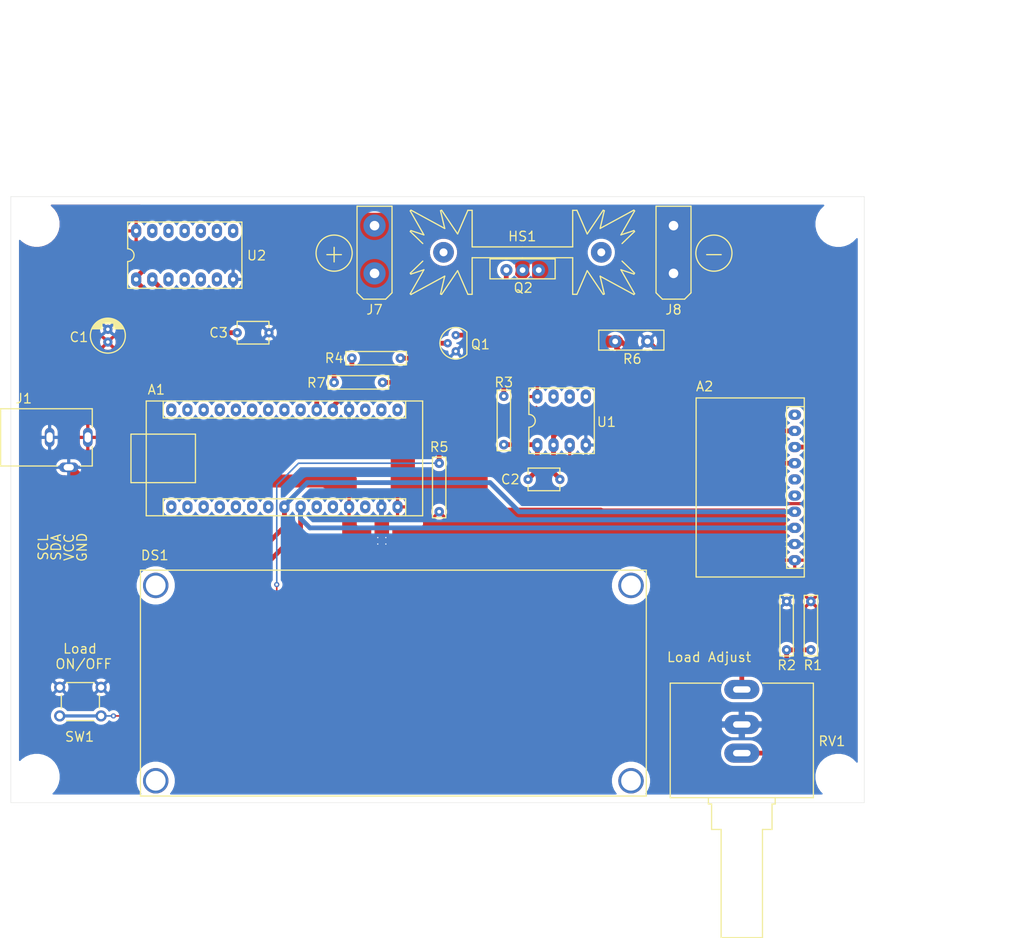
<source format=kicad_pcb>
(kicad_pcb (version 20171130) (host pcbnew "(5.1.4)-1")

  (general
    (thickness 1.6)
    (drawings 24)
    (tracks 113)
    (zones 0)
    (modules 27)
    (nets 42)
  )

  (page A4)
  (title_block
    (title DC_LOAD_V01)
    (date 2020-07-21)
    (rev V01)
    (comment 1 "Author: James Morar")
  )

  (layers
    (0 F.Cu signal)
    (31 B.Cu signal)
    (32 B.Adhes user)
    (33 F.Adhes user)
    (34 B.Paste user)
    (35 F.Paste user)
    (36 B.SilkS user)
    (37 F.SilkS user)
    (38 B.Mask user)
    (39 F.Mask user)
    (40 Dwgs.User user)
    (41 Cmts.User user hide)
    (42 Eco1.User user)
    (43 Eco2.User user)
    (44 Edge.Cuts user)
    (45 Margin user)
    (46 B.CrtYd user hide)
    (47 F.CrtYd user hide)
    (48 B.Fab user)
    (49 F.Fab user hide)
  )

  (setup
    (last_trace_width 0.25)
    (trace_clearance 0.2)
    (zone_clearance 0.508)
    (zone_45_only no)
    (trace_min 0.2)
    (via_size 0.8)
    (via_drill 0.4)
    (via_min_size 0.4)
    (via_min_drill 0.3)
    (uvia_size 0.3)
    (uvia_drill 0.1)
    (uvias_allowed no)
    (uvia_min_size 0.2)
    (uvia_min_drill 0.1)
    (edge_width 0.05)
    (segment_width 0.2)
    (pcb_text_width 0.3)
    (pcb_text_size 1.5 1.5)
    (mod_edge_width 0.12)
    (mod_text_size 1 1)
    (mod_text_width 0.15)
    (pad_size 1.5 1.5)
    (pad_drill 0.6)
    (pad_to_mask_clearance 0.051)
    (solder_mask_min_width 0.25)
    (aux_axis_origin 0 0)
    (visible_elements 7FFFFFFF)
    (pcbplotparams
      (layerselection 0x010fc_ffffffff)
      (usegerberextensions false)
      (usegerberattributes false)
      (usegerberadvancedattributes false)
      (creategerberjobfile false)
      (excludeedgelayer true)
      (linewidth 0.100000)
      (plotframeref false)
      (viasonmask false)
      (mode 1)
      (useauxorigin false)
      (hpglpennumber 1)
      (hpglpenspeed 20)
      (hpglpendiameter 15.000000)
      (psnegative false)
      (psa4output false)
      (plotreference true)
      (plotvalue true)
      (plotinvisibletext false)
      (padsonsilk false)
      (subtractmaskfromsilk false)
      (outputformat 1)
      (mirror false)
      (drillshape 0)
      (scaleselection 1)
      (outputdirectory "Outputs/Gerbers and Drill/"))
  )

  (net 0 "")
  (net 1 "Net-(A1-Pad16)")
  (net 2 "Net-(A1-Pad15)")
  (net 3 "Net-(A1-Pad14)")
  (net 4 GND)
  (net 5 "Net-(A1-Pad13)")
  (net 6 "Net-(A1-Pad28)")
  (net 7 "Net-(A1-Pad12)")
  (net 8 "Net-(A1-Pad11)")
  (net 9 "Net-(A1-Pad26)")
  (net 10 "Net-(A1-Pad10)")
  (net 11 "Net-(A1-Pad9)")
  (net 12 LOAD_EN)
  (net 13 "Net-(A1-Pad7)")
  (net 14 "Net-(A1-Pad22)")
  (net 15 "Net-(A1-Pad21)")
  (net 16 /HC14_OUT)
  (net 17 "Net-(A1-Pad20)")
  (net 18 "Net-(A1-Pad19)")
  (net 19 "Net-(A1-Pad3)")
  (net 20 "Net-(A1-Pad18)")
  (net 21 "Net-(A1-Pad2)")
  (net 22 "Net-(A1-Pad17)")
  (net 23 "Net-(A1-Pad1)")
  (net 24 /RLM358)
  (net 25 /HC14_IN)
  (net 26 /RGATE)
  (net 27 "Net-(Q1-Pad2)")
  (net 28 "Net-(R1-Pad2)")
  (net 29 "Net-(R5-Pad2)")
  (net 30 ADC_ISET)
  (net 31 "Net-(U3-Pad1)")
  (net 32 "Net-(U3-Pad2)")
  (net 33 "Net-(U3-Pad7)")
  (net 34 VJACK)
  (net 35 5VREG)
  (net 36 VLOAD)
  (net 37 "Net-(A1-Pad8)")
  (net 38 +RSENSE)
  (net 39 "Net-(A1-Pad25)")
  (net 40 SDA)
  (net 41 SCL)

  (net_class Default "This is the default net class."
    (clearance 0.2)
    (trace_width 0.25)
    (via_dia 0.8)
    (via_drill 0.4)
    (uvia_dia 0.3)
    (uvia_drill 0.1)
    (add_net +RSENSE)
    (add_net /HC14_IN)
    (add_net /HC14_OUT)
    (add_net /RGATE)
    (add_net /RLM358)
    (add_net 5VREG)
    (add_net ADC_ISET)
    (add_net GND)
    (add_net LOAD_EN)
    (add_net "Net-(A1-Pad1)")
    (add_net "Net-(A1-Pad10)")
    (add_net "Net-(A1-Pad11)")
    (add_net "Net-(A1-Pad12)")
    (add_net "Net-(A1-Pad13)")
    (add_net "Net-(A1-Pad14)")
    (add_net "Net-(A1-Pad15)")
    (add_net "Net-(A1-Pad16)")
    (add_net "Net-(A1-Pad17)")
    (add_net "Net-(A1-Pad18)")
    (add_net "Net-(A1-Pad19)")
    (add_net "Net-(A1-Pad2)")
    (add_net "Net-(A1-Pad20)")
    (add_net "Net-(A1-Pad21)")
    (add_net "Net-(A1-Pad22)")
    (add_net "Net-(A1-Pad25)")
    (add_net "Net-(A1-Pad26)")
    (add_net "Net-(A1-Pad28)")
    (add_net "Net-(A1-Pad3)")
    (add_net "Net-(A1-Pad7)")
    (add_net "Net-(A1-Pad8)")
    (add_net "Net-(A1-Pad9)")
    (add_net "Net-(Q1-Pad2)")
    (add_net "Net-(R1-Pad2)")
    (add_net "Net-(R5-Pad2)")
    (add_net "Net-(U3-Pad1)")
    (add_net "Net-(U3-Pad2)")
    (add_net "Net-(U3-Pad7)")
    (add_net SCL)
    (add_net SDA)
    (add_net VJACK)
    (add_net VLOAD)
  )

  (module DC_LOAD_V01:ADS1115 (layer F.Cu) (tedit 5F0A8D9C) (tstamp 5F066554)
    (at 200.152 105.156 180)
    (path /5F046A18)
    (fp_text reference A2 (at 14.1605 27.305) (layer F.SilkS)
      (effects (font (size 1.5 1.5) (thickness 0.2)))
    )
    (fp_text value ADS1115IDGS (at 3.302 26.8224) (layer Cmts.User) hide
      (effects (font (size 1.5 1.5) (thickness 0.2)))
    )
    (fp_line (start -1.5 25.5) (end 15.5 25.5) (layer F.SilkS) (width 0.2))
    (fp_line (start -1.5 -2.64) (end 15.5 -2.64) (layer F.SilkS) (width 0.2))
    (fp_line (start -1.5 -2.64) (end -1.5 25.5) (layer F.SilkS) (width 0.2))
    (fp_line (start 15.5 25.5) (end 15.5 -2.64) (layer F.SilkS) (width 0.2))
    (fp_line (start 1.27 -1.27) (end 1.27 24.13) (layer F.SilkS) (width 0.2))
    (fp_line (start 1.27 24.13) (end -1.4732 24.13) (layer F.SilkS) (width 0.2))
    (fp_line (start 1.27 -1.27) (end -1.524 -1.27) (layer F.SilkS) (width 0.2))
    (pad 8 thru_hole oval (at 0 0 180) (size 2 1.6) (drill 0.7) (layers *.Cu *.Mask)
      (net 35 5VREG) (zone_connect 1))
    (pad 3 thru_hole oval (at 0 2.54 180) (size 2 1.6) (drill 0.7) (layers *.Cu *.Mask)
      (net 4 GND))
    (pad 10 thru_hole oval (at 0 5.08 180) (size 2 1.6) (drill 0.7) (layers *.Cu *.Mask)
      (net 41 SCL))
    (pad 9 thru_hole oval (at 0 7.62 180) (size 2 1.6) (drill 0.7) (layers *.Cu *.Mask)
      (net 40 SDA))
    (pad 1 thru_hole oval (at 0 10.16 180) (size 2 1.6) (drill 0.7) (layers *.Cu *.Mask)
      (net 31 "Net-(U3-Pad1)"))
    (pad 2 thru_hole oval (at 0 12.7 180) (size 2 1.6) (drill 0.7) (layers *.Cu *.Mask)
      (net 32 "Net-(U3-Pad2)"))
    (pad 5 thru_hole oval (at 0 17.78 180) (size 2 1.6) (drill 0.7) (layers *.Cu *.Mask)
      (net 30 ADC_ISET))
    (pad 4 thru_hole oval (at 0 15.24 180) (size 2 1.6) (drill 0.7) (layers *.Cu *.Mask)
      (net 38 +RSENSE))
    (pad 6 thru_hole oval (at 0 20.32 180) (size 2 1.6) (drill 0.7) (layers *.Cu *.Mask)
      (net 4 GND) (zone_connect 0))
    (pad 7 thru_hole oval (at 0 22.86 180) (size 2 1.6) (drill 0.7) (layers *.Cu *.Mask)
      (net 33 "Net-(U3-Pad7)"))
    (model ${KISYS3DMOD}/Connector_PinSocket_2.54mm.3dshapes/PinSocket_1x10_P2.54mm_Vertical.step
      (at (xyz 0 0 0))
      (scale (xyz 1 1 1))
      (rotate (xyz 0 0 0))
    )
    (model "${KIPRJMOD}/3D Models/ads1115_16bit_i2c_adc.step"
      (offset (xyz -1.75 2.4 9.5))
      (scale (xyz 1 1 1))
      (rotate (xyz 0 0 90))
    )
    (model ${KISYS3DMOD}/Connector_PinHeader_2.54mm.3dshapes/PinHeader_1x10_P2.54mm_Vertical.step
      (offset (xyz 0 -23 9.5))
      (scale (xyz 1 1 1))
      (rotate (xyz 180 0 0))
    )
  )

  (module DC_LOAD_V01:Arduino_Nano (layer F.Cu) (tedit 5F0B82E6) (tstamp 5F06640B)
    (at 137.7315 81.534 270)
    (descr "Arduino Nano, http://www.mouser.com/pdfdocs/Gravitech_Arduino_Nano3_0.pdf")
    (tags "Arduino Nano")
    (path /5F026314)
    (fp_text reference A1 (at -3.175 37.9095 180) (layer F.SilkS)
      (effects (font (size 1.5 1.5) (thickness 0.2)))
    )
    (fp_text value Arduino_Nano_v3.x (at 8.89 19.05) (layer F.Fab)
      (effects (font (size 1 1) (thickness 0.15)))
    )
    (fp_line (start 16.64 -3.94) (end -1.4 -3.94) (layer F.SilkS) (width 0.2))
    (fp_line (start 16.64 39.5) (end 16.64 -3.94) (layer F.SilkS) (width 0.2))
    (fp_line (start -1.4 39.5) (end 16.64 39.5) (layer F.SilkS) (width 0.2))
    (fp_line (start 3.81 41.91) (end 3.81 31.75) (layer F.Fab) (width 0.1))
    (fp_line (start 11.43 41.91) (end 3.81 41.91) (layer F.Fab) (width 0.1))
    (fp_line (start 11.43 31.75) (end 11.43 41.91) (layer F.Fab) (width 0.1))
    (fp_line (start 3.81 31.75) (end 11.43 31.75) (layer F.Fab) (width 0.1))
    (fp_line (start 1.27 36.83) (end -1.4 36.83) (layer F.SilkS) (width 0.2))
    (fp_line (start 1.27 -1.27) (end 1.27 36.83) (layer F.SilkS) (width 0.2))
    (fp_line (start 13.97 36.83) (end 16.64 36.83) (layer F.SilkS) (width 0.2))
    (fp_line (start 13.97 -1.27) (end 13.97 36.83) (layer F.SilkS) (width 0.2))
    (fp_line (start 13.97 -1.27) (end 16.64 -1.27) (layer F.SilkS) (width 0.2))
    (fp_line (start -1.4 -3.94) (end -1.4 39.5) (layer F.SilkS) (width 0.2))
    (fp_line (start 1.27 -1.27) (end -1.4 -1.27) (layer F.SilkS) (width 0.2))
    (pad 16 thru_hole oval (at 15.24 35.56 270) (size 2 1.6) (drill 0.7) (layers *.Cu *.Mask)
      (net 1 "Net-(A1-Pad16)"))
    (pad 15 thru_hole oval (at 0 35.56 270) (size 2 1.6) (drill 0.7) (layers *.Cu *.Mask)
      (net 2 "Net-(A1-Pad15)"))
    (pad 30 thru_hole oval (at 15.24 0 270) (size 2 1.6) (drill 0.7) (layers *.Cu *.Mask)
      (net 34 VJACK) (zone_connect 1))
    (pad 14 thru_hole oval (at 0 33.02 270) (size 2 1.6) (drill 0.7) (layers *.Cu *.Mask)
      (net 3 "Net-(A1-Pad14)"))
    (pad 29 thru_hole oval (at 15.24 2.54 270) (size 2 1.6) (drill 0.7) (layers *.Cu *.Mask)
      (net 4 GND) (zone_connect 1) (thermal_width 0.75))
    (pad 13 thru_hole oval (at 0 30.48 270) (size 2 1.6) (drill 0.7) (layers *.Cu *.Mask)
      (net 5 "Net-(A1-Pad13)"))
    (pad 28 thru_hole oval (at 15.24 5.08 270) (size 2 1.6) (drill 0.7) (layers *.Cu *.Mask)
      (net 6 "Net-(A1-Pad28)"))
    (pad 12 thru_hole oval (at 0 27.94 270) (size 2 1.6) (drill 0.7) (layers *.Cu *.Mask)
      (net 7 "Net-(A1-Pad12)"))
    (pad 27 thru_hole oval (at 15.24 7.62 270) (size 2 1.6) (drill 0.7) (layers *.Cu *.Mask)
      (net 35 5VREG) (zone_connect 1) (thermal_width 0.5))
    (pad 11 thru_hole oval (at 0 25.4 270) (size 2 1.6) (drill 0.7) (layers *.Cu *.Mask)
      (net 8 "Net-(A1-Pad11)"))
    (pad 26 thru_hole oval (at 15.24 10.16 270) (size 2 1.6) (drill 0.7) (layers *.Cu *.Mask)
      (net 9 "Net-(A1-Pad26)"))
    (pad 10 thru_hole oval (at 0 22.86 270) (size 2 1.6) (drill 0.7) (layers *.Cu *.Mask)
      (net 10 "Net-(A1-Pad10)"))
    (pad 25 thru_hole oval (at 15.24 12.7 270) (size 2 1.6) (drill 0.7) (layers *.Cu *.Mask)
      (net 39 "Net-(A1-Pad25)"))
    (pad 9 thru_hole oval (at 0 20.32 270) (size 2 1.6) (drill 0.7) (layers *.Cu *.Mask)
      (net 11 "Net-(A1-Pad9)"))
    (pad 24 thru_hole oval (at 15.24 15.24 270) (size 2 1.6) (drill 0.7) (layers *.Cu *.Mask)
      (net 41 SCL))
    (pad 8 thru_hole oval (at 0 17.78 270) (size 2 1.6) (drill 0.7) (layers *.Cu *.Mask)
      (net 37 "Net-(A1-Pad8)"))
    (pad 23 thru_hole oval (at 15.24 17.78 270) (size 2 1.6) (drill 0.7) (layers *.Cu *.Mask)
      (net 40 SDA))
    (pad 7 thru_hole oval (at 0 15.24 270) (size 2 1.6) (drill 0.7) (layers *.Cu *.Mask)
      (net 13 "Net-(A1-Pad7)"))
    (pad 22 thru_hole oval (at 15.24 20.32 270) (size 2 1.6) (drill 0.7) (layers *.Cu *.Mask)
      (net 14 "Net-(A1-Pad22)"))
    (pad 6 thru_hole oval (at 0 12.7 270) (size 2 1.6) (drill 0.8) (layers *.Cu *.Mask)
      (net 16 /HC14_OUT))
    (pad 21 thru_hole oval (at 15.24 22.86 270) (size 2 1.6) (drill 0.7) (layers *.Cu *.Mask)
      (net 15 "Net-(A1-Pad21)"))
    (pad 5 thru_hole oval (at 0 10.16 270) (size 2 1.6) (drill 0.7) (layers *.Cu *.Mask)
      (net 12 LOAD_EN))
    (pad 20 thru_hole oval (at 15.24 25.4 270) (size 2 1.6) (drill 0.7) (layers *.Cu *.Mask)
      (net 17 "Net-(A1-Pad20)"))
    (pad 4 thru_hole oval (at 0 7.62 270) (size 2 1.6) (drill 0.7) (layers *.Cu *.Mask)
      (net 4 GND))
    (pad 19 thru_hole oval (at 15.24 27.94 270) (size 2 1.6) (drill 0.7) (layers *.Cu *.Mask)
      (net 18 "Net-(A1-Pad19)"))
    (pad 3 thru_hole oval (at 0 5.08 270) (size 2 1.6) (drill 0.7) (layers *.Cu *.Mask)
      (net 19 "Net-(A1-Pad3)"))
    (pad 18 thru_hole oval (at 15.24 30.48 270) (size 2 1.6) (drill 0.7) (layers *.Cu *.Mask)
      (net 20 "Net-(A1-Pad18)"))
    (pad 2 thru_hole oval (at 0 2.54 270) (size 2 1.6) (drill 0.7) (layers *.Cu *.Mask)
      (net 21 "Net-(A1-Pad2)"))
    (pad 17 thru_hole oval (at 15.24 33.02 270) (size 2 1.6) (drill 0.7) (layers *.Cu *.Mask)
      (net 22 "Net-(A1-Pad17)"))
    (pad 1 thru_hole oval (at 0 0 270) (size 2 1.6) (drill 0.7) (layers *.Cu *.Mask)
      (net 23 "Net-(A1-Pad1)"))
    (model "${KIPRJMOD}/3D Models/Arduino Nano 3_0.STEP"
      (offset (xyz 7.6 -17.75 9.5))
      (scale (xyz 1 1 1))
      (rotate (xyz -90 0 0))
    )
    (model ${KISYS3DMOD}/Connector_PinSocket_2.54mm.3dshapes/PinSocket_1x15_P2.54mm_Vertical.step
      (offset (xyz 15.25 0 0))
      (scale (xyz 1 1 1))
      (rotate (xyz 0 0 0))
    )
    (model ${KISYS3DMOD}/Connector_PinSocket_2.54mm.3dshapes/PinSocket_1x15_P2.54mm_Vertical.step
      (at (xyz 0 0 0))
      (scale (xyz 1 1 1))
      (rotate (xyz 0 0 0))
    )
  )

  (module DC_LOAD_V01:CUI_PJ-102AH (layer F.Cu) (tedit 5F0B6F42) (tstamp 5F06647E)
    (at 82.55 85.852 180)
    (path /5F036B53)
    (fp_text reference J1 (at 3.556 6.096) (layer F.SilkS)
      (effects (font (size 1.5 1.5) (thickness 0.2)))
    )
    (fp_text value Barrel_Jack_Switch (at 0.6985 6.096) (layer F.Fab)
      (effects (font (size 1.5 1.5) (thickness 0.2)))
    )
    (fp_line (start 7.2 -4.5) (end 7.2 4.5) (layer F.SilkS) (width 0.2))
    (fp_line (start 7.2 4.5) (end -7.2 4.5) (layer F.SilkS) (width 0.2))
    (fp_line (start -7.2 -4.5) (end -5.35 -4.5) (layer F.SilkS) (width 0.2))
    (fp_line (start -7.2 4.5) (end -7.2 1.55) (layer F.SilkS) (width 0.2))
    (fp_line (start -1.75 -4.5) (end 7.2 -4.5) (layer F.SilkS) (width 0.2))
    (fp_line (start -7.2 -1.45) (end -7.2 -4.5) (layer F.SilkS) (width 0.2))
    (pad 1 thru_hole oval (at -6.5 0 180) (size 1.508 3.016) (drill oval 1 1.6) (layers *.Cu *.Mask)
      (net 34 VJACK) (zone_connect 1))
    (pad 2 thru_hole oval (at -0.5 0 180) (size 1.508 3.016) (drill oval 1 1.6) (layers *.Cu *.Mask)
      (net 4 GND))
    (pad 3 thru_hole oval (at -3.5 -4.7 180) (size 3.016 1.508) (drill oval 1.6 1) (layers *.Cu *.Mask)
      (net 4 GND))
    (model "${KIPRJMOD}/3D Models/PJ-102AH.STEP"
      (offset (xyz 7 0 5.5))
      (scale (xyz 1 1 1))
      (rotate (xyz -90 0 -90))
    )
  )

  (module DC_LOAD_V01:SCREW_TERM (layer F.Cu) (tedit 5F05D37C) (tstamp 5F06648A)
    (at 134.112 52.578 270)
    (path /5F060E12)
    (fp_text reference J7 (at 13.208 0 180) (layer F.SilkS)
      (effects (font (size 1.5 1.5) (thickness 0.2)))
    )
    (fp_text value Screw_Terminal_01x01 (at 2.7432 -7.3834 90) (layer F.Fab)
      (effects (font (size 1.5 1.5) (thickness 0.2)))
    )
    (fp_line (start 11.55 -1.75) (end 11.55 1.75) (layer F.SilkS) (width 0.2))
    (fp_line (start 10.55 2.75) (end 11.55 1.75) (layer F.SilkS) (width 0.2))
    (fp_line (start 10.55 -2.75) (end 11.55 -1.75) (layer F.SilkS) (width 0.2))
    (fp_line (start -3.05 -2.75) (end -3.05 2.75) (layer F.SilkS) (width 0.2))
    (fp_line (start -3.05 -2.75) (end 10.55 -2.75) (layer F.SilkS) (width 0.2))
    (fp_line (start -3.05 2.75) (end 10.55 2.75) (layer F.SilkS) (width 0.2))
    (pad 1 thru_hole circle (at 7.5 0 270) (size 3.5 3.5) (drill 1.5) (layers *.Cu *.Mask)
      (net 36 VLOAD))
    (pad 1 thru_hole circle (at 0 0 270) (size 3.5 3.5) (drill 1.5) (layers *.Cu *.Mask)
      (net 36 VLOAD))
    (model "${KIPRJMOD}/3D Models/SR99.stp"
      (offset (xyz 2.5 1.3 2.25))
      (scale (xyz 1 1 1))
      (rotate (xyz 0 -90 0))
    )
  )

  (module DC_LOAD_V01:SCREW_TERM (layer F.Cu) (tedit 5F05D37C) (tstamp 5F0A87BA)
    (at 181.102 52.578 270)
    (path /5F06392F)
    (zone_connect 2)
    (fp_text reference J8 (at 13.208 0 180) (layer F.SilkS)
      (effects (font (size 1.5 1.5) (thickness 0.2)))
    )
    (fp_text value Screw_Terminal_01x01 (at 2.7432 -7.3834 90) (layer F.Fab)
      (effects (font (size 1.5 1.5) (thickness 0.2)))
    )
    (fp_line (start -3.05 2.75) (end 10.55 2.75) (layer F.SilkS) (width 0.2))
    (fp_line (start -3.05 -2.75) (end 10.55 -2.75) (layer F.SilkS) (width 0.2))
    (fp_line (start -3.05 -2.75) (end -3.05 2.75) (layer F.SilkS) (width 0.2))
    (fp_line (start 10.55 -2.75) (end 11.55 -1.75) (layer F.SilkS) (width 0.2))
    (fp_line (start 10.55 2.75) (end 11.55 1.75) (layer F.SilkS) (width 0.2))
    (fp_line (start 11.55 -1.75) (end 11.55 1.75) (layer F.SilkS) (width 0.2))
    (pad 1 thru_hole circle (at 0 0 270) (size 3.5 3.5) (drill 1.5) (layers *.Cu *.Mask)
      (net 4 GND) (zone_connect 2))
    (pad 1 thru_hole circle (at 7.5 0 270) (size 3.5 3.5) (drill 1.5) (layers *.Cu *.Mask)
      (net 4 GND) (zone_connect 2))
    (model "${KIPRJMOD}/3D Models/SR99.stp"
      (offset (xyz 2.5 1.3 2.25))
      (scale (xyz 1 1 1))
      (rotate (xyz 0 -90 0))
    )
  )

  (module DC_LOAD_V01:R_Axial_DIN0204_L3.6mm_D1.6mm_P7.62mm_Horizontal (layer F.Cu) (tedit 5F0A8D78) (tstamp 5F0664B6)
    (at 202.692 111.633 270)
    (descr "Resistor, Axial_DIN0204 series, Axial, Horizontal, pin pitch=7.62mm, 0.167W, length*diameter=3.6*1.6mm^2, http://cdn-reichelt.de/documents/datenblatt/B400/1_4W%23YAG.pdf")
    (tags "Resistor Axial_DIN0204 series Axial Horizontal pin pitch 7.62mm 0.167W length 3.6mm diameter 1.6mm")
    (path /5F057C06)
    (fp_text reference R1 (at 10.033 -0.3175 180) (layer F.SilkS)
      (effects (font (size 1.5 1.5) (thickness 0.2)))
    )
    (fp_text value 10KR (at 2.9845 -2.3495 90) (layer F.Fab)
      (effects (font (size 1 1) (thickness 0.15)))
    )
    (fp_line (start -0.95 -1.05) (end -0.95 1.05) (layer F.SilkS) (width 0.2))
    (fp_line (start -0.95 1.05) (end 8.57 1.05) (layer F.SilkS) (width 0.2))
    (fp_line (start 8.57 1.05) (end 8.57 -1.05) (layer F.SilkS) (width 0.2))
    (fp_line (start 8.57 -1.05) (end -0.95 -1.05) (layer F.SilkS) (width 0.2))
    (pad 1 thru_hole circle (at 0 0 270) (size 1.5 1.5) (drill 0.6) (layers *.Cu *.Mask)
      (net 35 5VREG) (zone_connect 1))
    (pad 2 thru_hole oval (at 7.62 0 270) (size 1.5 1.5) (drill 0.6) (layers *.Cu *.Mask)
      (net 28 "Net-(R1-Pad2)"))
    (model ${KISYS3DMOD}/Resistor_THT.3dshapes/R_Axial_DIN0204_L3.6mm_D1.6mm_P7.62mm_Horizontal.wrl
      (at (xyz 0 0 0))
      (scale (xyz 1 1 1))
      (rotate (xyz 0 0 0))
    )
  )

  (module DC_LOAD_V01:R_Axial_DIN0204_L3.6mm_D1.6mm_P7.62mm_Horizontal (layer F.Cu) (tedit 5F035BE1) (tstamp 5F0664C0)
    (at 198.882 111.633 270)
    (descr "Resistor, Axial_DIN0204 series, Axial, Horizontal, pin pitch=7.62mm, 0.167W, length*diameter=3.6*1.6mm^2, http://cdn-reichelt.de/documents/datenblatt/B400/1_4W%23YAG.pdf")
    (tags "Resistor Axial_DIN0204 series Axial Horizontal pin pitch 7.62mm 0.167W length 3.6mm diameter 1.6mm")
    (path /5F0581D0)
    (fp_text reference R2 (at 10.033 0 180) (layer F.SilkS)
      (effects (font (size 1.5 1.5) (thickness 0.2)))
    )
    (fp_text value 1KR (at 2.9845 -2.3495 90) (layer F.Fab)
      (effects (font (size 1 1) (thickness 0.15)))
    )
    (fp_line (start 8.57 -1.05) (end -0.95 -1.05) (layer F.SilkS) (width 0.2))
    (fp_line (start 8.57 1.05) (end 8.57 -1.05) (layer F.SilkS) (width 0.2))
    (fp_line (start -0.95 1.05) (end 8.57 1.05) (layer F.SilkS) (width 0.2))
    (fp_line (start -0.95 -1.05) (end -0.95 1.05) (layer F.SilkS) (width 0.2))
    (pad 2 thru_hole oval (at 7.62 0 270) (size 1.5 1.5) (drill 0.6) (layers *.Cu *.Mask)
      (net 28 "Net-(R1-Pad2)"))
    (pad 1 thru_hole circle (at 0 0 270) (size 1.5 1.5) (drill 0.6) (layers *.Cu *.Mask)
      (net 4 GND))
    (model ${KISYS3DMOD}/Resistor_THT.3dshapes/R_Axial_DIN0204_L3.6mm_D1.6mm_P7.62mm_Horizontal.wrl
      (at (xyz 0 0 0))
      (scale (xyz 1 1 1))
      (rotate (xyz 0 0 0))
    )
  )

  (module DC_LOAD_V01:R_Axial_DIN0204_L3.6mm_D1.6mm_P7.62mm_Horizontal (layer F.Cu) (tedit 5F035BE1) (tstamp 5F0664CA)
    (at 154.432 86.995 90)
    (descr "Resistor, Axial_DIN0204 series, Axial, Horizontal, pin pitch=7.62mm, 0.167W, length*diameter=3.6*1.6mm^2, http://cdn-reichelt.de/documents/datenblatt/B400/1_4W%23YAG.pdf")
    (tags "Resistor Axial_DIN0204 series Axial Horizontal pin pitch 7.62mm 0.167W length 3.6mm diameter 1.6mm")
    (path /5F032915)
    (fp_text reference R3 (at 9.779 0 180) (layer F.SilkS)
      (effects (font (size 1.5 1.5) (thickness 0.2)))
    )
    (fp_text value 1KR (at 2.9845 -2.3495 90) (layer F.Fab)
      (effects (font (size 1 1) (thickness 0.15)))
    )
    (fp_line (start -0.95 -1.05) (end -0.95 1.05) (layer F.SilkS) (width 0.2))
    (fp_line (start -0.95 1.05) (end 8.57 1.05) (layer F.SilkS) (width 0.2))
    (fp_line (start 8.57 1.05) (end 8.57 -1.05) (layer F.SilkS) (width 0.2))
    (fp_line (start 8.57 -1.05) (end -0.95 -1.05) (layer F.SilkS) (width 0.2))
    (pad 1 thru_hole circle (at 0 0 90) (size 1.5 1.5) (drill 0.6) (layers *.Cu *.Mask)
      (net 24 /RLM358))
    (pad 2 thru_hole oval (at 7.62 0 90) (size 1.5 1.5) (drill 0.6) (layers *.Cu *.Mask)
      (net 26 /RGATE))
    (model ${KISYS3DMOD}/Resistor_THT.3dshapes/R_Axial_DIN0204_L3.6mm_D1.6mm_P7.62mm_Horizontal.wrl
      (at (xyz 0 0 0))
      (scale (xyz 1 1 1))
      (rotate (xyz 0 0 0))
    )
  )

  (module DC_LOAD_V01:R_Axial_DIN0204_L3.6mm_D1.6mm_P7.62mm_Horizontal (layer F.Cu) (tedit 5F035BE1) (tstamp 5F0664D4)
    (at 130.556 73.406)
    (descr "Resistor, Axial_DIN0204 series, Axial, Horizontal, pin pitch=7.62mm, 0.167W, length*diameter=3.6*1.6mm^2, http://cdn-reichelt.de/documents/datenblatt/B400/1_4W%23YAG.pdf")
    (tags "Resistor Axial_DIN0204 series Axial Horizontal pin pitch 7.62mm 0.167W length 3.6mm diameter 1.6mm")
    (path /5F044B2D)
    (fp_text reference R4 (at -2.794 0) (layer F.SilkS)
      (effects (font (size 1.5 1.5) (thickness 0.2)))
    )
    (fp_text value 1KR (at 2.9845 -2.3495) (layer F.Fab)
      (effects (font (size 1 1) (thickness 0.15)))
    )
    (fp_line (start 8.57 -1.05) (end -0.95 -1.05) (layer F.SilkS) (width 0.2))
    (fp_line (start 8.57 1.05) (end 8.57 -1.05) (layer F.SilkS) (width 0.2))
    (fp_line (start -0.95 1.05) (end 8.57 1.05) (layer F.SilkS) (width 0.2))
    (fp_line (start -0.95 -1.05) (end -0.95 1.05) (layer F.SilkS) (width 0.2))
    (pad 2 thru_hole oval (at 7.62 0) (size 1.5 1.5) (drill 0.6) (layers *.Cu *.Mask)
      (net 27 "Net-(Q1-Pad2)"))
    (pad 1 thru_hole circle (at 0 0) (size 1.5 1.5) (drill 0.6) (layers *.Cu *.Mask)
      (net 12 LOAD_EN))
    (model ${KISYS3DMOD}/Resistor_THT.3dshapes/R_Axial_DIN0204_L3.6mm_D1.6mm_P7.62mm_Horizontal.wrl
      (at (xyz 0 0 0))
      (scale (xyz 1 1 1))
      (rotate (xyz 0 0 0))
    )
  )

  (module DC_LOAD_V01:R_Axial_DIN0204_L3.6mm_D1.6mm_P7.62mm_Horizontal (layer F.Cu) (tedit 5F0B871D) (tstamp 5F0664DE)
    (at 144.272 97.536 90)
    (descr "Resistor, Axial_DIN0204 series, Axial, Horizontal, pin pitch=7.62mm, 0.167W, length*diameter=3.6*1.6mm^2, http://cdn-reichelt.de/documents/datenblatt/B400/1_4W%23YAG.pdf")
    (tags "Resistor Axial_DIN0204 series Axial Horizontal pin pitch 7.62mm 0.167W length 3.6mm diameter 1.6mm")
    (path /5F0440D3)
    (fp_text reference R5 (at 10.16 0 180) (layer F.SilkS)
      (effects (font (size 1.5 1.5) (thickness 0.2)))
    )
    (fp_text value 1KR (at 2.9845 -2.3495 90) (layer F.Fab)
      (effects (font (size 1 1) (thickness 0.15)))
    )
    (fp_line (start 8.57 -1.05) (end -0.95 -1.05) (layer F.SilkS) (width 0.2))
    (fp_line (start 8.57 1.05) (end 8.57 -1.05) (layer F.SilkS) (width 0.2))
    (fp_line (start -0.95 1.05) (end 8.57 1.05) (layer F.SilkS) (width 0.2))
    (fp_line (start -0.95 -1.05) (end -0.95 1.05) (layer F.SilkS) (width 0.2))
    (pad 2 thru_hole oval (at 7.62 0 90) (size 1.5 1.5) (drill 0.6) (layers *.Cu *.Mask)
      (net 29 "Net-(R5-Pad2)"))
    (pad 1 thru_hole circle (at 0 0 90) (size 1.5 1.5) (drill 0.6) (layers *.Cu *.Mask)
      (net 35 5VREG) (zone_connect 1) (thermal_width 0.5))
    (model ${KISYS3DMOD}/Resistor_THT.3dshapes/R_Axial_DIN0204_L3.6mm_D1.6mm_P7.62mm_Horizontal.wrl
      (at (xyz 0 0 0))
      (scale (xyz 1 1 1))
      (rotate (xyz 0 0 0))
    )
  )

  (module DC_LOAD_V01:R_Axial_DIN0204_L3.6mm_D1.6mm_P7.62mm_Horizontal (layer F.Cu) (tedit 5F035BE1) (tstamp 5F0664F2)
    (at 127.762 77.216)
    (descr "Resistor, Axial_DIN0204 series, Axial, Horizontal, pin pitch=7.62mm, 0.167W, length*diameter=3.6*1.6mm^2, http://cdn-reichelt.de/documents/datenblatt/B400/1_4W%23YAG.pdf")
    (tags "Resistor Axial_DIN0204 series Axial Horizontal pin pitch 7.62mm 0.167W length 3.6mm diameter 1.6mm")
    (path /5F043854)
    (fp_text reference R7 (at -2.794 0.0635) (layer F.SilkS)
      (effects (font (size 1.5 1.5) (thickness 0.2)))
    )
    (fp_text value 10KR (at 2.9845 -2.3495) (layer F.Fab)
      (effects (font (size 1 1) (thickness 0.15)))
    )
    (fp_line (start -0.95 -1.05) (end -0.95 1.05) (layer F.SilkS) (width 0.2))
    (fp_line (start -0.95 1.05) (end 8.57 1.05) (layer F.SilkS) (width 0.2))
    (fp_line (start 8.57 1.05) (end 8.57 -1.05) (layer F.SilkS) (width 0.2))
    (fp_line (start 8.57 -1.05) (end -0.95 -1.05) (layer F.SilkS) (width 0.2))
    (pad 1 thru_hole circle (at 0 0) (size 1.5 1.5) (drill 0.6) (layers *.Cu *.Mask)
      (net 25 /HC14_IN))
    (pad 2 thru_hole oval (at 7.62 0) (size 1.5 1.5) (drill 0.6) (layers *.Cu *.Mask)
      (net 29 "Net-(R5-Pad2)"))
    (model ${KISYS3DMOD}/Resistor_THT.3dshapes/R_Axial_DIN0204_L3.6mm_D1.6mm_P7.62mm_Horizontal.wrl
      (at (xyz 0 0 0))
      (scale (xyz 1 1 1))
      (rotate (xyz 0 0 0))
    )
  )

  (module DC_LOAD_V01:DIP-8_W7.62mm_LongPads (layer F.Cu) (tedit 5F0B836A) (tstamp 5F066527)
    (at 159.7025 87.0585 90)
    (descr "8-lead though-hole mounted DIP package, row spacing 7.62 mm (300 mils), LongPads")
    (tags "THT DIP DIL PDIP 2.54mm 7.62mm 300mil LongPads")
    (path /5F026E64)
    (fp_text reference U1 (at 3.6195 10.8585 180) (layer F.SilkS)
      (effects (font (size 1.5 1.5) (thickness 0.2)))
    )
    (fp_text value LM358 (at 3.81 9.95 90) (layer F.Fab)
      (effects (font (size 1 1) (thickness 0.15)))
    )
    (fp_line (start 8.9535 -1.33) (end 4.81 -1.33) (layer F.SilkS) (width 0.2))
    (fp_line (start 8.9535 8.95) (end 8.9535 -1.33) (layer F.SilkS) (width 0.2))
    (fp_line (start -1.3335 8.9465) (end 8.9535 8.95) (layer F.SilkS) (width 0.2))
    (fp_line (start -1.3335 -1.3335) (end -1.3335 8.9465) (layer F.SilkS) (width 0.2))
    (fp_line (start 2.81 -1.33) (end -1.3335 -1.3335) (layer F.SilkS) (width 0.2))
    (fp_arc (start 3.81 -1.33) (end 2.81 -1.33) (angle -180) (layer F.SilkS) (width 0.2))
    (pad 8 thru_hole oval (at 7.62 0 90) (size 2.2 1.6) (drill 0.7) (layers *.Cu *.Mask)
      (net 34 VJACK) (zone_connect 1) (thermal_width 0.5))
    (pad 4 thru_hole oval (at 0 7.62 90) (size 2.2 1.6) (drill 0.7) (layers *.Cu *.Mask)
      (net 4 GND))
    (pad 7 thru_hole oval (at 7.62 2.54 90) (size 2.2 1.6) (drill 0.7) (layers *.Cu *.Mask))
    (pad 3 thru_hole oval (at 0 5.08 90) (size 2.2 1.6) (drill 0.7) (layers *.Cu *.Mask)
      (net 30 ADC_ISET))
    (pad 6 thru_hole oval (at 7.62 5.08 90) (size 2.2 1.6) (drill 0.7) (layers *.Cu *.Mask))
    (pad 2 thru_hole oval (at 0 2.54 90) (size 2.2 1.6) (drill 0.7) (layers *.Cu *.Mask)
      (net 38 +RSENSE))
    (pad 5 thru_hole oval (at 7.62 7.62 90) (size 2.2 1.6) (drill 0.7) (layers *.Cu *.Mask))
    (pad 1 thru_hole oval (at 0 0 90) (size 2.2 1.6) (drill 0.7) (layers *.Cu *.Mask)
      (net 24 /RLM358))
    (model ${KISYS3DMOD}/Package_DIP.3dshapes/DIP-8_W7.62mm.step
      (offset (xyz 0 0 4))
      (scale (xyz 1 1 1))
      (rotate (xyz 0 0 0))
    )
    (model ${KISYS3DMOD}/Package_DIP.3dshapes/DIP-8_W7.62mm_Socket.step
      (at (xyz 0 0 0))
      (scale (xyz 1 1 1))
      (rotate (xyz 0 0 0))
    )
  )

  (module DC_LOAD_V01:DIP-14_W7.62mm_Socket_LongPads (layer F.Cu) (tedit 5F0B6F51) (tstamp 5F06653F)
    (at 96.647 61.0235 90)
    (descr "14-lead though-hole mounted DIP package, row spacing 7.62 mm (300 mils), Socket, LongPads")
    (tags "THT DIP DIL PDIP 2.54mm 7.62mm 300mil Socket LongPads")
    (path /5F02D0BF)
    (fp_text reference U2 (at 3.7465 18.923 180) (layer F.SilkS)
      (effects (font (size 1.5 1.5) (thickness 0.2)))
    )
    (fp_text value 74HC14 (at 3.175 18.161 90) (layer F.Fab)
      (effects (font (size 1 1) (thickness 0.15)))
    )
    (fp_line (start 9.017 16.623) (end 9.017 -1.3335) (layer F.SilkS) (width 0.2))
    (fp_line (start -1.397 16.623) (end 9.017 16.623) (layer F.SilkS) (width 0.2))
    (fp_line (start -1.397 -1.3335) (end -1.397 16.623) (layer F.SilkS) (width 0.2))
    (fp_arc (start 3.81 -1.33) (end 2.81 -1.33) (angle -180) (layer F.SilkS) (width 0.2))
    (fp_line (start 4.81 -1.33) (end 9.017 -1.3335) (layer F.SilkS) (width 0.2))
    (fp_line (start 2.81 -1.33) (end -1.397 -1.3335) (layer F.SilkS) (width 0.2))
    (pad 14 thru_hole oval (at 7.62 0 90) (size 2.2 1.6) (drill 0.7) (layers *.Cu *.Mask)
      (net 35 5VREG) (zone_connect 1))
    (pad 7 thru_hole oval (at 0 15.24 90) (size 2.2 1.6) (drill 0.7) (layers *.Cu *.Mask)
      (net 4 GND))
    (pad 13 thru_hole oval (at 7.62 2.54 90) (size 2.2 1.6) (drill 0.7) (layers *.Cu *.Mask))
    (pad 6 thru_hole oval (at 0 12.7 90) (size 2.2 1.6) (drill 0.7) (layers *.Cu *.Mask))
    (pad 12 thru_hole oval (at 7.62 5.08 90) (size 2.2 1.6) (drill 0.7) (layers *.Cu *.Mask))
    (pad 5 thru_hole oval (at 0 10.16 90) (size 2.2 1.6) (drill 0.7) (layers *.Cu *.Mask))
    (pad 11 thru_hole oval (at 7.62 7.62 90) (size 2.2 1.6) (drill 0.7) (layers *.Cu *.Mask))
    (pad 4 thru_hole oval (at 0 7.62 90) (size 2.2 1.6) (drill 0.7) (layers *.Cu *.Mask))
    (pad 10 thru_hole oval (at 7.62 10.16 90) (size 2.2 1.6) (drill 0.7) (layers *.Cu *.Mask))
    (pad 3 thru_hole oval (at 0 5.08 90) (size 2.2 1.6) (drill 0.7) (layers *.Cu *.Mask))
    (pad 9 thru_hole oval (at 7.62 12.7 90) (size 2.2 1.6) (drill 0.7) (layers *.Cu *.Mask))
    (pad 2 thru_hole oval (at 0 2.54 90) (size 2.2 1.6) (drill 0.7) (layers *.Cu *.Mask)
      (net 16 /HC14_OUT))
    (pad 8 thru_hole oval (at 7.62 15.24 90) (size 2.2 1.6) (drill 0.7) (layers *.Cu *.Mask))
    (pad 1 thru_hole oval (at 0 0 90) (size 2.2 1.6) (drill 0.7) (layers *.Cu *.Mask)
      (net 25 /HC14_IN))
    (model ${KISYS3DMOD}/Package_DIP.3dshapes/DIP-14_W7.62mm_Socket.wrl
      (at (xyz 0 0 0))
      (scale (xyz 1 1 1))
      (rotate (xyz 0 0 0))
    )
    (model ${KISYS3DMOD}/Package_DIP.3dshapes/DIP-14_W7.62mm.step
      (offset (xyz 0 0 4))
      (scale (xyz 1 1 1))
      (rotate (xyz 0 0 0))
    )
  )

  (module DC_LOAD_V01:10KPOT_10TURN (layer F.Cu) (tedit 5F0B8180) (tstamp 5F06891B)
    (at 191.8335 125.476)
    (path /5F056F3E)
    (fp_text reference RV1 (at 14.1605 8.128) (layer F.SilkS)
      (effects (font (size 1.5 1.5) (thickness 0.2)))
    )
    (fp_text value 10-TURN_10KR (at -0.0635 -4.2465) (layer F.Fab)
      (effects (font (size 1 1) (thickness 0.15)))
    )
    (fp_line (start 11.25 -1) (end 11.25 17) (layer F.SilkS) (width 0.2))
    (fp_line (start -11.25 -1) (end -11.25 17) (layer F.SilkS) (width 0.2))
    (fp_line (start 11.25 -1) (end 3.25 -1) (layer F.SilkS) (width 0.2))
    (fp_line (start -11.25 -1) (end -3.25 -1) (layer F.SilkS) (width 0.2))
    (fp_line (start -11.25 17) (end 11.25 17) (layer F.SilkS) (width 0.2))
    (fp_line (start 3.25 22) (end 3.25 39) (layer F.SilkS) (width 0.2))
    (fp_line (start -3.25 22) (end -3.25 39) (layer F.SilkS) (width 0.2))
    (fp_line (start -3.25 39) (end 3.25 39) (layer F.SilkS) (width 0.2))
    (fp_line (start 5.25 17) (end 5.25 18) (layer F.SilkS) (width 0.2))
    (fp_line (start -5.25 17) (end -5.25 18) (layer F.SilkS) (width 0.2))
    (fp_line (start -4.75 18) (end -4.75 22) (layer F.SilkS) (width 0.2))
    (fp_line (start 4.75 18) (end 4.75 22) (layer F.SilkS) (width 0.2))
    (fp_line (start 4.75 18) (end 5.25 18) (layer F.SilkS) (width 0.2))
    (fp_line (start -5.25 18) (end -4.75 18) (layer F.SilkS) (width 0.2))
    (fp_line (start -4.75 22) (end -3.25 22) (layer F.SilkS) (width 0.2))
    (fp_line (start 4.75 22) (end 3.25 22) (layer F.SilkS) (width 0.2))
    (pad 2 thru_hole oval (at 0 0) (size 5.5 3) (drill oval 2.75 1) (layers *.Cu *.Mask)
      (net 30 ADC_ISET))
    (pad 3 thru_hole oval (at 0 5.5) (size 5.5 3) (drill oval 2.75 1) (layers *.Cu *.Mask)
      (net 4 GND) (zone_connect 1) (thermal_width 1))
    (pad 1 thru_hole oval (at 0 10) (size 5.5 3) (drill oval 2.75 1) (layers *.Cu *.Mask)
      (net 28 "Net-(R1-Pad2)"))
    (model "${KIPRJMOD}/3D Models/10-turn-pot.stp"
      (offset (xyz 0 -17 11.5))
      (scale (xyz 1 1 1))
      (rotate (xyz 90 0 0))
    )
  )

  (module MountingHole:MountingHole_3.2mm_M3 (layer F.Cu) (tedit 5F0B71AB) (tstamp 5F07BA6D)
    (at 81.534 52.324)
    (descr "Mounting Hole 3.2mm, no annular, M3")
    (tags "mounting hole 3.2mm no annular m3")
    (path /5F0EE993)
    (attr virtual)
    (fp_text reference H1 (at 0 -4.2) (layer F.SilkS) hide
      (effects (font (size 1 1) (thickness 0.15)))
    )
    (fp_text value MountingHole_Pad (at 0 4.2) (layer F.Fab)
      (effects (font (size 1 1) (thickness 0.15)))
    )
    (fp_text user %R (at 0.3 0) (layer F.Fab)
      (effects (font (size 1 1) (thickness 0.15)))
    )
    (fp_circle (center 0 0) (end 3.2 0) (layer Cmts.User) (width 0.15))
    (fp_circle (center 0 0) (end 3.45 0) (layer F.CrtYd) (width 0.05))
    (pad "" np_thru_hole circle (at -0.508 0) (size 3.200001 3.200001) (drill 3.200001) (layers *.Cu *.Mask)
      (solder_mask_margin 1.3) (clearance 2))
  )

  (module MountingHole:MountingHole_3.2mm_M3 (layer F.Cu) (tedit 5F0B718D) (tstamp 5F07BA75)
    (at 207.01 52.324)
    (descr "Mounting Hole 3.2mm, no annular, M3")
    (tags "mounting hole 3.2mm no annular m3")
    (path /5F0EEE0D)
    (solder_mask_margin 6)
    (attr virtual)
    (fp_text reference H2 (at 0 -4.2) (layer F.SilkS) hide
      (effects (font (size 1 1) (thickness 0.15)))
    )
    (fp_text value MountingHole_Pad (at 0 4.2) (layer F.Fab)
      (effects (font (size 1 1) (thickness 0.15)))
    )
    (fp_text user %R (at 0.3 0) (layer F.Fab)
      (effects (font (size 1 1) (thickness 0.15)))
    )
    (fp_circle (center 0 0) (end 3.2 0) (layer Cmts.User) (width 0.15))
    (fp_circle (center 0 0) (end 3.45 0) (layer F.CrtYd) (width 0.05))
    (pad "" np_thru_hole circle (at 0 0) (size 3.200001 3.200001) (drill 3.200001) (layers *.Cu *.Mask)
      (solder_mask_margin 1.3) (clearance 2))
  )

  (module MountingHole:MountingHole_3.2mm_M3 (layer F.Cu) (tedit 5F0B71A1) (tstamp 5F07C479)
    (at 81.026 139.192)
    (descr "Mounting Hole 3.2mm, no annular, M3")
    (tags "mounting hole 3.2mm no annular m3")
    (path /5F0EECA0)
    (solder_mask_margin 0.5)
    (attr virtual)
    (fp_text reference H3 (at 0 -4.2) (layer F.SilkS) hide
      (effects (font (size 1 1) (thickness 0.15)))
    )
    (fp_text value MountingHole_Pad (at 0 4.2) (layer F.Fab)
      (effects (font (size 1 1) (thickness 0.15)))
    )
    (fp_circle (center 0 0) (end 3.45 0) (layer F.CrtYd) (width 0.05))
    (fp_circle (center 0 0) (end 3.2 0) (layer Cmts.User) (width 0.15))
    (fp_text user %R (at 0.3 0) (layer F.Fab)
      (effects (font (size 1 1) (thickness 0.15)))
    )
    (pad "" np_thru_hole circle (at 0 0) (size 3.200001 3.200001) (drill 3.200001) (layers *.Cu *.Mask)
      (solder_mask_margin 1.3) (clearance 2) (zone_connect 0))
  )

  (module MountingHole:MountingHole_3.2mm_M3 (layer F.Cu) (tedit 5F0B7198) (tstamp 5F07BA85)
    (at 207.01 139.192)
    (descr "Mounting Hole 3.2mm, no annular, M3")
    (tags "mounting hole 3.2mm no annular m3")
    (path /5F0EF077)
    (attr virtual)
    (fp_text reference H4 (at 0 -4.2) (layer F.SilkS) hide
      (effects (font (size 1 1) (thickness 0.15)))
    )
    (fp_text value MountingHole_Pad (at 0 4.2) (layer F.Fab)
      (effects (font (size 1 1) (thickness 0.15)))
    )
    (fp_circle (center 0 0) (end 3.45 0) (layer F.CrtYd) (width 0.05))
    (fp_circle (center 0 0) (end 3.2 0) (layer Cmts.User) (width 0.15))
    (fp_text user %R (at 0.3 0) (layer F.Fab)
      (effects (font (size 1 1) (thickness 0.15)))
    )
    (pad "" np_thru_hole circle (at 0 0) (size 3.200001 3.200001) (drill 3.200001) (layers *.Cu *.Mask)
      (solder_mask_margin 1.3) (clearance 2))
  )

  (module DC_LOAD_V01:16x2_I2C_LCD (layer F.Cu) (tedit 5F0B8151) (tstamp 5F0A8016)
    (at 99.822 109.22)
    (path /5F0D3C8F)
    (fp_text reference DS1 (at -0.254 -4.826) (layer F.SilkS)
      (effects (font (size 1.5 1.5) (thickness 0.2)))
    )
    (fp_text value 16x2_I2C_LCD (at 2.54 34.036) (layer F.Fab)
      (effects (font (size 1 1) (thickness 0.15)))
    )
    (fp_line (start 77 33) (end -2.5 33) (layer F.SilkS) (width 0.2))
    (fp_line (start 77 -2.5) (end -2.5 -2.5) (layer F.SilkS) (width 0.2))
    (fp_line (start 77 -2.5) (end 77 33) (layer F.SilkS) (width 0.2))
    (fp_line (start -2.5 -2.5) (end -2.5 33) (layer F.SilkS) (width 0.2))
    (pad "" np_thru_hole circle (at -0.1 -0.1) (size 4 4) (drill 3.1) (layers *.Cu *.Mask)
      (clearance 1))
    (pad "" np_thru_hole circle (at -0.1 30.6) (size 4 4) (drill 3.1) (layers *.Cu *.Mask)
      (clearance 1))
    (pad "" np_thru_hole circle (at 74.6 30.6) (size 4 4) (drill 3.1) (layers *.Cu *.Mask)
      (clearance 1))
    (pad "" np_thru_hole circle (at 74.6 -0.1) (size 4 4) (drill 3.1) (layers *.Cu *.Mask)
      (clearance 1))
    (pad 4 smd oval (at -18 -10.0254 90) (size 2.75 1.5) (layers F.Cu F.Paste F.Mask)
      (net 41 SCL))
    (pad 3 smd oval (at -16 -10.0254 90) (size 2.75 1.5) (layers F.Cu F.Paste F.Mask)
      (net 40 SDA))
    (pad 2 smd oval (at -14 -10.0254 90) (size 2.75 1.5) (layers F.Cu F.Paste F.Mask)
      (net 35 5VREG))
    (pad 1 smd oval (at -12 -10.0254 90) (size 2.75 1.5) (layers F.Cu F.Paste F.Mask)
      (net 4 GND))
    (model ${KISYS3DMOD}/Display.3dshapes/WC1602A.step
      (offset (xyz 5.5 0 0))
      (scale (xyz 1 1 1))
      (rotate (xyz 0 0 0))
    )
  )

  (module DC_LOAD_V01:C_Axial_P5.0mm (layer F.Cu) (tedit 5F0A537F) (tstamp 5F0A8373)
    (at 158.242 92.456)
    (path /5F05F4E2)
    (fp_text reference C2 (at -2.794 0) (layer F.SilkS)
      (effects (font (size 1.5 1.5) (thickness 0.2)))
    )
    (fp_text value 47n (at 2.667 -2.921) (layer F.Fab)
      (effects (font (size 1 1) (thickness 0.15)))
    )
    (fp_line (start 0 0.889) (end 0 1.778) (layer F.SilkS) (width 0.2))
    (fp_line (start 0 -0.889) (end 0 -1.778) (layer F.SilkS) (width 0.2))
    (fp_line (start 5 -0.889) (end 5 -1.778) (layer F.SilkS) (width 0.2))
    (fp_line (start 5 1.778) (end 5 0.889) (layer F.SilkS) (width 0.2))
    (fp_line (start 0 -1.778) (end 5 -1.778) (layer F.SilkS) (width 0.2))
    (fp_line (start 0 1.778) (end 5 1.778) (layer F.SilkS) (width 0.2))
    (pad 1 thru_hole circle (at 0 0) (size 1.45 1.45) (drill 0.55) (layers *.Cu *.Mask)
      (net 24 /RLM358))
    (pad 2 thru_hole circle (at 5 0) (size 1.45 1.45) (drill 0.55) (layers *.Cu *.Mask)
      (net 38 +RSENSE))
  )

  (module DC_LOAD_V01:C_Axial_P5.0mm (layer F.Cu) (tedit 5F0A537F) (tstamp 5F0A837F)
    (at 112.522 69.4055)
    (path /5F042FBB)
    (fp_text reference C3 (at -2.921 0) (layer F.SilkS)
      (effects (font (size 1.5 1.5) (thickness 0.2)))
    )
    (fp_text value 2u2 (at 2.667 -2.921) (layer F.Fab)
      (effects (font (size 1 1) (thickness 0.15)))
    )
    (fp_line (start 0 1.778) (end 5 1.778) (layer F.SilkS) (width 0.2))
    (fp_line (start 0 -1.778) (end 5 -1.778) (layer F.SilkS) (width 0.2))
    (fp_line (start 5 1.778) (end 5 0.889) (layer F.SilkS) (width 0.2))
    (fp_line (start 5 -0.889) (end 5 -1.778) (layer F.SilkS) (width 0.2))
    (fp_line (start 0 -0.889) (end 0 -1.778) (layer F.SilkS) (width 0.2))
    (fp_line (start 0 0.889) (end 0 1.778) (layer F.SilkS) (width 0.2))
    (pad 2 thru_hole circle (at 5 0) (size 1.45 1.45) (drill 0.55) (layers *.Cu *.Mask)
      (net 4 GND))
    (pad 1 thru_hole circle (at 0 0) (size 1.45 1.45) (drill 0.55) (layers *.Cu *.Mask)
      (net 25 /HC14_IN))
    (model ${KISYS3DMOD}/Capacitor_THT.3dshapes/C_Disc_D7.5mm_W5.0mm_P5.00mm.step
      (at (xyz 0 0 0))
      (scale (xyz 1 1 1))
      (rotate (xyz 0 0 0))
    )
  )

  (module DC_LOAD_V01:Heatsink_Fischer_SK104-STC-STIC_35x13mm_2xDrill2.5mm (layer F.Cu) (tedit 5F0A5619) (tstamp 5F0A83B9)
    (at 157.353 56.769)
    (descr "Heatsink, 35mm x 13mm, 2x Fixation 2,5mm Drill, Soldering, Fischer SK104-STC-STIC,")
    (tags "Heatsink fischer TO-220")
    (path /5F160F82)
    (fp_text reference HS1 (at -0.025 -2.5) (layer F.SilkS)
      (effects (font (size 1.5 1.5) (thickness 0.2)))
    )
    (fp_text value Heatsink (at 0.65 9.075) (layer F.Fab)
      (effects (font (size 1.5 1.5) (thickness 0.2)))
    )
    (fp_line (start -10.19 2.89) (end -12.69 6.61) (layer F.SilkS) (width 0.2))
    (fp_line (start -12.69 6.61) (end -12.87 6.55) (layer F.SilkS) (width 0.2))
    (fp_line (start -12.87 6.55) (end -12.21 3.75) (layer F.SilkS) (width 0.2))
    (fp_line (start -12.21 3.75) (end -17.51 6.63) (layer F.SilkS) (width 0.2))
    (fp_line (start -17.63 6.51) (end -15.48 2.74) (layer F.SilkS) (width 0.2))
    (fp_line (start -17.53 3.42) (end -17.62 3.27) (layer F.SilkS) (width 0.2))
    (fp_line (start -15.48 2.74) (end -17.53 3.42) (layer F.SilkS) (width 0.2))
    (fp_line (start -17.62 3.27) (end -15.66 1.38) (layer F.SilkS) (width 0.2))
    (fp_line (start -17.51 6.63) (end -17.63 6.51) (layer F.SilkS) (width 0.2))
    (fp_line (start -8.57 -6.6) (end -10.18 -2.89) (layer F.SilkS) (width 0.2))
    (fp_line (start -7.9 -0.85) (end -7.9 -6.6) (layer F.SilkS) (width 0.2))
    (fp_line (start -7.9 -6.6) (end -8.57 -6.6) (layer F.SilkS) (width 0.2))
    (fp_line (start -12.21 -3.75) (end -17.51 -6.63) (layer F.SilkS) (width 0.2))
    (fp_line (start -12.69 -6.61) (end -12.87 -6.55) (layer F.SilkS) (width 0.2))
    (fp_line (start -12.87 -6.55) (end -12.21 -3.75) (layer F.SilkS) (width 0.2))
    (fp_line (start -10.19 -2.89) (end -12.69 -6.61) (layer F.SilkS) (width 0.2))
    (fp_line (start -17.62 -3.27) (end -15.66 -1.38) (layer F.SilkS) (width 0.2))
    (fp_line (start -17.63 -6.51) (end -15.48 -2.74) (layer F.SilkS) (width 0.2))
    (fp_line (start -17.53 -3.42) (end -17.62 -3.27) (layer F.SilkS) (width 0.2))
    (fp_line (start -17.51 -6.63) (end -17.63 -6.51) (layer F.SilkS) (width 0.2))
    (fp_line (start -15.48 -2.74) (end -17.53 -3.42) (layer F.SilkS) (width 0.2))
    (fp_line (start 0 -0.85) (end -7.9 -0.85) (layer F.SilkS) (width 0.2))
    (fp_line (start -7.9 0.85) (end -7.9 6.6) (layer F.SilkS) (width 0.2))
    (fp_line (start -7.9 6.6) (end -8.57 6.6) (layer F.SilkS) (width 0.2))
    (fp_line (start -8.57 6.6) (end -10.18 2.89) (layer F.SilkS) (width 0.2))
    (fp_line (start 0 0.85) (end -7.9 0.85) (layer F.SilkS) (width 0.2))
    (fp_line (start 12.87 -6.55) (end 12.21 -3.75) (layer F.SilkS) (width 0.2))
    (fp_line (start 12.69 -6.61) (end 12.87 -6.55) (layer F.SilkS) (width 0.2))
    (fp_line (start 10.19 -2.89) (end 12.69 -6.61) (layer F.SilkS) (width 0.2))
    (fp_line (start 12.21 -3.75) (end 17.51 -6.63) (layer F.SilkS) (width 0.2))
    (fp_line (start 17.62 -3.27) (end 15.66 -1.38) (layer F.SilkS) (width 0.2))
    (fp_line (start 15.48 -2.74) (end 17.53 -3.42) (layer F.SilkS) (width 0.2))
    (fp_line (start 17.63 -6.51) (end 15.48 -2.74) (layer F.SilkS) (width 0.2))
    (fp_line (start 17.51 -6.63) (end 17.63 -6.51) (layer F.SilkS) (width 0.2))
    (fp_line (start 17.53 -3.42) (end 17.62 -3.27) (layer F.SilkS) (width 0.2))
    (fp_line (start 8.57 -6.6) (end 10.18 -2.89) (layer F.SilkS) (width 0.2))
    (fp_line (start 0 -0.85) (end 7.9 -0.85) (layer F.SilkS) (width 0.2))
    (fp_line (start 7.9 -0.85) (end 7.9 -6.6) (layer F.SilkS) (width 0.2))
    (fp_line (start 7.9 -6.6) (end 8.57 -6.6) (layer F.SilkS) (width 0.2))
    (fp_line (start 0 0.85) (end 7.9 0.85) (layer F.SilkS) (width 0.2))
    (fp_line (start 7.9 0.85) (end 7.9 6.6) (layer F.SilkS) (width 0.2))
    (fp_line (start 7.9 6.6) (end 8.57 6.6) (layer F.SilkS) (width 0.2))
    (fp_line (start 8.57 6.6) (end 10.18 2.89) (layer F.SilkS) (width 0.2))
    (fp_line (start 10.19 2.89) (end 12.69 6.61) (layer F.SilkS) (width 0.2))
    (fp_line (start 12.69 6.61) (end 12.87 6.55) (layer F.SilkS) (width 0.2))
    (fp_line (start 12.87 6.55) (end 12.21 3.75) (layer F.SilkS) (width 0.2))
    (fp_line (start 12.21 3.75) (end 17.51 6.63) (layer F.SilkS) (width 0.2))
    (fp_line (start 17.51 6.63) (end 17.63 6.51) (layer F.SilkS) (width 0.2))
    (fp_line (start 17.63 6.51) (end 15.48 2.74) (layer F.SilkS) (width 0.2))
    (fp_line (start 15.48 2.74) (end 17.53 3.42) (layer F.SilkS) (width 0.2))
    (fp_line (start 17.53 3.42) (end 17.62 3.27) (layer F.SilkS) (width 0.2))
    (fp_line (start 17.62 3.27) (end 15.66 1.38) (layer F.SilkS) (width 0.2))
    (pad 1 thru_hole circle (at -12.3952 0 180) (size 3.25 3.25) (drill 1.25) (layers *.Cu *.Mask))
    (pad 1 thru_hole circle (at 12.3952 0) (size 3.25 3.25) (drill 1.25) (layers *.Cu *.Mask))
    (model "${KIPRJMOD}/3D Models/HeatSink TO220.step"
      (offset (xyz -18.25 -0.5 -0.5))
      (scale (xyz 1 1 1))
      (rotate (xyz -90 0 0))
    )
  )

  (module DC_LOAD_V01:CP_Radial_D5.0mm_P2.00mm (layer F.Cu) (tedit 5F0B6F4A) (tstamp 5F0BBDAE)
    (at 92.202 70.866 90)
    (descr "CP, Radial series, Radial, pin pitch=2.00mm, , diameter=5mm, Electrolytic Capacitor")
    (tags "CP Radial series Radial pin pitch 2.00mm  diameter 5mm Electrolytic Capacitor")
    (path /5F03A91F)
    (fp_text reference C1 (at 0.762 -4.5466 180) (layer F.SilkS)
      (effects (font (size 1.5 1.5) (thickness 0.2)))
    )
    (fp_text value 100u (at 0 -3.81 90) (layer F.Fab)
      (effects (font (size 1 1) (thickness 0.15)))
    )
    (fp_circle (center 1 0) (end 3.75 0) (layer F.SilkS) (width 0.2))
    (fp_poly (pts (xy 2.032 0.889) (xy 2.032 2.4765) (xy 2.794 2.0955) (xy 3.1115 1.7145)
      (xy 3.4925 1.2065) (xy 3.683 0.508) (xy 3.75 0) (xy 3.6195 -0.9525)
      (xy 3.1115 -1.778) (xy 2.6035 -2.2225) (xy 2.032 -2.4765) (xy 2.032 -0.889)
      (xy 2.921 -0.889) (xy 2.921 0.889)) (layer F.SilkS) (width 0.1))
    (pad 2 thru_hole circle (at 2 0 90) (size 1.45 1.45) (drill 0.55) (layers *.Cu *.Mask)
      (net 4 GND))
    (pad 1 thru_hole circle (at 0 0 90) (size 1.45 1.45) (drill 0.55) (layers *.Cu *.Mask)
      (net 34 VJACK) (zone_connect 1))
    (model ${KISYS3DMOD}/Capacitor_THT.3dshapes/C_Radial_D5.0mm_H7.0mm_P2.00mm.step
      (at (xyz 0 0 0))
      (scale (xyz 1 1 1))
      (rotate (xyz 0 0 0))
    )
  )

  (module DC_LOAD_V01:TO-92 (layer F.Cu) (tedit 5F0B6232) (tstamp 5F0BBED5)
    (at 146.8755 72.3265 90)
    (descr "TO-92 leads molded, narrow, drill 0.75mm (see NXP sot054_po.pdf)")
    (tags "to-92 sc-43 sc-43a sot54 PA33 transistor")
    (path /5F03F43E)
    (fp_text reference Q1 (at 1.0795 3.8735 180) (layer F.SilkS)
      (effects (font (size 1.5 1.5) (thickness 0.2)))
    )
    (fp_text value 2N2222 (at 1.27 2.79 90) (layer F.Fab)
      (effects (font (size 1 0.75) (thickness 0.15)))
    )
    (fp_arc (start 1.27 0) (end 1.27 -2.48) (angle -135) (layer F.SilkS) (width 0.2))
    (fp_arc (start 1.27 0) (end 1.27 -2.48) (angle 135) (layer F.SilkS) (width 0.2))
    (fp_line (start -0.5 1.75) (end 3 1.75) (layer F.SilkS) (width 0.2))
    (fp_text user %R (at 1.27 -3.56 90) (layer F.Fab)
      (effects (font (size 1 1) (thickness 0.15)))
    )
    (pad 3 thru_hole circle (at 0 0 180) (size 1.3 1.3) (drill 0.5) (layers *.Cu *.Mask)
      (net 4 GND))
    (pad 1 thru_hole circle (at 2.54 0 180) (size 1.3 1.3) (drill 0.5) (layers *.Cu *.Mask)
      (net 26 /RGATE))
    (pad 2 thru_hole circle (at 1.27 -1.27 180) (size 1.3 1.3) (drill 0.5) (layers *.Cu *.Mask)
      (net 27 "Net-(Q1-Pad2)"))
    (model ${KISYS3DMOD}/Package_TO_SOT_THT.3dshapes/TO-92.wrl
      (at (xyz 0 0 0))
      (scale (xyz 1 1 1))
      (rotate (xyz 0 0 0))
    )
  )

  (module DC_LOAD_V01:SW_1825910-6-4 (layer F.Cu) (tedit 5F0B6288) (tstamp 5F0BC195)
    (at 87.884 127.381 180)
    (path /5F044638)
    (fp_text reference SW1 (at 0.127 -5.5245) (layer F.SilkS)
      (effects (font (size 1.5 1.5) (thickness 0.2)))
    )
    (fp_text value SW_DPST (at 1.5875 5.461) (layer F.Fab)
      (effects (font (size 1.5 1.5) (thickness 0.2)))
    )
    (fp_line (start -2.0955 -2.995) (end 2.159 -2.995) (layer F.SilkS) (width 0.2))
    (fp_line (start 3 -1.016) (end 3 1.016) (layer F.SilkS) (width 0.2))
    (fp_line (start 2.159 2.995) (end -2.159 2.995) (layer F.SilkS) (width 0.2))
    (fp_line (start -2.995 -1.016) (end -2.995 1.016) (layer F.SilkS) (width 0.2))
    (pad 2 thru_hole circle (at -3.25 2.25 180) (size 1.75 1.75) (drill 1) (layers *.Cu *.Mask)
      (net 4 GND))
    (pad 1 thru_hole circle (at -3.25 -2.25 180) (size 1.75 1.75) (drill 1) (layers *.Cu *.Mask)
      (net 29 "Net-(R5-Pad2)"))
    (pad 4 thru_hole circle (at 3.25 2.25 180) (size 1.75 1.75) (drill 1) (layers *.Cu *.Mask)
      (net 4 GND))
    (pad 3 thru_hole circle (at 3.25 -2.25 180) (size 1.75 1.75) (drill 1) (layers *.Cu *.Mask)
      (net 29 "Net-(R5-Pad2)"))
    (model ${KISYS3DMOD}/Button_Switch_THT.3dshapes/SW_PUSH_6mm.step
      (offset (xyz -3.2 2.25 0))
      (scale (xyz 1 1 1))
      (rotate (xyz 0 0 0))
    )
  )

  (module DC_LOAD_V01:TO-220-3_Vertical (layer F.Cu) (tedit 5F0DEC45) (tstamp 5F0E3F30)
    (at 154.813 59.5122)
    (descr "TO-220-3, Vertical, RM 2.54mm, see https://www.vishay.com/docs/66542/to-220-1.pdf")
    (tags "TO-220-3 Vertical RM 2.54mm")
    (path /5F075D70)
    (fp_text reference Q2 (at 2.667 2.8448 180) (layer F.SilkS)
      (effects (font (size 1.5 1.5) (thickness 0.2)))
    )
    (fp_text value IRFZ44N (at 2.9972 3.0734) (layer F.Fab)
      (effects (font (size 1.5 1.5) (thickness 0.2)))
    )
    (fp_line (start -2.5546 -1.7092) (end 7.6854 -1.7092) (layer F.SilkS) (width 0.2))
    (fp_line (start 7.6854 -1.7092) (end 7.6854 1.4218) (layer F.SilkS) (width 0.2))
    (fp_line (start -2.5546 -1.7092) (end -2.5546 1.4218) (layer F.SilkS) (width 0.2))
    (fp_line (start -2.5546 1.4218) (end 7.6854 1.4218) (layer F.SilkS) (width 0.2))
    (pad 3 thru_hole oval (at 5.1054 0.0508 90) (size 1.905 2) (drill 0.9) (layers *.Cu *.Mask)
      (net 38 +RSENSE))
    (pad 2 thru_hole oval (at 2.5654 0.0508 90) (size 1.905 2) (drill 0.9) (layers *.Cu *.Mask)
      (net 36 VLOAD))
    (pad 1 thru_hole circle (at 0.0254 0.0508) (size 1.905 1.905) (drill 0.9) (layers *.Cu *.Mask)
      (net 26 /RGATE))
    (model ${KISYS3DMOD}/Package_TO_SOT_THT.3dshapes/TO-220-3_Vertical.wrl
      (offset (xyz 0.03 -0.1 1.7))
      (scale (xyz 1 1 1))
      (rotate (xyz 0 0 0))
    )
  )

  (module DC_LOAD_V01:TO-220-2_Vertical (layer F.Cu) (tedit 5F0DEC25) (tstamp 5F0E3F3A)
    (at 171.958 70.739)
    (descr "TO-220-2, Vertical, RM 5.08mm, see https://www.centralsemi.com/PDFS/CASE/TO-220-2PD.PDF")
    (tags "TO-220-2 Vertical RM 5.08mm")
    (path /5F035823)
    (fp_text reference R6 (at 2.667 2.794) (layer F.SilkS)
      (effects (font (size 1.5 1.5) (thickness 0.2)))
    )
    (fp_text value 0R500 (at 2.794 -10.16) (layer F.Fab)
      (effects (font (size 1.5 1.5) (thickness 0.2)))
    )
    (fp_line (start -2.6054 -1.7346) (end 7.6346 -1.7346) (layer F.SilkS) (width 0.2))
    (fp_line (start 7.6346 -1.7346) (end 7.6346 1.3964) (layer F.SilkS) (width 0.2))
    (fp_line (start -2.6054 -1.7346) (end -2.6054 1.3964) (layer F.SilkS) (width 0.2))
    (fp_line (start -2.6054 1.3964) (end 7.6346 1.3964) (layer F.SilkS) (width 0.2))
    (pad 2 thru_hole circle (at 5.0546 0.0254) (size 2 2) (drill 0.9) (layers *.Cu *.Mask)
      (net 4 GND))
    (pad 1 thru_hole circle (at -0.0254 0.0254) (size 2 2) (drill 0.9) (layers *.Cu *.Mask)
      (net 38 +RSENSE))
    (model ${KISYS3DMOD}/Package_TO_SOT_THT.3dshapes/TO-220-2_Vertical.wrl
      (at (xyz 0 0 0))
      (scale (xyz 1 1 1))
      (rotate (xyz 0 0 0))
    )
  )

  (dimension 86.868 (width 0.15) (layer Dwgs.User)
    (gr_text "86.87 mm" (at 219 95.758 270) (layer Dwgs.User)
      (effects (font (size 3 3) (thickness 0.4)))
    )
    (feature1 (pts (xy 207.01 139.192) (xy 216.994421 139.192)))
    (feature2 (pts (xy 207.01 52.324) (xy 216.994421 52.324)))
    (crossbar (pts (xy 216.408 52.324) (xy 216.408 139.192)))
    (arrow1a (pts (xy 216.408 139.192) (xy 215.821579 138.065496)))
    (arrow1b (pts (xy 216.408 139.192) (xy 216.994421 138.065496)))
    (arrow2a (pts (xy 216.408 52.324) (xy 215.821579 53.450504)))
    (arrow2b (pts (xy 216.408 52.324) (xy 216.994421 53.450504)))
  )
  (dimension 125.984 (width 0.15) (layer Dwgs.User)
    (gr_text "125.98 mm" (at 144.018 41) (layer Dwgs.User)
      (effects (font (size 3 3) (thickness 0.4)))
    )
    (feature1 (pts (xy 81.026 52.324) (xy 81.026 42.59358)))
    (feature2 (pts (xy 207.01 52.324) (xy 207.01 42.59358)))
    (crossbar (pts (xy 207.01 43.180001) (xy 81.026 43.180001)))
    (arrow1a (pts (xy 81.026 43.180001) (xy 82.152504 42.59358)))
    (arrow1b (pts (xy 81.026 43.180001) (xy 82.152504 43.766422)))
    (arrow2a (pts (xy 207.01 43.180001) (xy 205.883496 42.59358)))
    (arrow2b (pts (xy 207.01 43.180001) (xy 205.883496 43.766422)))
  )
  (gr_text DC_LOAD_V01 (at 146.05 20.828) (layer Dwgs.User)
    (effects (font (size 5 5) (thickness 0.45)))
  )
  (dimension 134.112 (width 0.15) (layer Dwgs.User)
    (gr_text "134.11 mm" (at 144.018 32.5) (layer Dwgs.User)
      (effects (font (size 3 3) (thickness 0.4)))
    )
    (feature1 (pts (xy 211.074 48.006) (xy 211.074 34.084579)))
    (feature2 (pts (xy 76.962 48.006) (xy 76.962 34.084579)))
    (crossbar (pts (xy 76.962 34.671) (xy 211.074 34.671)))
    (arrow1a (pts (xy 211.074 34.671) (xy 209.947496 35.257421)))
    (arrow1b (pts (xy 211.074 34.671) (xy 209.947496 34.084579)))
    (arrow2a (pts (xy 76.962 34.671) (xy 78.088504 35.257421)))
    (arrow2b (pts (xy 76.962 34.671) (xy 78.088504 34.084579)))
  )
  (dimension 95.25 (width 0.15) (layer Dwgs.User) (tstamp 5F16EB3F)
    (gr_text "95.25 mm" (at 231 95.631 270) (layer Dwgs.User) (tstamp 5F16EB40)
      (effects (font (size 3 3) (thickness 0.4)))
    )
    (feature1 (pts (xy 211.074 143.256) (xy 228.805421 143.256)))
    (feature2 (pts (xy 211.074 48.006) (xy 228.805421 48.006)))
    (crossbar (pts (xy 228.219 48.006) (xy 228.219 143.256)))
    (arrow1a (pts (xy 228.219 143.256) (xy 227.632579 142.129496)))
    (arrow1b (pts (xy 228.219 143.256) (xy 228.805421 142.129496)))
    (arrow2a (pts (xy 228.219 48.006) (xy 227.632579 49.132504)))
    (arrow2b (pts (xy 228.219 48.006) (xy 228.805421 49.132504)))
  )
  (gr_line (start 95.8342 92.964) (end 95.8342 85.344) (layer F.SilkS) (width 0.2) (tstamp 5F0BC454))
  (gr_line (start 105.9688 92.964) (end 95.8342 92.964) (layer F.SilkS) (width 0.2))
  (gr_line (start 105.9688 85.344) (end 105.9688 92.964) (layer F.SilkS) (width 0.2))
  (gr_line (start 95.8342 85.344) (end 105.9688 85.344) (layer F.SilkS) (width 0.2))
  (gr_text GND (at 88.138 103.124 90) (layer F.SilkS)
    (effects (font (size 1.5 1.5) (thickness 0.2)))
  )
  (gr_text VCC (at 86.106 103.124 90) (layer F.SilkS)
    (effects (font (size 1.5 1.5) (thickness 0.2)))
  )
  (gr_text SDA (at 84.074 103.124 90) (layer F.SilkS)
    (effects (font (size 1.5 1.5) (thickness 0.2)))
  )
  (gr_text SCL (at 82.042 103.124 90) (layer F.SilkS)
    (effects (font (size 1.5 1.5) (thickness 0.2)))
  )
  (gr_text "Load Adjust" (at 186.69 120.396) (layer F.SilkS)
    (effects (font (size 1.5 1.5) (thickness 0.2)))
  )
  (gr_text "Load \nON/OFF" (at 88.392 120.269) (layer F.SilkS)
    (effects (font (size 1.5 1.5) (thickness 0.2)))
  )
  (gr_circle (center 127.762 56.896) (end 130.601806 56.896) (layer F.SilkS) (width 0.2))
  (gr_circle (center 187.452 56.896) (end 190.291806 56.896) (layer F.SilkS) (width 0.2))
  (gr_text - (at 187.452 56.896) (layer F.SilkS)
    (effects (font (size 2.999999 2.999999) (thickness 0.2)))
  )
  (gr_text + (at 127.762 56.896) (layer F.SilkS)
    (effects (font (size 2.999999 2.999999) (thickness 0.2)))
  )
  (gr_line (start 76.962 48.006) (end 76.962 91.186) (layer Edge.Cuts) (width 0.05) (tstamp 5F06AA4E))
  (gr_line (start 211.074 48.006) (end 76.962 48.006) (layer Edge.Cuts) (width 0.05))
  (gr_line (start 211.074 143.256) (end 211.074 48.006) (layer Edge.Cuts) (width 0.05))
  (gr_line (start 76.962 143.256) (end 211.074 143.256) (layer Edge.Cuts) (width 0.05))
  (gr_line (start 76.962 91.186) (end 76.962 143.256) (layer Edge.Cuts) (width 0.05))

  (via (at 135.89 101.6) (size 0.8) (drill 0.2) (layers F.Cu B.Cu) (net 4) (tstamp 5F0BDCE5))
  (segment (start 199.952 102.616) (end 200.152 102.616) (width 0.75) (layer F.Cu) (net 4))
  (segment (start 135.1915 96.774) (end 135.1915 96.974) (width 0.75) (layer F.Cu) (net 4))
  (segment (start 130.1115 81.534) (end 130.1115 81.334) (width 0.75) (layer F.Cu) (net 4))
  (segment (start 87.822 92.324) (end 86.05 90.552) (width 1.5) (layer F.Cu) (net 4))
  (segment (start 87.822 99.1946) (end 87.822 92.324) (width 1.5) (layer F.Cu) (net 4))
  (segment (start 187.5155 84.836) (end 200.152 84.836) (width 0.75) (layer F.Cu) (net 4))
  (segment (start 179.8955 77.216) (end 187.5155 84.836) (width 0.75) (layer F.Cu) (net 4))
  (segment (start 177.2412 70.866) (end 179.8955 73.5203) (width 0.75) (layer F.Cu) (net 4))
  (segment (start 179.8955 73.5203) (end 179.8955 77.216) (width 0.75) (layer F.Cu) (net 4))
  (via (at 134.62 102.616) (size 0.8) (drill 0.2) (layers F.Cu B.Cu) (net 4))
  (via (at 135.89 102.616) (size 0.8) (drill 0.2) (layers F.Cu B.Cu) (net 4))
  (via (at 134.62 101.6) (size 0.8) (drill 0.2) (layers F.Cu B.Cu) (net 4))
  (segment (start 127.5715 81.334) (end 127.5715 81.534) (width 0.5) (layer F.Cu) (net 12))
  (segment (start 130.556 77.978) (end 130.556 73.406) (width 0.75) (layer F.Cu) (net 12))
  (segment (start 127.5715 81.534) (end 127.5715 80.9625) (width 0.5) (layer F.Cu) (net 12))
  (segment (start 127.5715 80.9625) (end 130.556 77.978) (width 0.75) (layer F.Cu) (net 12))
  (segment (start 125.0315 72.9615) (end 125.0315 81.534) (width 0.75) (layer F.Cu) (net 16))
  (segment (start 119.634 67.564) (end 125.0315 72.9615) (width 0.75) (layer F.Cu) (net 16))
  (segment (start 105.67275 67.564) (end 119.634 67.564) (width 0.75) (layer F.Cu) (net 16))
  (segment (start 99.187 61.0235) (end 99.187 61.07825) (width 0.75) (layer F.Cu) (net 16))
  (segment (start 99.187 61.07825) (end 105.67275 67.564) (width 0.75) (layer F.Cu) (net 16))
  (segment (start 159.639 86.995) (end 159.7025 87.0585) (width 0.25) (layer F.Cu) (net 24))
  (segment (start 154.432 86.995) (end 159.639 86.995) (width 0.75) (layer F.Cu) (net 24))
  (segment (start 159.7025 90.9955) (end 158.242 92.456) (width 0.75) (layer F.Cu) (net 24))
  (segment (start 159.7025 87.0585) (end 159.7025 90.9955) (width 0.75) (layer F.Cu) (net 24))
  (segment (start 111.496696 69.4055) (end 112.522 69.4055) (width 0.75) (layer F.Cu) (net 25))
  (segment (start 104.729 69.4055) (end 111.496696 69.4055) (width 0.75) (layer F.Cu) (net 25))
  (segment (start 96.647 61.3235) (end 104.729 69.4055) (width 0.75) (layer F.Cu) (net 25))
  (segment (start 96.647 61.0235) (end 96.647 61.3235) (width 0.75) (layer F.Cu) (net 25))
  (segment (start 96.647 60.7235) (end 96.647 61.0235) (width 0.75) (layer F.Cu) (net 25))
  (segment (start 99.2045 58.166) (end 96.647 60.7235) (width 0.75) (layer F.Cu) (net 25))
  (segment (start 113.284 58.166) (end 99.2045 58.166) (width 0.75) (layer F.Cu) (net 25))
  (segment (start 127.762 77.216) (end 127.762 72.644) (width 0.75) (layer F.Cu) (net 25))
  (segment (start 127.762 72.644) (end 113.284 58.166) (width 0.75) (layer F.Cu) (net 25))
  (segment (start 154.432 69.596) (end 154.432 79.375) (width 0.75) (layer F.Cu) (net 26))
  (segment (start 146.8755 69.7865) (end 147.066 69.596) (width 0.5) (layer F.Cu) (net 26))
  (segment (start 153.162 68.326) (end 154.432 69.596) (width 0.75) (layer F.Cu) (net 26))
  (segment (start 151.892 69.596) (end 153.162 68.326) (width 0.75) (layer F.Cu) (net 26))
  (segment (start 151.7015 69.7865) (end 151.892 69.596) (width 0.75) (layer F.Cu) (net 26))
  (segment (start 146.8755 69.7865) (end 151.7015 69.7865) (width 0.75) (layer F.Cu) (net 26))
  (segment (start 154.813 59.5884) (end 154.8384 59.563) (width 0.75) (layer F.Cu) (net 26))
  (segment (start 153.162 68.326) (end 154.813 66.675) (width 0.75) (layer F.Cu) (net 26))
  (segment (start 154.813 66.675) (end 154.813 59.5884) (width 0.75) (layer F.Cu) (net 26))
  (segment (start 143.0655 71.0565) (end 145.6055 71.0565) (width 0.75) (layer F.Cu) (net 27))
  (segment (start 138.176 73.406) (end 140.716 73.406) (width 0.75) (layer F.Cu) (net 27))
  (segment (start 140.716 73.406) (end 143.0655 71.0565) (width 0.75) (layer F.Cu) (net 27))
  (segment (start 202.692 119.253) (end 198.882 119.253) (width 0.75) (layer F.Cu) (net 28))
  (segment (start 196.248 135.476) (end 191.8335 135.476) (width 0.75) (layer F.Cu) (net 28))
  (segment (start 198.882 119.253) (end 198.882 132.842) (width 0.75) (layer F.Cu) (net 28))
  (segment (start 198.882 132.842) (end 196.248 135.476) (width 0.75) (layer F.Cu) (net 28))
  (segment (start 84.634 129.631) (end 91.134 129.631) (width 0.5) (layer B.Cu) (net 29))
  (segment (start 140.716 77.216) (end 135.382 77.216) (width 0.75) (layer F.Cu) (net 29))
  (segment (start 144.272 89.916) (end 144.272 80.772) (width 0.75) (layer F.Cu) (net 29))
  (segment (start 144.272 80.772) (end 140.716 77.216) (width 0.75) (layer F.Cu) (net 29))
  (via (at 93.0783 129.63144) (size 0.8) (drill 0.4) (layers F.Cu B.Cu) (net 29))
  (segment (start 91.134 129.631) (end 93.07786 129.631) (width 0.25) (layer B.Cu) (net 29))
  (segment (start 93.07786 129.631) (end 93.0783 129.63144) (width 0.25) (layer B.Cu) (net 29))
  (segment (start 93.0783 129.63144) (end 110.6805 129.63144) (width 0.25) (layer F.Cu) (net 29))
  (segment (start 110.6805 129.63144) (end 118.74246 121.56948) (width 0.25) (layer F.Cu) (net 29))
  (segment (start 118.74246 121.56948) (end 118.74246 108.98886) (width 0.25) (layer F.Cu) (net 29))
  (via (at 118.74246 108.98886) (size 0.8) (drill 0.4) (layers F.Cu B.Cu) (net 29))
  (segment (start 122.174 89.916) (end 144.272 89.916) (width 0.25) (layer B.Cu) (net 29))
  (segment (start 118.745 93.345) (end 122.174 89.916) (width 0.25) (layer B.Cu) (net 29))
  (segment (start 118.74246 108.98886) (end 118.745 108.98632) (width 0.25) (layer B.Cu) (net 29))
  (segment (start 118.745 108.98632) (end 118.745 93.345) (width 0.25) (layer B.Cu) (net 29))
  (segment (start 170.18 96.266) (end 207.772 96.266) (width 0.5) (layer F.Cu) (net 30))
  (segment (start 164.7825 87.0585) (end 164.7825 90.8685) (width 0.5) (layer F.Cu) (net 30))
  (segment (start 164.7825 90.8685) (end 170.18 96.266) (width 0.5) (layer F.Cu) (net 30))
  (segment (start 207.772 90.17) (end 204.978 87.376) (width 0.75) (layer F.Cu) (net 30))
  (segment (start 207.772 96.266) (end 207.772 90.17) (width 0.75) (layer F.Cu) (net 30))
  (segment (start 204.978 87.376) (end 200.152 87.376) (width 0.75) (layer F.Cu) (net 30))
  (segment (start 207.772 113.538) (end 207.772 96.266) (width 0.75) (layer F.Cu) (net 30))
  (segment (start 204.724 116.586) (end 207.772 113.538) (width 0.75) (layer F.Cu) (net 30))
  (segment (start 194.564 116.586) (end 204.724 116.586) (width 0.75) (layer F.Cu) (net 30))
  (segment (start 191.8335 125.476) (end 191.8335 119.3165) (width 0.75) (layer F.Cu) (net 30))
  (segment (start 191.8335 119.3165) (end 194.564 116.586) (width 0.75) (layer F.Cu) (net 30))
  (segment (start 89.05 85.852) (end 89.05 85.098) (width 0.25) (layer F.Cu) (net 34))
  (segment (start 162.2425 91.3765) (end 162.2425 87.0585) (width 0.75) (layer F.Cu) (net 38))
  (segment (start 163.242 92.456) (end 163.242 92.376) (width 0.75) (layer F.Cu) (net 38))
  (segment (start 163.242 92.376) (end 162.2425 91.3765) (width 0.75) (layer F.Cu) (net 38))
  (segment (start 162.2425 85.6615) (end 162.2425 87.0585) (width 0.75) (layer F.Cu) (net 38))
  (segment (start 172.1612 71.8312) (end 173.482 73.152) (width 0.75) (layer F.Cu) (net 38))
  (segment (start 172.1612 70.866) (end 172.1612 71.8312) (width 0.75) (layer F.Cu) (net 38))
  (segment (start 173.482 73.152) (end 173.482 79.502) (width 0.75) (layer F.Cu) (net 38))
  (segment (start 173.482 79.502) (end 170.18 82.804) (width 0.75) (layer F.Cu) (net 38))
  (segment (start 170.18 82.804) (end 165.1 82.804) (width 0.75) (layer F.Cu) (net 38))
  (segment (start 165.1 82.804) (end 162.2425 85.6615) (width 0.75) (layer F.Cu) (net 38))
  (segment (start 185.674 89.916) (end 200.152 89.916) (width 0.75) (layer F.Cu) (net 38))
  (segment (start 175.514 79.756) (end 185.674 89.916) (width 0.75) (layer F.Cu) (net 38))
  (segment (start 175.514 73.406) (end 175.514 79.756) (width 0.75) (layer F.Cu) (net 38))
  (segment (start 172.1612 70.866) (end 172.974 70.866) (width 0.75) (layer F.Cu) (net 38))
  (segment (start 172.974 70.866) (end 175.514 73.406) (width 0.75) (layer F.Cu) (net 38))
  (segment (start 125.0315 96.774) (end 125.0315 96.974) (width 0.5) (layer F.Cu) (net 39))
  (segment (start 119.9515 96.574) (end 123.5615 92.964) (width 0.75) (layer B.Cu) (net 40))
  (segment (start 119.9515 96.774) (end 119.9515 96.574) (width 0.75) (layer B.Cu) (net 40))
  (segment (start 123.5615 92.964) (end 152.273 92.964) (width 0.75) (layer B.Cu) (net 40))
  (segment (start 156.845 97.536) (end 200.152 97.536) (width 0.75) (layer B.Cu) (net 40))
  (segment (start 152.273 92.964) (end 156.845 97.536) (width 0.75) (layer B.Cu) (net 40))
  (segment (start 119.9515 99.8855) (end 119.9515 96.774) (width 0.75) (layer F.Cu) (net 40))
  (segment (start 116.713 103.124) (end 119.9515 99.8855) (width 0.75) (layer F.Cu) (net 40))
  (segment (start 85.471 103.124) (end 116.713 103.124) (width 0.75) (layer F.Cu) (net 40))
  (segment (start 83.822 99.1946) (end 83.822 101.475) (width 0.75) (layer F.Cu) (net 40))
  (segment (start 83.822 101.475) (end 85.471 103.124) (width 0.75) (layer F.Cu) (net 40))
  (segment (start 196.723 100.076) (end 200.152 100.076) (width 0.75) (layer B.Cu) (net 41))
  (segment (start 123.952 100.076) (end 196.723 100.076) (width 0.75) (layer B.Cu) (net 41))
  (segment (start 122.4915 96.774) (end 122.4915 98.6155) (width 0.75) (layer B.Cu) (net 41))
  (segment (start 122.4915 98.6155) (end 123.952 100.076) (width 0.75) (layer B.Cu) (net 41))
  (segment (start 122.4915 100.3935) (end 122.4915 96.774) (width 0.75) (layer F.Cu) (net 41))
  (segment (start 117.983 104.902) (end 122.4915 100.3935) (width 0.75) (layer F.Cu) (net 41))
  (segment (start 84.201 104.902) (end 117.983 104.902) (width 0.75) (layer F.Cu) (net 41))
  (segment (start 81.822 99.1946) (end 81.822 102.523) (width 0.75) (layer F.Cu) (net 41))
  (segment (start 81.822 102.523) (end 84.201 104.902) (width 0.75) (layer F.Cu) (net 41))

  (zone (net 36) (net_name VLOAD) (layer F.Cu) (tstamp 5F0B998A) (hatch edge 0.508)
    (connect_pads yes (clearance 0.508))
    (min_thickness 0.254)
    (fill yes (arc_segments 32) (thermal_gap 0.508) (thermal_bridge_width 0.508) (smoothing chamfer) (radius 0.5))
    (polygon
      (pts
        (xy 131.572 63.246) (xy 131.572 50.546) (xy 158.496 50.546) (xy 158.496 60.833) (xy 156.21 60.833)
        (xy 156.21 56.896) (xy 148.082 56.896) (xy 148.082 65.786) (xy 131.572 65.786)
      )
    )
    (filled_polygon
      (pts
        (xy 158.369 51.098606) (xy 158.369 59.045333) (xy 158.30637 59.251796) (xy 158.275719 59.563) (xy 158.30637 59.874204)
        (xy 158.369 60.080667) (xy 158.369 60.280394) (xy 157.943394 60.706) (xy 156.762606 60.706) (xy 156.337 60.280394)
        (xy 156.337 60.093397) (xy 156.364893 60.026057) (xy 156.4259 59.719355) (xy 156.4259 59.406645) (xy 156.364893 59.099943)
        (xy 156.337 59.032603) (xy 156.337 57.396) (xy 156.33456 57.371224) (xy 156.327333 57.347399) (xy 156.315597 57.325443)
        (xy 156.299803 57.306197) (xy 155.799803 56.806197) (xy 155.780557 56.790403) (xy 155.758601 56.778667) (xy 155.734776 56.77144)
        (xy 155.71 56.769) (xy 148.582 56.769) (xy 148.557224 56.77144) (xy 148.533399 56.778667) (xy 148.511443 56.790403)
        (xy 148.492197 56.806197) (xy 147.992197 57.306197) (xy 147.976403 57.325443) (xy 147.964667 57.347399) (xy 147.95744 57.371224)
        (xy 147.955 57.396) (xy 147.955 65.233394) (xy 147.529394 65.659) (xy 132.124606 65.659) (xy 131.699 65.233394)
        (xy 131.699 56.546409) (xy 142.6978 56.546409) (xy 142.6978 56.991591) (xy 142.784651 57.428218) (xy 142.955014 57.839511)
        (xy 143.202344 58.209666) (xy 143.517134 58.524456) (xy 143.887289 58.771786) (xy 144.298582 58.942149) (xy 144.735209 59.029)
        (xy 145.180391 59.029) (xy 145.617018 58.942149) (xy 146.028311 58.771786) (xy 146.398466 58.524456) (xy 146.713256 58.209666)
        (xy 146.960586 57.839511) (xy 147.130949 57.428218) (xy 147.2178 56.991591) (xy 147.2178 56.546409) (xy 147.130949 56.109782)
        (xy 146.960586 55.698489) (xy 146.713256 55.328334) (xy 146.398466 55.013544) (xy 146.028311 54.766214) (xy 145.617018 54.595851)
        (xy 145.180391 54.509) (xy 144.735209 54.509) (xy 144.298582 54.595851) (xy 143.887289 54.766214) (xy 143.517134 55.013544)
        (xy 143.202344 55.328334) (xy 142.955014 55.698489) (xy 142.784651 56.109782) (xy 142.6978 56.546409) (xy 131.699 56.546409)
        (xy 131.699 51.098606) (xy 132.124606 50.673) (xy 157.943394 50.673)
      )
    )
  )
  (zone (net 34) (net_name VJACK) (layer F.Cu) (tstamp 5F0B9987) (hatch edge 0.508)
    (connect_pads yes (clearance 0.508))
    (min_thickness 0.254)
    (fill yes (arc_segments 32) (thermal_gap 0.508) (thermal_bridge_width 0.508) (smoothing chamfer) (radius 0.5))
    (polygon
      (pts
        (xy 97.282 83.566) (xy 140.462 83.566) (xy 140.462 91.186) (xy 146.812 91.186) (xy 146.812 82.296)
        (xy 156.972 82.296) (xy 156.972 77.216) (xy 160.782 77.216) (xy 160.782 81.026) (xy 159.512 81.026)
        (xy 159.512 84.836) (xy 151.892 84.836) (xy 151.892 94.996) (xy 140.462 94.996) (xy 140.462 98.806)
        (xy 136.652 98.806) (xy 136.652 88.392) (xy 88.5825 88.392) (xy 85.852 88.392) (xy 85.852 69.596)
        (xy 97.282 69.596)
      )
    )
    (filled_polygon
      (pts
        (xy 91.145619 69.732949) (xy 91.335051 69.922381) (xy 91.557799 70.071216) (xy 91.607343 70.091738) (xy 92.202 70.686395)
        (xy 92.796657 70.091738) (xy 92.846201 70.071216) (xy 93.068949 69.922381) (xy 93.258381 69.732949) (xy 93.265029 69.723)
        (xy 96.729394 69.723) (xy 97.155 70.148606) (xy 97.155 83.066) (xy 97.15744 83.090776) (xy 97.164667 83.114601)
        (xy 97.176403 83.136557) (xy 97.192197 83.155803) (xy 97.692197 83.655803) (xy 97.711443 83.671597) (xy 97.733399 83.683333)
        (xy 97.757224 83.69056) (xy 97.782 83.693) (xy 139.909394 83.693) (xy 140.335 84.118606) (xy 140.335 90.686)
        (xy 140.33744 90.710776) (xy 140.344667 90.734601) (xy 140.356403 90.756557) (xy 140.372197 90.775803) (xy 140.872197 91.275803)
        (xy 140.891443 91.291597) (xy 140.913399 91.303333) (xy 140.937224 91.31056) (xy 140.962 91.313) (xy 146.312 91.313)
        (xy 146.336776 91.31056) (xy 146.360601 91.303333) (xy 146.382557 91.291597) (xy 146.401803 91.275803) (xy 146.901803 90.775803)
        (xy 146.917597 90.756557) (xy 146.929333 90.734601) (xy 146.93656 90.710776) (xy 146.939 90.686) (xy 146.939 82.848606)
        (xy 147.364606 82.423) (xy 156.472 82.423) (xy 156.496776 82.42056) (xy 156.520601 82.413333) (xy 156.542557 82.401597)
        (xy 156.561803 82.385803) (xy 157.061803 81.885803) (xy 157.077597 81.866557) (xy 157.089333 81.844601) (xy 157.09656 81.820776)
        (xy 157.099 81.796) (xy 157.099 79.0155) (xy 158.2675 79.0155) (xy 158.2675 79.3155) (xy 159.5795 79.3155)
        (xy 159.5795 77.868191) (xy 159.357357 77.745625) (xy 159.266987 77.765663) (xy 159.007528 77.877006) (xy 158.774776 78.036828)
        (xy 158.577676 78.238986) (xy 158.423803 78.475712) (xy 158.319069 78.737909) (xy 158.2675 79.0155) (xy 157.099 79.0155)
        (xy 157.099 77.768606) (xy 157.524606 77.343) (xy 160.229394 77.343) (xy 160.655 77.768606) (xy 160.655 78.06224)
        (xy 160.630224 78.036828) (xy 160.397472 77.877006) (xy 160.138013 77.765663) (xy 160.047643 77.745625) (xy 159.8255 77.868191)
        (xy 159.8255 79.3155) (xy 159.8455 79.3155) (xy 159.8455 79.5615) (xy 159.8255 79.5615) (xy 159.8255 79.5815)
        (xy 159.5795 79.5815) (xy 159.5795 79.5615) (xy 158.2675 79.5615) (xy 158.2675 79.8615) (xy 158.319069 80.139091)
        (xy 158.423803 80.401288) (xy 158.577676 80.638014) (xy 158.774776 80.840172) (xy 159.007528 80.999994) (xy 159.266987 81.111337)
        (xy 159.357357 81.131375) (xy 159.579498 81.00881) (xy 159.579498 81.1735) (xy 159.684894 81.1735) (xy 159.422197 81.436197)
        (xy 159.406403 81.455443) (xy 159.394667 81.477399) (xy 159.38744 81.501224) (xy 159.385 81.526) (xy 159.385 84.283394)
        (xy 158.959394 84.709) (xy 152.392 84.709) (xy 152.367224 84.71144) (xy 152.343399 84.718667) (xy 152.321443 84.730403)
        (xy 152.302197 84.746197) (xy 151.802197 85.246197) (xy 151.786403 85.265443) (xy 151.774667 85.287399) (xy 151.76744 85.311224)
        (xy 151.765 85.336) (xy 151.765 94.443394) (xy 151.339394 94.869) (xy 140.962 94.869) (xy 140.937224 94.87144)
        (xy 140.913399 94.878667) (xy 140.891443 94.890403) (xy 140.872197 94.906197) (xy 140.372197 95.406197) (xy 140.356403 95.425443)
        (xy 140.344667 95.447399) (xy 140.33744 95.471224) (xy 140.335 95.496) (xy 140.335 98.253394) (xy 139.909394 98.679)
        (xy 137.204606 98.679) (xy 137.033 98.507394) (xy 137.033 98.229807) (xy 137.063079 98.249551) (xy 137.32477 98.355444)
        (xy 137.382461 98.365904) (xy 137.6045 98.243915) (xy 137.6045 96.901) (xy 137.8585 96.901) (xy 137.8585 98.243915)
        (xy 138.080539 98.365904) (xy 138.13823 98.355444) (xy 138.399921 98.249551) (xy 138.635925 98.094639) (xy 138.837173 97.896662)
        (xy 138.99593 97.663227) (xy 139.106096 97.403306) (xy 139.163437 97.126887) (xy 139.010974 96.901) (xy 137.8585 96.901)
        (xy 137.6045 96.901) (xy 137.5845 96.901) (xy 137.5845 96.647) (xy 137.6045 96.647) (xy 137.6045 95.304085)
        (xy 137.8585 95.304085) (xy 137.8585 96.647) (xy 139.010974 96.647) (xy 139.163437 96.421113) (xy 139.106096 96.144694)
        (xy 138.99593 95.884773) (xy 138.837173 95.651338) (xy 138.635925 95.453361) (xy 138.399921 95.298449) (xy 138.13823 95.192556)
        (xy 138.080539 95.182096) (xy 137.8585 95.304085) (xy 137.6045 95.304085) (xy 137.382461 95.182096) (xy 137.32477 95.192556)
        (xy 137.063079 95.298449) (xy 137.00716 95.335154) (xy 136.984664 95.260996) (xy 136.925983 95.151213) (xy 136.847013 95.054987)
        (xy 136.779 94.999171) (xy 136.779 88.892) (xy 136.77656 88.867224) (xy 136.769333 88.843399) (xy 136.757597 88.821443)
        (xy 136.741803 88.802197) (xy 136.241803 88.302197) (xy 136.222557 88.286403) (xy 136.200601 88.274667) (xy 136.176776 88.26744)
        (xy 136.152 88.265) (xy 86.404606 88.265) (xy 85.979 87.839394) (xy 85.979 85.979) (xy 87.661 85.979)
        (xy 87.661 86.733) (xy 87.712466 87.00154) (xy 87.815332 87.25488) (xy 87.965646 87.483284) (xy 88.157631 87.677974)
        (xy 88.383909 87.831469) (xy 88.635785 87.93787) (xy 88.708186 87.952286) (xy 88.923 87.829677) (xy 88.923 85.979)
        (xy 89.177 85.979) (xy 89.177 87.829677) (xy 89.391814 87.952286) (xy 89.464215 87.93787) (xy 89.716091 87.831469)
        (xy 89.942369 87.677974) (xy 90.134354 87.483284) (xy 90.284668 87.25488) (xy 90.387534 87.00154) (xy 90.439 86.733)
        (xy 90.439 85.979) (xy 89.177 85.979) (xy 88.923 85.979) (xy 87.661 85.979) (xy 85.979 85.979)
        (xy 85.979 84.971) (xy 87.661 84.971) (xy 87.661 85.725) (xy 88.923 85.725) (xy 88.923 83.874323)
        (xy 89.177 83.874323) (xy 89.177 85.725) (xy 90.439 85.725) (xy 90.439 84.971) (xy 90.387534 84.70246)
        (xy 90.284668 84.44912) (xy 90.134354 84.220716) (xy 89.942369 84.026026) (xy 89.716091 83.872531) (xy 89.464215 83.76613)
        (xy 89.391814 83.751714) (xy 89.177 83.874323) (xy 88.923 83.874323) (xy 88.708186 83.751714) (xy 88.635785 83.76613)
        (xy 88.383909 83.872531) (xy 88.157631 84.026026) (xy 87.965646 84.220716) (xy 87.815332 84.44912) (xy 87.712466 84.70246)
        (xy 87.661 84.971) (xy 85.979 84.971) (xy 85.979 71.805133) (xy 91.442472 71.805133) (xy 91.504965 72.04145)
        (xy 91.747678 72.15485) (xy 92.007849 72.218719) (xy 92.275482 72.230604) (xy 92.540291 72.190048) (xy 92.7921 72.098609)
        (xy 92.899035 72.04145) (xy 92.961528 71.805133) (xy 92.202 71.045605) (xy 91.442472 71.805133) (xy 85.979 71.805133)
        (xy 85.979 70.939482) (xy 90.837396 70.939482) (xy 90.877952 71.204291) (xy 90.969391 71.4561) (xy 91.02655 71.563035)
        (xy 91.262867 71.625528) (xy 92.022395 70.866) (xy 92.381605 70.866) (xy 93.141133 71.625528) (xy 93.37745 71.563035)
        (xy 93.49085 71.320322) (xy 93.554719 71.060151) (xy 93.566604 70.792518) (xy 93.526048 70.527709) (xy 93.434609 70.2759)
        (xy 93.37745 70.168965) (xy 93.141133 70.106472) (xy 92.381605 70.866) (xy 92.022395 70.866) (xy 91.262867 70.106472)
        (xy 91.02655 70.168965) (xy 90.91315 70.411678) (xy 90.849281 70.671849) (xy 90.837396 70.939482) (xy 85.979 70.939482)
        (xy 85.979 70.148606) (xy 86.404606 69.723) (xy 91.138971 69.723)
      )
    )
  )
  (zone (net 35) (net_name 5VREG) (layer F.Cu) (tstamp 5F0B9984) (hatch edge 0.508)
    (connect_pads yes (clearance 0.508))
    (min_thickness 0.254)
    (fill yes (arc_segments 32) (thermal_gap 0.508) (thermal_bridge_width 0.508) (smoothing chamfer) (radius 0.5))
    (polygon
      (pts
        (xy 97.79 57.023) (xy 81.534 73.66) (xy 81.534 91.694) (xy 131.318 91.694) (xy 131.318 94.996)
        (xy 131.318 100.076) (xy 141.732 100.076) (xy 141.732 96.901) (xy 146.812 96.901) (xy 202.692 96.901)
        (xy 202.692 108.966) (xy 205.232 108.966) (xy 205.232 114.046) (xy 200.152 114.046) (xy 200.152 110.236)
        (xy 178.562 110.236) (xy 178.562 105.156) (xy 129.032 105.156) (xy 129.032 96.266) (xy 126.492 93.726)
        (xy 99.822 93.726) (xy 99.822 103.886) (xy 78.486 103.886) (xy 78.486 49.276) (xy 97.79 49.276)
      )
    )
    (filled_polygon
      (pts
        (xy 97.663 49.828606) (xy 97.663 52.091928) (xy 97.571895 51.999) (xy 97.338646 51.839785) (xy 97.078818 51.729133)
        (xy 96.996039 51.711596) (xy 96.774 51.833585) (xy 96.774 53.2765) (xy 96.794 53.2765) (xy 96.794 53.5305)
        (xy 96.774 53.5305) (xy 96.774 54.973415) (xy 96.996039 55.095404) (xy 97.078818 55.077867) (xy 97.338646 54.967215)
        (xy 97.571895 54.808) (xy 97.663 54.715072) (xy 97.663 56.498121) (xy 97.332341 57.309663) (xy 81.792598 73.213619)
        (xy 81.777028 73.233045) (xy 81.765823 73.254455) (xy 81.416388 74.11208) (xy 81.409299 74.135945) (xy 81.407 74.16)
        (xy 81.407 91.194) (xy 81.40944 91.218776) (xy 81.416667 91.242601) (xy 81.428403 91.264557) (xy 81.444197 91.283803)
        (xy 81.944197 91.783803) (xy 81.963443 91.799597) (xy 81.985399 91.811333) (xy 82.009224 91.81856) (xy 82.034 91.821)
        (xy 84.723571 91.821) (xy 84.761881 91.841477) (xy 85.023709 91.920902) (xy 85.22777 91.941) (xy 85.480315 91.941)
        (xy 86.437001 92.897687) (xy 86.437 98.501563) (xy 86.437 99.887637) (xy 86.45704 100.091107) (xy 86.536236 100.352181)
        (xy 86.664844 100.592788) (xy 86.83792 100.803681) (xy 87.048813 100.976757) (xy 87.28942 101.105364) (xy 87.550494 101.18456)
        (xy 87.822 101.211301) (xy 88.093507 101.18456) (xy 88.354581 101.105364) (xy 88.595188 100.976757) (xy 88.806081 100.803681)
        (xy 88.979157 100.592788) (xy 89.107764 100.352181) (xy 89.18696 100.091107) (xy 89.207 99.887637) (xy 89.207 92.392026)
        (xy 89.2137 92.323999) (xy 89.207 92.255972) (xy 89.207 92.255963) (xy 89.18696 92.052493) (xy 89.116737 91.821)
        (xy 130.765394 91.821) (xy 131.191 92.246606) (xy 131.191 95.625601) (xy 131.019202 95.455655) (xy 130.783582 95.30006)
        (xy 130.522135 95.193422) (xy 130.456643 95.181125) (xy 130.2345 95.303691) (xy 130.2345 96.651) (xy 130.2545 96.651)
        (xy 130.2545 96.897) (xy 130.2345 96.897) (xy 130.2345 98.244309) (xy 130.456643 98.366875) (xy 130.522135 98.354578)
        (xy 130.783582 98.24794) (xy 131.019202 98.092345) (xy 131.191 97.922399) (xy 131.191 99.576) (xy 131.19344 99.600776)
        (xy 131.200667 99.624601) (xy 131.212403 99.646557) (xy 131.228197 99.665803) (xy 131.728197 100.165803) (xy 131.747443 100.181597)
        (xy 131.769399 100.193333) (xy 131.793224 100.20056) (xy 131.818 100.203) (xy 133.477 100.203) (xy 133.477 103.124)
        (xy 133.489201 103.247882) (xy 133.525336 103.367004) (xy 133.584017 103.476787) (xy 133.662987 103.573013) (xy 133.759213 103.651983)
        (xy 133.868996 103.710664) (xy 133.988118 103.746799) (xy 134.112 103.759) (xy 136.398 103.759) (xy 136.521882 103.746799)
        (xy 136.641004 103.710664) (xy 136.750787 103.651983) (xy 136.847013 103.573013) (xy 136.925983 103.476787) (xy 136.984664 103.367004)
        (xy 137.020799 103.247882) (xy 137.033 103.124) (xy 137.033 100.203) (xy 141.232 100.203) (xy 141.256776 100.20056)
        (xy 141.280601 100.193333) (xy 141.302557 100.181597) (xy 141.321803 100.165803) (xy 141.821803 99.665803) (xy 141.837597 99.646557)
        (xy 141.849333 99.624601) (xy 141.85656 99.600776) (xy 141.859 99.576) (xy 141.859 98.490453) (xy 143.491496 98.490453)
        (xy 143.556689 98.729801) (xy 143.803332 98.846413) (xy 144.067987 98.912666) (xy 144.340482 98.926015) (xy 144.610345 98.885946)
        (xy 144.867205 98.793999) (xy 144.987311 98.729801) (xy 145.052504 98.490453) (xy 144.272 97.709948) (xy 143.491496 98.490453)
        (xy 141.859 98.490453) (xy 141.859 97.453606) (xy 142.284606 97.028) (xy 142.980183 97.028) (xy 142.961587 97.067332)
        (xy 142.895334 97.331987) (xy 142.881985 97.604482) (xy 142.922054 97.874345) (xy 143.014001 98.131205) (xy 143.078199 98.251311)
        (xy 143.317547 98.316504) (xy 144.098052 97.536) (xy 144.083909 97.521858) (xy 144.257858 97.34791) (xy 144.272 97.362052)
        (xy 144.286143 97.34791) (xy 144.460091 97.521858) (xy 144.445948 97.536) (xy 145.226453 98.316504) (xy 145.465801 98.251311)
        (xy 145.582413 98.004668) (xy 145.648666 97.740013) (xy 145.662015 97.467518) (xy 145.621946 97.197655) (xy 145.561215 97.028)
        (xy 169.728203 97.028) (xy 169.839687 97.087589) (xy 170.00651 97.138195) (xy 170.136523 97.151) (xy 170.136531 97.151)
        (xy 170.18 97.155281) (xy 170.223469 97.151) (xy 198.569218 97.151) (xy 198.537764 97.254691) (xy 198.510057 97.536)
        (xy 198.537764 97.817309) (xy 198.619818 98.087808) (xy 198.753068 98.337101) (xy 198.932392 98.555608) (xy 199.150899 98.734932)
        (xy 199.283858 98.806) (xy 199.150899 98.877068) (xy 198.932392 99.056392) (xy 198.753068 99.274899) (xy 198.619818 99.524192)
        (xy 198.537764 99.794691) (xy 198.510057 100.076) (xy 198.537764 100.357309) (xy 198.619818 100.627808) (xy 198.753068 100.877101)
        (xy 198.932392 101.095608) (xy 199.150899 101.274932) (xy 199.283858 101.346) (xy 199.150899 101.417068) (xy 198.932392 101.596392)
        (xy 198.753068 101.814899) (xy 198.619818 102.064192) (xy 198.537764 102.334691) (xy 198.510057 102.616) (xy 198.537764 102.897309)
        (xy 198.619818 103.167808) (xy 198.753068 103.417101) (xy 198.932392 103.635608) (xy 199.150899 103.814932) (xy 199.280345 103.884122)
        (xy 199.262773 103.89157) (xy 199.029338 104.050327) (xy 198.831361 104.251575) (xy 198.676449 104.487579) (xy 198.570556 104.74927)
        (xy 198.560096 104.806961) (xy 198.682085 105.029) (xy 200.025 105.029) (xy 200.025 105.009) (xy 200.279 105.009)
        (xy 200.279 105.029) (xy 201.621915 105.029) (xy 201.743904 104.806961) (xy 201.733444 104.74927) (xy 201.627551 104.487579)
        (xy 201.472639 104.251575) (xy 201.274662 104.050327) (xy 201.041227 103.89157) (xy 201.023655 103.884122) (xy 201.153101 103.814932)
        (xy 201.371608 103.635608) (xy 201.550932 103.417101) (xy 201.684182 103.167808) (xy 201.766236 102.897309) (xy 201.793943 102.616)
        (xy 201.766236 102.334691) (xy 201.684182 102.064192) (xy 201.550932 101.814899) (xy 201.371608 101.596392) (xy 201.153101 101.417068)
        (xy 201.020142 101.346) (xy 201.153101 101.274932) (xy 201.371608 101.095608) (xy 201.550932 100.877101) (xy 201.684182 100.627808)
        (xy 201.766236 100.357309) (xy 201.793943 100.076) (xy 201.766236 99.794691) (xy 201.684182 99.524192) (xy 201.550932 99.274899)
        (xy 201.371608 99.056392) (xy 201.153101 98.877068) (xy 201.020142 98.806) (xy 201.153101 98.734932) (xy 201.371608 98.555608)
        (xy 201.550932 98.337101) (xy 201.684182 98.087808) (xy 201.766236 97.817309) (xy 201.793943 97.536) (xy 201.766236 97.254691)
        (xy 201.734782 97.151) (xy 202.262394 97.151) (xy 202.565 97.453606) (xy 202.565 108.466) (xy 202.56744 108.490776)
        (xy 202.574667 108.514601) (xy 202.586403 108.536557) (xy 202.602197 108.555803) (xy 203.102197 109.055803) (xy 203.121443 109.071597)
        (xy 203.143399 109.083333) (xy 203.167224 109.09056) (xy 203.192 109.093) (xy 204.679394 109.093) (xy 205.105 109.518606)
        (xy 205.105 113.493394) (xy 204.679394 113.919) (xy 200.704606 113.919) (xy 200.279 113.493394) (xy 200.279 112.589993)
        (xy 201.914612 112.589993) (xy 201.980137 112.82886) (xy 202.227116 112.94476) (xy 202.49196 113.01025) (xy 202.764492 113.022812)
        (xy 203.034238 112.981965) (xy 203.290832 112.889277) (xy 203.403863 112.82886) (xy 203.469388 112.589993) (xy 202.692 111.812605)
        (xy 201.914612 112.589993) (xy 200.279 112.589993) (xy 200.279 111.705492) (xy 201.302188 111.705492) (xy 201.343035 111.975238)
        (xy 201.435723 112.231832) (xy 201.49614 112.344863) (xy 201.735007 112.410388) (xy 202.512395 111.633) (xy 202.871605 111.633)
        (xy 203.648993 112.410388) (xy 203.88786 112.344863) (xy 204.00376 112.097884) (xy 204.06925 111.83304) (xy 204.081812 111.560508)
        (xy 204.040965 111.290762) (xy 203.948277 111.034168) (xy 203.88786 110.921137) (xy 203.648993 110.855612) (xy 202.871605 111.633)
        (xy 202.512395 111.633) (xy 201.735007 110.855612) (xy 201.49614 110.921137) (xy 201.38024 111.168116) (xy 201.31475 111.43296)
        (xy 201.302188 111.705492) (xy 200.279 111.705492) (xy 200.279 110.736) (xy 200.27656 110.711224) (xy 200.269333 110.687399)
        (xy 200.263244 110.676007) (xy 201.914612 110.676007) (xy 202.692 111.453395) (xy 203.469388 110.676007) (xy 203.403863 110.43714)
        (xy 203.156884 110.32124) (xy 202.89204 110.25575) (xy 202.619508 110.243188) (xy 202.349762 110.284035) (xy 202.093168 110.376723)
        (xy 201.980137 110.43714) (xy 201.914612 110.676007) (xy 200.263244 110.676007) (xy 200.257597 110.665443) (xy 200.241803 110.646197)
        (xy 199.741803 110.146197) (xy 199.722557 110.130403) (xy 199.700601 110.118667) (xy 199.676776 110.11144) (xy 199.652 110.109)
        (xy 179.114606 110.109) (xy 178.689 109.683394) (xy 178.689 105.656) (xy 178.68656 105.631224) (xy 178.679333 105.607399)
        (xy 178.667597 105.585443) (xy 178.651803 105.566197) (xy 178.590645 105.505039) (xy 198.560096 105.505039) (xy 198.570556 105.56273)
        (xy 198.676449 105.824421) (xy 198.831361 106.060425) (xy 199.029338 106.261673) (xy 199.262773 106.42043) (xy 199.522694 106.530596)
        (xy 199.799113 106.587937) (xy 200.025 106.435474) (xy 200.025 105.283) (xy 200.279 105.283) (xy 200.279 106.435474)
        (xy 200.504887 106.587937) (xy 200.781306 106.530596) (xy 201.041227 106.42043) (xy 201.274662 106.261673) (xy 201.472639 106.060425)
        (xy 201.627551 105.824421) (xy 201.733444 105.56273) (xy 201.743904 105.505039) (xy 201.621915 105.283) (xy 200.279 105.283)
        (xy 200.025 105.283) (xy 198.682085 105.283) (xy 198.560096 105.505039) (xy 178.590645 105.505039) (xy 178.151803 105.066197)
        (xy 178.132557 105.050403) (xy 178.110601 105.038667) (xy 178.086776 105.03144) (xy 178.062 105.029) (xy 129.584606 105.029)
        (xy 129.159 104.603394) (xy 129.159 98.04803) (xy 129.203798 98.092345) (xy 129.439418 98.24794) (xy 129.700865 98.354578)
        (xy 129.766357 98.366875) (xy 129.9885 98.244309) (xy 129.9885 96.897) (xy 129.9685 96.897) (xy 129.9685 96.651)
        (xy 129.9885 96.651) (xy 129.9885 95.303691) (xy 129.766357 95.181125) (xy 129.700865 95.193422) (xy 129.439418 95.30006)
        (xy 129.203798 95.455655) (xy 129.003061 95.654228) (xy 128.844921 95.888147) (xy 128.839246 95.901641) (xy 128.770432 95.772899)
        (xy 128.591108 95.554392) (xy 128.372601 95.375068) (xy 128.261047 95.315441) (xy 126.935356 93.98975) (xy 126.91611 93.973956)
        (xy 126.894154 93.96222) (xy 126.040601 93.608667) (xy 126.016776 93.60144) (xy 125.992 93.599) (xy 100.322 93.599)
        (xy 100.297224 93.60144) (xy 100.273399 93.608667) (xy 100.251443 93.620403) (xy 100.232197 93.636197) (xy 99.732197 94.136197)
        (xy 99.716403 94.155443) (xy 99.704667 94.177399) (xy 99.69744 94.201224) (xy 99.695 94.226) (xy 99.695 102.114)
        (xy 85.889355 102.114) (xy 84.832 101.056645) (xy 84.832 100.772099) (xy 84.979157 100.592788) (xy 85.107764 100.352181)
        (xy 85.18696 100.091107) (xy 85.207 99.887637) (xy 85.207 98.501563) (xy 85.18696 98.298093) (xy 85.107764 98.037019)
        (xy 84.979157 97.796412) (xy 84.80608 97.585519) (xy 84.595187 97.412443) (xy 84.35458 97.283836) (xy 84.093506 97.20464)
        (xy 83.822 97.177899) (xy 83.550493 97.20464) (xy 83.289419 97.283836) (xy 83.048812 97.412443) (xy 82.837919 97.58552)
        (xy 82.822 97.604917) (xy 82.80608 97.585519) (xy 82.595187 97.412443) (xy 82.35458 97.283836) (xy 82.093506 97.20464)
        (xy 81.822 97.177899) (xy 81.550493 97.20464) (xy 81.289419 97.283836) (xy 81.048812 97.412443) (xy 80.837919 97.58552)
        (xy 80.664843 97.796413) (xy 80.536236 98.03702) (xy 80.45704 98.298094) (xy 80.437 98.501564) (xy 80.437 99.887637)
        (xy 80.45704 100.091107) (xy 80.536236 100.352181) (xy 80.664844 100.592788) (xy 80.812 100.772098) (xy 80.812001 102.473382)
        (xy 80.807114 102.523) (xy 80.826615 102.720994) (xy 80.884368 102.911379) (xy 80.934078 103.00438) (xy 80.978154 103.08684)
        (xy 81.104368 103.240633) (xy 81.142901 103.272256) (xy 81.629645 103.759) (xy 79.038606 103.759) (xy 78.613 103.333394)
        (xy 78.613 55.181774) (xy 78.650176 55.21895) (xy 79.260604 55.626824) (xy 79.938874 55.907773) (xy 80.658923 56.051)
        (xy 81.393077 56.051) (xy 82.113126 55.907773) (xy 82.791396 55.626824) (xy 83.401824 55.21895) (xy 83.92095 54.699824)
        (xy 84.328824 54.089396) (xy 84.560326 53.5305) (xy 95.212 53.5305) (xy 95.212 53.8305) (xy 95.26435 54.108014)
        (xy 95.369834 54.369983) (xy 95.524399 54.606339) (xy 95.722105 54.808) (xy 95.955354 54.967215) (xy 96.215182 55.077867)
        (xy 96.297961 55.095404) (xy 96.52 54.973415) (xy 96.52 53.5305) (xy 95.212 53.5305) (xy 84.560326 53.5305)
        (xy 84.609773 53.411126) (xy 84.696225 52.9765) (xy 95.212 52.9765) (xy 95.212 53.2765) (xy 96.52 53.2765)
        (xy 96.52 51.833585) (xy 96.297961 51.711596) (xy 96.215182 51.729133) (xy 95.955354 51.839785) (xy 95.722105 51.999)
        (xy 95.524399 52.200661) (xy 95.369834 52.437017) (xy 95.26435 52.698986) (xy 95.212 52.9765) (xy 84.696225 52.9765)
        (xy 84.753 52.691077) (xy 84.753 51.956923) (xy 84.609773 51.236874) (xy 84.328824 50.558604) (xy 83.92095 49.948176)
        (xy 83.401824 49.42905) (xy 83.362837 49.403) (xy 97.237394 49.403)
      )
    )
  )
  (zone (net 4) (net_name GND) (layer B.Cu) (tstamp 5F0B9981) (hatch edge 0.508)
    (connect_pads thru_hole_only (clearance 0.508))
    (min_thickness 0.254)
    (fill yes (arc_segments 32) (thermal_gap 0.508) (thermal_bridge_width 0.508) (smoothing chamfer) (radius 1))
    (polygon
      (pts
        (xy 210.058 49.276) (xy 210.058 141.986) (xy 78.232 141.986) (xy 78.232 49.276)
      )
    )
    (filled_polygon
      (pts
        (xy 204.634176 49.42905) (xy 204.11505 49.948176) (xy 203.707176 50.558604) (xy 203.426227 51.236874) (xy 203.283 51.956923)
        (xy 203.283 52.691077) (xy 203.426227 53.411126) (xy 203.707176 54.089396) (xy 204.11505 54.699824) (xy 204.634176 55.21895)
        (xy 205.244604 55.626824) (xy 205.922874 55.907773) (xy 206.642923 56.051) (xy 207.377077 56.051) (xy 208.097126 55.907773)
        (xy 208.775396 55.626824) (xy 209.385824 55.21895) (xy 209.90495 54.699824) (xy 209.931 54.660837) (xy 209.931 136.855163)
        (xy 209.90495 136.816176) (xy 209.385824 136.29705) (xy 208.775396 135.889176) (xy 208.097126 135.608227) (xy 207.377077 135.465)
        (xy 206.642923 135.465) (xy 205.922874 135.608227) (xy 205.244604 135.889176) (xy 204.634176 136.29705) (xy 204.11505 136.816176)
        (xy 203.707176 137.426604) (xy 203.426227 138.104874) (xy 203.283 138.824923) (xy 203.283 139.559077) (xy 203.426227 140.279126)
        (xy 203.707176 140.957396) (xy 204.11505 141.567824) (xy 204.406226 141.859) (xy 176.805245 141.859) (xy 176.850899 141.813346)
        (xy 177.193111 141.30119) (xy 177.428831 140.732112) (xy 177.549 140.127983) (xy 177.549 139.512017) (xy 177.428831 138.907888)
        (xy 177.193111 138.33881) (xy 176.850899 137.826654) (xy 176.415346 137.391101) (xy 175.90319 137.048889) (xy 175.334112 136.813169)
        (xy 174.729983 136.693) (xy 174.114017 136.693) (xy 173.509888 136.813169) (xy 172.94081 137.048889) (xy 172.428654 137.391101)
        (xy 171.993101 137.826654) (xy 171.650889 138.33881) (xy 171.415169 138.907888) (xy 171.295 139.512017) (xy 171.295 140.127983)
        (xy 171.415169 140.732112) (xy 171.650889 141.30119) (xy 171.993101 141.813346) (xy 172.038755 141.859) (xy 102.105245 141.859)
        (xy 102.150899 141.813346) (xy 102.493111 141.30119) (xy 102.728831 140.732112) (xy 102.849 140.127983) (xy 102.849 139.512017)
        (xy 102.728831 138.907888) (xy 102.493111 138.33881) (xy 102.150899 137.826654) (xy 101.715346 137.391101) (xy 101.20319 137.048889)
        (xy 100.634112 136.813169) (xy 100.029983 136.693) (xy 99.414017 136.693) (xy 98.809888 136.813169) (xy 98.24081 137.048889)
        (xy 97.728654 137.391101) (xy 97.293101 137.826654) (xy 96.950889 138.33881) (xy 96.715169 138.907888) (xy 96.595 139.512017)
        (xy 96.595 140.127983) (xy 96.715169 140.732112) (xy 96.950889 141.30119) (xy 97.293101 141.813346) (xy 97.338755 141.859)
        (xy 83.629774 141.859) (xy 83.92095 141.567824) (xy 84.328824 140.957396) (xy 84.609773 140.279126) (xy 84.753 139.559077)
        (xy 84.753 138.824923) (xy 84.609773 138.104874) (xy 84.328824 137.426604) (xy 83.92095 136.816176) (xy 83.401824 136.29705)
        (xy 82.791396 135.889176) (xy 82.113126 135.608227) (xy 81.448378 135.476) (xy 188.43817 135.476) (xy 188.479392 135.894533)
        (xy 188.601474 136.296982) (xy 188.799723 136.667881) (xy 189.066523 136.992977) (xy 189.391619 137.259777) (xy 189.762518 137.458026)
        (xy 190.164967 137.580108) (xy 190.478618 137.611) (xy 193.188382 137.611) (xy 193.502033 137.580108) (xy 193.904482 137.458026)
        (xy 194.275381 137.259777) (xy 194.600477 136.992977) (xy 194.867277 136.667881) (xy 195.065526 136.296982) (xy 195.187608 135.894533)
        (xy 195.22883 135.476) (xy 195.187608 135.057467) (xy 195.065526 134.655018) (xy 194.867277 134.284119) (xy 194.600477 133.959023)
        (xy 194.275381 133.692223) (xy 193.904482 133.493974) (xy 193.502033 133.371892) (xy 193.188382 133.341) (xy 190.478618 133.341)
        (xy 190.164967 133.371892) (xy 189.762518 133.493974) (xy 189.391619 133.692223) (xy 189.066523 133.959023) (xy 188.799723 134.284119)
        (xy 188.601474 134.655018) (xy 188.479392 135.057467) (xy 188.43817 135.476) (xy 81.448378 135.476) (xy 81.393077 135.465)
        (xy 80.658923 135.465) (xy 79.938874 135.608227) (xy 79.260604 135.889176) (xy 78.650176 136.29705) (xy 78.359 136.588226)
        (xy 78.359 131.673259) (xy 188.565566 131.673259) (xy 188.601086 131.852004) (xy 188.810077 132.221922) (xy 189.08722 132.54396)
        (xy 189.421864 132.805742) (xy 189.801149 132.997208) (xy 190.2105 133.111) (xy 191.4605 133.111) (xy 191.4605 131.349)
        (xy 192.2065 131.349) (xy 192.2065 133.111) (xy 193.4565 133.111) (xy 193.865851 132.997208) (xy 194.245136 132.805742)
        (xy 194.57978 132.54396) (xy 194.856923 132.221922) (xy 195.065914 131.852004) (xy 195.101434 131.673259) (xy 195.024231 131.349)
        (xy 192.2065 131.349) (xy 191.4605 131.349) (xy 188.642769 131.349) (xy 188.565566 131.673259) (xy 78.359 131.673259)
        (xy 78.359 129.482278) (xy 83.124 129.482278) (xy 83.124 129.779722) (xy 83.182029 130.071451) (xy 83.295856 130.346253)
        (xy 83.461107 130.593569) (xy 83.671431 130.803893) (xy 83.918747 130.969144) (xy 84.193549 131.082971) (xy 84.485278 131.141)
        (xy 84.782722 131.141) (xy 85.074451 131.082971) (xy 85.349253 130.969144) (xy 85.596569 130.803893) (xy 85.806893 130.593569)
        (xy 85.858723 130.516) (xy 89.909277 130.516) (xy 89.961107 130.593569) (xy 90.171431 130.803893) (xy 90.418747 130.969144)
        (xy 90.693549 131.082971) (xy 90.985278 131.141) (xy 91.282722 131.141) (xy 91.574451 131.082971) (xy 91.849253 130.969144)
        (xy 92.096569 130.803893) (xy 92.306893 130.593569) (xy 92.41497 130.431821) (xy 92.418526 130.435377) (xy 92.588044 130.548645)
        (xy 92.776402 130.626666) (xy 92.976361 130.66644) (xy 93.180239 130.66644) (xy 93.380198 130.626666) (xy 93.568556 130.548645)
        (xy 93.738074 130.435377) (xy 93.882237 130.291214) (xy 93.890571 130.278741) (xy 188.565566 130.278741) (xy 188.642769 130.603)
        (xy 191.4605 130.603) (xy 191.4605 128.841) (xy 192.2065 128.841) (xy 192.2065 130.603) (xy 195.024231 130.603)
        (xy 195.101434 130.278741) (xy 195.065914 130.099996) (xy 194.856923 129.730078) (xy 194.57978 129.40804) (xy 194.245136 129.146258)
        (xy 193.865851 128.954792) (xy 193.4565 128.841) (xy 192.2065 128.841) (xy 191.4605 128.841) (xy 190.2105 128.841)
        (xy 189.801149 128.954792) (xy 189.421864 129.146258) (xy 189.08722 129.40804) (xy 188.810077 129.730078) (xy 188.601086 130.099996)
        (xy 188.565566 130.278741) (xy 93.890571 130.278741) (xy 93.995505 130.121696) (xy 94.073526 129.933338) (xy 94.1133 129.733379)
        (xy 94.1133 129.529501) (xy 94.073526 129.329542) (xy 93.995505 129.141184) (xy 93.882237 128.971666) (xy 93.738074 128.827503)
        (xy 93.568556 128.714235) (xy 93.380198 128.636214) (xy 93.180239 128.59644) (xy 92.976361 128.59644) (xy 92.776402 128.636214)
        (xy 92.588044 128.714235) (xy 92.418526 128.827503) (xy 92.415322 128.830707) (xy 92.306893 128.668431) (xy 92.096569 128.458107)
        (xy 91.849253 128.292856) (xy 91.574451 128.179029) (xy 91.282722 128.121) (xy 90.985278 128.121) (xy 90.693549 128.179029)
        (xy 90.418747 128.292856) (xy 90.171431 128.458107) (xy 89.961107 128.668431) (xy 89.909277 128.746) (xy 85.858723 128.746)
        (xy 85.806893 128.668431) (xy 85.596569 128.458107) (xy 85.349253 128.292856) (xy 85.074451 128.179029) (xy 84.782722 128.121)
        (xy 84.485278 128.121) (xy 84.193549 128.179029) (xy 83.918747 128.292856) (xy 83.671431 128.458107) (xy 83.461107 128.668431)
        (xy 83.295856 128.915747) (xy 83.182029 129.190549) (xy 83.124 129.482278) (xy 78.359 129.482278) (xy 78.359 126.17724)
        (xy 83.767365 126.17724) (xy 83.848025 126.428868) (xy 84.116329 126.557267) (xy 84.404526 126.630855) (xy 84.701543 126.646804)
        (xy 84.995963 126.604501) (xy 85.276474 126.505572) (xy 85.419975 126.428868) (xy 85.500635 126.17724) (xy 90.267365 126.17724)
        (xy 90.348025 126.428868) (xy 90.616329 126.557267) (xy 90.904526 126.630855) (xy 91.201543 126.646804) (xy 91.495963 126.604501)
        (xy 91.776474 126.505572) (xy 91.919975 126.428868) (xy 92.000635 126.17724) (xy 91.134 125.310605) (xy 90.267365 126.17724)
        (xy 85.500635 126.17724) (xy 84.634 125.310605) (xy 83.767365 126.17724) (xy 78.359 126.17724) (xy 78.359 125.198543)
        (xy 83.118196 125.198543) (xy 83.160499 125.492963) (xy 83.259428 125.773474) (xy 83.336132 125.916975) (xy 83.58776 125.997635)
        (xy 84.454395 125.131) (xy 84.813605 125.131) (xy 85.68024 125.997635) (xy 85.931868 125.916975) (xy 86.060267 125.648671)
        (xy 86.133855 125.360474) (xy 86.14255 125.198543) (xy 89.618196 125.198543) (xy 89.660499 125.492963) (xy 89.759428 125.773474)
        (xy 89.836132 125.916975) (xy 90.08776 125.997635) (xy 90.954395 125.131) (xy 91.313605 125.131) (xy 92.18024 125.997635)
        (xy 92.431868 125.916975) (xy 92.560267 125.648671) (xy 92.604356 125.476) (xy 188.43817 125.476) (xy 188.479392 125.894533)
        (xy 188.601474 126.296982) (xy 188.799723 126.667881) (xy 189.066523 126.992977) (xy 189.391619 127.259777) (xy 189.762518 127.458026)
        (xy 190.164967 127.580108) (xy 190.478618 127.611) (xy 193.188382 127.611) (xy 193.502033 127.580108) (xy 193.904482 127.458026)
        (xy 194.275381 127.259777) (xy 194.600477 126.992977) (xy 194.867277 126.667881) (xy 195.065526 126.296982) (xy 195.187608 125.894533)
        (xy 195.22883 125.476) (xy 195.187608 125.057467) (xy 195.065526 124.655018) (xy 194.867277 124.284119) (xy 194.600477 123.959023)
        (xy 194.275381 123.692223) (xy 193.904482 123.493974) (xy 193.502033 123.371892) (xy 193.188382 123.341) (xy 190.478618 123.341)
        (xy 190.164967 123.371892) (xy 189.762518 123.493974) (xy 189.391619 123.692223) (xy 189.066523 123.959023) (xy 188.799723 124.284119)
        (xy 188.601474 124.655018) (xy 188.479392 125.057467) (xy 188.43817 125.476) (xy 92.604356 125.476) (xy 92.633855 125.360474)
        (xy 92.649804 125.063457) (xy 92.607501 124.769037) (xy 92.508572 124.488526) (xy 92.431868 124.345025) (xy 92.18024 124.264365)
        (xy 91.313605 125.131) (xy 90.954395 125.131) (xy 90.08776 124.264365) (xy 89.836132 124.345025) (xy 89.707733 124.613329)
        (xy 89.634145 124.901526) (xy 89.618196 125.198543) (xy 86.14255 125.198543) (xy 86.149804 125.063457) (xy 86.107501 124.769037)
        (xy 86.008572 124.488526) (xy 85.931868 124.345025) (xy 85.68024 124.264365) (xy 84.813605 125.131) (xy 84.454395 125.131)
        (xy 83.58776 124.264365) (xy 83.336132 124.345025) (xy 83.207733 124.613329) (xy 83.134145 124.901526) (xy 83.118196 125.198543)
        (xy 78.359 125.198543) (xy 78.359 124.08476) (xy 83.767365 124.08476) (xy 84.634 124.951395) (xy 85.500635 124.08476)
        (xy 90.267365 124.08476) (xy 91.134 124.951395) (xy 92.000635 124.08476) (xy 91.919975 123.833132) (xy 91.651671 123.704733)
        (xy 91.363474 123.631145) (xy 91.066457 123.615196) (xy 90.772037 123.657499) (xy 90.491526 123.756428) (xy 90.348025 123.833132)
        (xy 90.267365 124.08476) (xy 85.500635 124.08476) (xy 85.419975 123.833132) (xy 85.151671 123.704733) (xy 84.863474 123.631145)
        (xy 84.566457 123.615196) (xy 84.272037 123.657499) (xy 83.991526 123.756428) (xy 83.848025 123.833132) (xy 83.767365 124.08476)
        (xy 78.359 124.08476) (xy 78.359 119.253) (xy 197.490299 119.253) (xy 197.51704 119.524507) (xy 197.596236 119.785581)
        (xy 197.724843 120.026188) (xy 197.897919 120.237081) (xy 198.108812 120.410157) (xy 198.349419 120.538764) (xy 198.610493 120.61796)
        (xy 198.813963 120.638) (xy 198.950037 120.638) (xy 199.153507 120.61796) (xy 199.414581 120.538764) (xy 199.655188 120.410157)
        (xy 199.866081 120.237081) (xy 200.039157 120.026188) (xy 200.167764 119.785581) (xy 200.24696 119.524507) (xy 200.273701 119.253)
        (xy 201.300299 119.253) (xy 201.32704 119.524507) (xy 201.406236 119.785581) (xy 201.534843 120.026188) (xy 201.707919 120.237081)
        (xy 201.918812 120.410157) (xy 202.159419 120.538764) (xy 202.420493 120.61796) (xy 202.623963 120.638) (xy 202.760037 120.638)
        (xy 202.963507 120.61796) (xy 203.224581 120.538764) (xy 203.465188 120.410157) (xy 203.676081 120.237081) (xy 203.849157 120.026188)
        (xy 203.977764 119.785581) (xy 204.05696 119.524507) (xy 204.083701 119.253) (xy 204.05696 118.981493) (xy 203.977764 118.720419)
        (xy 203.849157 118.479812) (xy 203.676081 118.268919) (xy 203.465188 118.095843) (xy 203.224581 117.967236) (xy 202.963507 117.88804)
        (xy 202.760037 117.868) (xy 202.623963 117.868) (xy 202.420493 117.88804) (xy 202.159419 117.967236) (xy 201.918812 118.095843)
        (xy 201.707919 118.268919) (xy 201.534843 118.479812) (xy 201.406236 118.720419) (xy 201.32704 118.981493) (xy 201.300299 119.253)
        (xy 200.273701 119.253) (xy 200.24696 118.981493) (xy 200.167764 118.720419) (xy 200.039157 118.479812) (xy 199.866081 118.268919)
        (xy 199.655188 118.095843) (xy 199.414581 117.967236) (xy 199.153507 117.88804) (xy 198.950037 117.868) (xy 198.813963 117.868)
        (xy 198.610493 117.88804) (xy 198.349419 117.967236) (xy 198.108812 118.095843) (xy 197.897919 118.268919) (xy 197.724843 118.479812)
        (xy 197.596236 118.720419) (xy 197.51704 118.981493) (xy 197.490299 119.253) (xy 78.359 119.253) (xy 78.359 112.589993)
        (xy 198.104612 112.589993) (xy 198.170137 112.82886) (xy 198.417116 112.94476) (xy 198.68196 113.01025) (xy 198.954492 113.022812)
        (xy 199.224238 112.981965) (xy 199.480832 112.889277) (xy 199.593863 112.82886) (xy 199.659388 112.589993) (xy 198.882 111.812605)
        (xy 198.104612 112.589993) (xy 78.359 112.589993) (xy 78.359 108.812017) (xy 96.595 108.812017) (xy 96.595 109.427983)
        (xy 96.715169 110.032112) (xy 96.950889 110.60119) (xy 97.293101 111.113346) (xy 97.728654 111.548899) (xy 98.24081 111.891111)
        (xy 98.809888 112.126831) (xy 99.414017 112.247) (xy 100.029983 112.247) (xy 100.634112 112.126831) (xy 101.20319 111.891111)
        (xy 101.715346 111.548899) (xy 102.150899 111.113346) (xy 102.493111 110.60119) (xy 102.728831 110.032112) (xy 102.849 109.427983)
        (xy 102.849 108.812017) (xy 102.728831 108.207888) (xy 102.493111 107.63881) (xy 102.150899 107.126654) (xy 101.715346 106.691101)
        (xy 101.20319 106.348889) (xy 100.634112 106.113169) (xy 100.029983 105.993) (xy 99.414017 105.993) (xy 98.809888 106.113169)
        (xy 98.24081 106.348889) (xy 97.728654 106.691101) (xy 97.293101 107.126654) (xy 96.950889 107.63881) (xy 96.715169 108.207888)
        (xy 96.595 108.812017) (xy 78.359 108.812017) (xy 78.359 96.503508) (xy 100.7365 96.503508) (xy 100.7365 97.044491)
        (xy 100.757264 97.255308) (xy 100.839318 97.525807) (xy 100.972568 97.7751) (xy 101.151892 97.993607) (xy 101.370399 98.172932)
        (xy 101.619692 98.306182) (xy 101.890191 98.388236) (xy 102.1715 98.415943) (xy 102.452808 98.388236) (xy 102.723307 98.306182)
        (xy 102.9726 98.172932) (xy 103.191107 97.993608) (xy 103.370432 97.775101) (xy 103.4415 97.642142) (xy 103.512568 97.7751)
        (xy 103.691892 97.993607) (xy 103.910399 98.172932) (xy 104.159692 98.306182) (xy 104.430191 98.388236) (xy 104.7115 98.415943)
        (xy 104.992808 98.388236) (xy 105.263307 98.306182) (xy 105.5126 98.172932) (xy 105.731107 97.993608) (xy 105.910432 97.775101)
        (xy 105.9815 97.642142) (xy 106.052568 97.7751) (xy 106.231892 97.993607) (xy 106.450399 98.172932) (xy 106.699692 98.306182)
        (xy 106.970191 98.388236) (xy 107.2515 98.415943) (xy 107.532808 98.388236) (xy 107.803307 98.306182) (xy 108.0526 98.172932)
        (xy 108.271107 97.993608) (xy 108.450432 97.775101) (xy 108.5215 97.642142) (xy 108.592568 97.7751) (xy 108.771892 97.993607)
        (xy 108.990399 98.172932) (xy 109.239692 98.306182) (xy 109.510191 98.388236) (xy 109.7915 98.415943) (xy 110.072808 98.388236)
        (xy 110.343307 98.306182) (xy 110.5926 98.172932) (xy 110.811107 97.993608) (xy 110.990432 97.775101) (xy 111.0615 97.642142)
        (xy 111.132568 97.7751) (xy 111.311892 97.993607) (xy 111.530399 98.172932) (xy 111.779692 98.306182) (xy 112.050191 98.388236)
        (xy 112.3315 98.415943) (xy 112.612808 98.388236) (xy 112.883307 98.306182) (xy 113.1326 98.172932) (xy 113.351107 97.993608)
        (xy 113.530432 97.775101) (xy 113.6015 97.642142) (xy 113.672568 97.7751) (xy 113.851892 97.993607) (xy 114.070399 98.172932)
        (xy 114.319692 98.306182) (xy 114.590191 98.388236) (xy 114.8715 98.415943) (xy 115.152808 98.388236) (xy 115.423307 98.306182)
        (xy 115.6726 98.172932) (xy 115.891107 97.993608) (xy 116.070432 97.775101) (xy 116.1415 97.642142) (xy 116.212568 97.7751)
        (xy 116.391892 97.993607) (xy 116.610399 98.172932) (xy 116.859692 98.306182) (xy 117.130191 98.388236) (xy 117.4115 98.415943)
        (xy 117.692808 98.388236) (xy 117.963307 98.306182) (xy 117.985001 98.294586) (xy 117.985 108.282609) (xy 117.938523 108.329086)
        (xy 117.825255 108.498604) (xy 117.747234 108.686962) (xy 117.70746 108.886921) (xy 117.70746 109.090799) (xy 117.747234 109.290758)
        (xy 117.825255 109.479116) (xy 117.938523 109.648634) (xy 118.082686 109.792797) (xy 118.252204 109.906065) (xy 118.440562 109.984086)
        (xy 118.640521 110.02386) (xy 118.844399 110.02386) (xy 119.044358 109.984086) (xy 119.232716 109.906065) (xy 119.402234 109.792797)
        (xy 119.546397 109.648634) (xy 119.659665 109.479116) (xy 119.737686 109.290758) (xy 119.77746 109.090799) (xy 119.77746 108.886921)
        (xy 119.762561 108.812017) (xy 171.295 108.812017) (xy 171.295 109.427983) (xy 171.415169 110.032112) (xy 171.650889 110.60119)
        (xy 171.993101 111.113346) (xy 172.428654 111.548899) (xy 172.94081 111.891111) (xy 173.509888 112.126831) (xy 174.114017 112.247)
        (xy 174.729983 112.247) (xy 175.334112 112.126831) (xy 175.90319 111.891111) (xy 176.180988 111.705492) (xy 197.492188 111.705492)
        (xy 197.533035 111.975238) (xy 197.625723 112.231832) (xy 197.68614 112.344863) (xy 197.925007 112.410388) (xy 198.702395 111.633)
        (xy 199.061605 111.633) (xy 199.838993 112.410388) (xy 200.07786 112.344863) (xy 200.19376 112.097884) (xy 200.25925 111.83304)
        (xy 200.271812 111.560508) (xy 200.262133 111.496589) (xy 201.307 111.496589) (xy 201.307 111.769411) (xy 201.360225 112.036989)
        (xy 201.464629 112.289043) (xy 201.616201 112.515886) (xy 201.809114 112.708799) (xy 202.035957 112.860371) (xy 202.288011 112.964775)
        (xy 202.555589 113.018) (xy 202.828411 113.018) (xy 203.095989 112.964775) (xy 203.348043 112.860371) (xy 203.574886 112.708799)
        (xy 203.767799 112.515886) (xy 203.919371 112.289043) (xy 204.023775 112.036989) (xy 204.077 111.769411) (xy 204.077 111.496589)
        (xy 204.023775 111.229011) (xy 203.919371 110.976957) (xy 203.767799 110.750114) (xy 203.574886 110.557201) (xy 203.348043 110.405629)
        (xy 203.095989 110.301225) (xy 202.828411 110.248) (xy 202.555589 110.248) (xy 202.288011 110.301225) (xy 202.035957 110.405629)
        (xy 201.809114 110.557201) (xy 201.616201 110.750114) (xy 201.464629 110.976957) (xy 201.360225 111.229011) (xy 201.307 111.496589)
        (xy 200.262133 111.496589) (xy 200.230965 111.290762) (xy 200.138277 111.034168) (xy 200.07786 110.921137) (xy 199.838993 110.855612)
        (xy 199.061605 111.633) (xy 198.702395 111.633) (xy 197.925007 110.855612) (xy 197.68614 110.921137) (xy 197.57024 111.168116)
        (xy 197.50475 111.43296) (xy 197.492188 111.705492) (xy 176.180988 111.705492) (xy 176.415346 111.548899) (xy 176.850899 111.113346)
        (xy 177.143119 110.676007) (xy 198.104612 110.676007) (xy 198.882 111.453395) (xy 199.659388 110.676007) (xy 199.593863 110.43714)
        (xy 199.346884 110.32124) (xy 199.08204 110.25575) (xy 198.809508 110.243188) (xy 198.539762 110.284035) (xy 198.283168 110.376723)
        (xy 198.170137 110.43714) (xy 198.104612 110.676007) (xy 177.143119 110.676007) (xy 177.193111 110.60119) (xy 177.428831 110.032112)
        (xy 177.549 109.427983) (xy 177.549 108.812017) (xy 177.428831 108.207888) (xy 177.193111 107.63881) (xy 176.850899 107.126654)
        (xy 176.415346 106.691101) (xy 175.90319 106.348889) (xy 175.334112 106.113169) (xy 174.729983 105.993) (xy 174.114017 105.993)
        (xy 173.509888 106.113169) (xy 172.94081 106.348889) (xy 172.428654 106.691101) (xy 171.993101 107.126654) (xy 171.650889 107.63881)
        (xy 171.415169 108.207888) (xy 171.295 108.812017) (xy 119.762561 108.812017) (xy 119.737686 108.686962) (xy 119.659665 108.498604)
        (xy 119.546397 108.329086) (xy 119.505 108.287689) (xy 119.505 105.156) (xy 198.510057 105.156) (xy 198.537764 105.437309)
        (xy 198.619818 105.707808) (xy 198.753068 105.957101) (xy 198.932392 106.175608) (xy 199.150899 106.354932) (xy 199.400192 106.488182)
        (xy 199.670691 106.570236) (xy 199.881508 106.591) (xy 200.422492 106.591) (xy 200.633309 106.570236) (xy 200.903808 106.488182)
        (xy 201.153101 106.354932) (xy 201.371608 106.175608) (xy 201.550932 105.957101) (xy 201.684182 105.707808) (xy 201.766236 105.437309)
        (xy 201.793943 105.156) (xy 201.766236 104.874691) (xy 201.684182 104.604192) (xy 201.550932 104.354899) (xy 201.371608 104.136392)
        (xy 201.153101 103.957068) (xy 201.023655 103.887878) (xy 201.041227 103.88043) (xy 201.274662 103.721673) (xy 201.472639 103.520425)
        (xy 201.627551 103.284421) (xy 201.733444 103.02273) (xy 201.743904 102.965039) (xy 201.621915 102.743) (xy 200.279 102.743)
        (xy 200.279 102.763) (xy 200.025 102.763) (xy 200.025 102.743) (xy 198.682085 102.743) (xy 198.560096 102.965039)
        (xy 198.570556 103.02273) (xy 198.676449 103.284421) (xy 198.831361 103.520425) (xy 199.029338 103.721673) (xy 199.262773 103.88043)
        (xy 199.280345 103.887878) (xy 199.150899 103.957068) (xy 198.932392 104.136392) (xy 198.753068 104.354899) (xy 198.619818 104.604192)
        (xy 198.537764 104.874691) (xy 198.510057 105.156) (xy 119.505 105.156) (xy 119.505 98.338126) (xy 119.670191 98.388236)
        (xy 119.9515 98.415943) (xy 120.232808 98.388236) (xy 120.503307 98.306182) (xy 120.7526 98.172932) (xy 120.971107 97.993608)
        (xy 121.150432 97.775101) (xy 121.2215 97.642142) (xy 121.292568 97.7751) (xy 121.471892 97.993607) (xy 121.481501 98.001493)
        (xy 121.481501 98.565883) (xy 121.476614 98.6155) (xy 121.496115 98.813494) (xy 121.553868 99.003879) (xy 121.625754 99.138368)
        (xy 121.647654 99.17934) (xy 121.773868 99.333133) (xy 121.812401 99.364756) (xy 123.202743 100.755099) (xy 123.234367 100.793633)
        (xy 123.38816 100.919847) (xy 123.56362 101.013632) (xy 123.754005 101.071385) (xy 123.952 101.090886) (xy 124.001608 101.086)
        (xy 198.924507 101.086) (xy 198.932392 101.095608) (xy 199.150899 101.274932) (xy 199.280345 101.344122) (xy 199.262773 101.35157)
        (xy 199.029338 101.510327) (xy 198.831361 101.711575) (xy 198.676449 101.947579) (xy 198.570556 102.20927) (xy 198.560096 102.266961)
        (xy 198.682085 102.489) (xy 200.025 102.489) (xy 200.025 102.469) (xy 200.279 102.469) (xy 200.279 102.489)
        (xy 201.621915 102.489) (xy 201.743904 102.266961) (xy 201.733444 102.20927) (xy 201.627551 101.947579) (xy 201.472639 101.711575)
        (xy 201.274662 101.510327) (xy 201.041227 101.35157) (xy 201.023655 101.344122) (xy 201.153101 101.274932) (xy 201.371608 101.095608)
        (xy 201.550932 100.877101) (xy 201.684182 100.627808) (xy 201.766236 100.357309) (xy 201.793943 100.076) (xy 201.766236 99.794691)
        (xy 201.684182 99.524192) (xy 201.550932 99.274899) (xy 201.371608 99.056392) (xy 201.153101 98.877068) (xy 201.020142 98.806)
        (xy 201.153101 98.734932) (xy 201.371608 98.555608) (xy 201.550932 98.337101) (xy 201.684182 98.087808) (xy 201.766236 97.817309)
        (xy 201.793943 97.536) (xy 201.766236 97.254691) (xy 201.684182 96.984192) (xy 201.550932 96.734899) (xy 201.371608 96.516392)
        (xy 201.153101 96.337068) (xy 201.020142 96.266) (xy 201.153101 96.194932) (xy 201.371608 96.015608) (xy 201.550932 95.797101)
        (xy 201.684182 95.547808) (xy 201.766236 95.277309) (xy 201.793943 94.996) (xy 201.766236 94.714691) (xy 201.684182 94.444192)
        (xy 201.550932 94.194899) (xy 201.371608 93.976392) (xy 201.153101 93.797068) (xy 201.020142 93.726) (xy 201.153101 93.654932)
        (xy 201.371608 93.475608) (xy 201.550932 93.257101) (xy 201.684182 93.007808) (xy 201.766236 92.737309) (xy 201.793943 92.456)
        (xy 201.766236 92.174691) (xy 201.684182 91.904192) (xy 201.550932 91.654899) (xy 201.371608 91.436392) (xy 201.153101 91.257068)
        (xy 201.020142 91.186) (xy 201.153101 91.114932) (xy 201.371608 90.935608) (xy 201.550932 90.717101) (xy 201.684182 90.467808)
        (xy 201.766236 90.197309) (xy 201.793943 89.916) (xy 201.766236 89.634691) (xy 201.684182 89.364192) (xy 201.550932 89.114899)
        (xy 201.371608 88.896392) (xy 201.153101 88.717068) (xy 201.020142 88.646) (xy 201.153101 88.574932) (xy 201.371608 88.395608)
        (xy 201.550932 88.177101) (xy 201.684182 87.927808) (xy 201.766236 87.657309) (xy 201.793943 87.376) (xy 201.766236 87.094691)
        (xy 201.684182 86.824192) (xy 201.550932 86.574899) (xy 201.371608 86.356392) (xy 201.153101 86.177068) (xy 201.020142 86.106)
        (xy 201.153101 86.034932) (xy 201.371608 85.855608) (xy 201.550932 85.637101) (xy 201.684182 85.387808) (xy 201.766236 85.117309)
        (xy 201.793943 84.836) (xy 201.766236 84.554691) (xy 201.684182 84.284192) (xy 201.550932 84.034899) (xy 201.371608 83.816392)
        (xy 201.153101 83.637068) (xy 201.020142 83.566) (xy 201.153101 83.494932) (xy 201.371608 83.315608) (xy 201.550932 83.097101)
        (xy 201.684182 82.847808) (xy 201.766236 82.577309) (xy 201.793943 82.296) (xy 201.766236 82.014691) (xy 201.684182 81.744192)
        (xy 201.550932 81.494899) (xy 201.371608 81.276392) (xy 201.153101 81.097068) (xy 200.903808 80.963818) (xy 200.633309 80.881764)
        (xy 200.422492 80.861) (xy 199.881508 80.861) (xy 199.670691 80.881764) (xy 199.400192 80.963818) (xy 199.150899 81.097068)
        (xy 198.932392 81.276392) (xy 198.753068 81.494899) (xy 198.619818 81.744192) (xy 198.537764 82.014691) (xy 198.510057 82.296)
        (xy 198.537764 82.577309) (xy 198.619818 82.847808) (xy 198.753068 83.097101) (xy 198.932392 83.315608) (xy 199.150899 83.494932)
        (xy 199.283858 83.566) (xy 199.150899 83.637068) (xy 198.932392 83.816392) (xy 198.753068 84.034899) (xy 198.619818 84.284192)
        (xy 198.537764 84.554691) (xy 198.510057 84.836) (xy 198.537764 85.117309) (xy 198.619818 85.387808) (xy 198.753068 85.637101)
        (xy 198.932392 85.855608) (xy 199.150899 86.034932) (xy 199.283858 86.106) (xy 199.150899 86.177068) (xy 198.932392 86.356392)
        (xy 198.753068 86.574899) (xy 198.619818 86.824192) (xy 198.537764 87.094691) (xy 198.510057 87.376) (xy 198.537764 87.657309)
        (xy 198.619818 87.927808) (xy 198.753068 88.177101) (xy 198.932392 88.395608) (xy 199.150899 88.574932) (xy 199.283858 88.646)
        (xy 199.150899 88.717068) (xy 198.932392 88.896392) (xy 198.753068 89.114899) (xy 198.619818 89.364192) (xy 198.537764 89.634691)
        (xy 198.510057 89.916) (xy 198.537764 90.197309) (xy 198.619818 90.467808) (xy 198.753068 90.717101) (xy 198.932392 90.935608)
        (xy 199.150899 91.114932) (xy 199.283858 91.186) (xy 199.150899 91.257068) (xy 198.932392 91.436392) (xy 198.753068 91.654899)
        (xy 198.619818 91.904192) (xy 198.537764 92.174691) (xy 198.510057 92.456) (xy 198.537764 92.737309) (xy 198.619818 93.007808)
        (xy 198.753068 93.257101) (xy 198.932392 93.475608) (xy 199.150899 93.654932) (xy 199.283858 93.726) (xy 199.150899 93.797068)
        (xy 198.932392 93.976392) (xy 198.753068 94.194899) (xy 198.619818 94.444192) (xy 198.537764 94.714691) (xy 198.510057 94.996)
        (xy 198.537764 95.277309) (xy 198.619818 95.547808) (xy 198.753068 95.797101) (xy 198.932392 96.015608) (xy 199.150899 96.194932)
        (xy 199.283858 96.266) (xy 199.150899 96.337068) (xy 198.932392 96.516392) (xy 198.924507 96.526) (xy 157.263355 96.526)
        (xy 153.059407 92.322052) (xy 156.882 92.322052) (xy 156.882 92.589948) (xy 156.934264 92.852697) (xy 157.036784 93.100201)
        (xy 157.185619 93.322949) (xy 157.375051 93.512381) (xy 157.597799 93.661216) (xy 157.845303 93.763736) (xy 158.108052 93.816)
        (xy 158.375948 93.816) (xy 158.638697 93.763736) (xy 158.886201 93.661216) (xy 159.108949 93.512381) (xy 159.298381 93.322949)
        (xy 159.447216 93.100201) (xy 159.549736 92.852697) (xy 159.602 92.589948) (xy 159.602 92.322052) (xy 161.882 92.322052)
        (xy 161.882 92.589948) (xy 161.934264 92.852697) (xy 162.036784 93.100201) (xy 162.185619 93.322949) (xy 162.375051 93.512381)
        (xy 162.597799 93.661216) (xy 162.845303 93.763736) (xy 163.108052 93.816) (xy 163.375948 93.816) (xy 163.638697 93.763736)
        (xy 163.886201 93.661216) (xy 164.108949 93.512381) (xy 164.298381 93.322949) (xy 164.447216 93.100201) (xy 164.549736 92.852697)
        (xy 164.602 92.589948) (xy 164.602 92.322052) (xy 164.549736 92.059303) (xy 164.447216 91.811799) (xy 164.298381 91.589051)
        (xy 164.108949 91.399619) (xy 163.886201 91.250784) (xy 163.638697 91.148264) (xy 163.375948 91.096) (xy 163.108052 91.096)
        (xy 162.845303 91.148264) (xy 162.597799 91.250784) (xy 162.375051 91.399619) (xy 162.185619 91.589051) (xy 162.036784 91.811799)
        (xy 161.934264 92.059303) (xy 161.882 92.322052) (xy 159.602 92.322052) (xy 159.549736 92.059303) (xy 159.447216 91.811799)
        (xy 159.298381 91.589051) (xy 159.108949 91.399619) (xy 158.886201 91.250784) (xy 158.638697 91.148264) (xy 158.375948 91.096)
        (xy 158.108052 91.096) (xy 157.845303 91.148264) (xy 157.597799 91.250784) (xy 157.375051 91.399619) (xy 157.185619 91.589051)
        (xy 157.036784 91.811799) (xy 156.934264 92.059303) (xy 156.882 92.322052) (xy 153.059407 92.322052) (xy 153.022261 92.284906)
        (xy 152.990633 92.246367) (xy 152.83684 92.120153) (xy 152.66138 92.026368) (xy 152.470994 91.968615) (xy 152.322608 91.954)
        (xy 152.273 91.949114) (xy 152.223392 91.954) (xy 123.611108 91.954) (xy 123.5615 91.949114) (xy 123.363505 91.968615)
        (xy 123.17312 92.026368) (xy 122.99766 92.120153) (xy 122.843867 92.246367) (xy 122.812244 92.2849) (xy 119.963869 95.133275)
        (xy 119.9515 95.132057) (xy 119.670192 95.159764) (xy 119.505 95.209874) (xy 119.505 93.659801) (xy 122.488802 90.676)
        (xy 143.107794 90.676) (xy 143.114843 90.689188) (xy 143.287919 90.900081) (xy 143.498812 91.073157) (xy 143.739419 91.201764)
        (xy 144.000493 91.28096) (xy 144.203963 91.301) (xy 144.340037 91.301) (xy 144.543507 91.28096) (xy 144.804581 91.201764)
        (xy 145.045188 91.073157) (xy 145.256081 90.900081) (xy 145.429157 90.689188) (xy 145.557764 90.448581) (xy 145.63696 90.187507)
        (xy 145.663701 89.916) (xy 145.63696 89.644493) (xy 145.557764 89.383419) (xy 145.429157 89.142812) (xy 145.256081 88.931919)
        (xy 145.045188 88.758843) (xy 144.804581 88.630236) (xy 144.543507 88.55104) (xy 144.340037 88.531) (xy 144.203963 88.531)
        (xy 144.000493 88.55104) (xy 143.739419 88.630236) (xy 143.498812 88.758843) (xy 143.287919 88.931919) (xy 143.114843 89.142812)
        (xy 143.107794 89.156) (xy 122.211322 89.156) (xy 122.173999 89.152324) (xy 122.136676 89.156) (xy 122.136667 89.156)
        (xy 122.025014 89.166997) (xy 121.881753 89.210454) (xy 121.749724 89.281026) (xy 121.633999 89.375999) (xy 121.610201 89.404997)
        (xy 118.233998 92.781201) (xy 118.205 92.804999) (xy 118.181202 92.833997) (xy 118.181201 92.833998) (xy 118.110026 92.920724)
        (xy 118.039454 93.052754) (xy 117.995998 93.196015) (xy 117.981324 93.345) (xy 117.985001 93.382333) (xy 117.985001 95.253413)
        (xy 117.963308 95.241818) (xy 117.692809 95.159764) (xy 117.4115 95.132057) (xy 117.130192 95.159764) (xy 116.859693 95.241818)
        (xy 116.6104 95.375068) (xy 116.391893 95.554392) (xy 116.212568 95.772899) (xy 116.1415 95.905858) (xy 116.070432 95.772899)
        (xy 115.891108 95.554392) (xy 115.672601 95.375068) (xy 115.423308 95.241818) (xy 115.152809 95.159764) (xy 114.8715 95.132057)
        (xy 114.590192 95.159764) (xy 114.319693 95.241818) (xy 114.0704 95.375068) (xy 113.851893 95.554392) (xy 113.672568 95.772899)
        (xy 113.6015 95.905858) (xy 113.530432 95.772899) (xy 113.351108 95.554392) (xy 113.132601 95.375068) (xy 112.883308 95.241818)
        (xy 112.612809 95.159764) (xy 112.3315 95.132057) (xy 112.050192 95.159764) (xy 111.779693 95.241818) (xy 111.5304 95.375068)
        (xy 111.311893 95.554392) (xy 111.132568 95.772899) (xy 111.0615 95.905858) (xy 110.990432 95.772899) (xy 110.811108 95.554392)
        (xy 110.592601 95.375068) (xy 110.343308 95.241818) (xy 110.072809 95.159764) (xy 109.7915 95.132057) (xy 109.510192 95.159764)
        (xy 109.239693 95.241818) (xy 108.9904 95.375068) (xy 108.771893 95.554392) (xy 108.592568 95.772899) (xy 108.5215 95.905858)
        (xy 108.450432 95.772899) (xy 108.271108 95.554392) (xy 108.052601 95.375068) (xy 107.803308 95.241818) (xy 107.532809 95.159764)
        (xy 107.2515 95.132057) (xy 106.970192 95.159764) (xy 106.699693 95.241818) (xy 106.4504 95.375068) (xy 106.231893 95.554392)
        (xy 106.052568 95.772899) (xy 105.9815 95.905858) (xy 105.910432 95.772899) (xy 105.731108 95.554392) (xy 105.512601 95.375068)
        (xy 105.263308 95.241818) (xy 104.992809 95.159764) (xy 104.7115 95.132057) (xy 104.430192 95.159764) (xy 104.159693 95.241818)
        (xy 103.9104 95.375068) (xy 103.691893 95.554392) (xy 103.512568 95.772899) (xy 103.4415 95.905858) (xy 103.370432 95.772899)
        (xy 103.191108 95.554392) (xy 102.972601 95.375068) (xy 102.723308 95.241818) (xy 102.452809 95.159764) (xy 102.1715 95.132057)
        (xy 101.890192 95.159764) (xy 101.619693 95.241818) (xy 101.3704 95.375068) (xy 101.151893 95.554392) (xy 100.972568 95.772899)
        (xy 100.839318 96.022192) (xy 100.757264 96.292691) (xy 100.7365 96.503508) (xy 78.359 96.503508) (xy 78.359 90.893814)
        (xy 83.949714 90.893814) (xy 83.96413 90.966215) (xy 84.070531 91.218091) (xy 84.224026 91.444369) (xy 84.418716 91.636354)
        (xy 84.64712 91.786668) (xy 84.90046 91.889534) (xy 85.169 91.941) (xy 85.923 91.941) (xy 85.923 90.679)
        (xy 86.177 90.679) (xy 86.177 91.941) (xy 86.931 91.941) (xy 87.19954 91.889534) (xy 87.45288 91.786668)
        (xy 87.681284 91.636354) (xy 87.875974 91.444369) (xy 88.029469 91.218091) (xy 88.13587 90.966215) (xy 88.150286 90.893814)
        (xy 88.027677 90.679) (xy 86.177 90.679) (xy 85.923 90.679) (xy 84.072323 90.679) (xy 83.949714 90.893814)
        (xy 78.359 90.893814) (xy 78.359 90.210186) (xy 83.949714 90.210186) (xy 84.072323 90.425) (xy 85.923 90.425)
        (xy 85.923 89.163) (xy 86.177 89.163) (xy 86.177 90.425) (xy 88.027677 90.425) (xy 88.150286 90.210186)
        (xy 88.13587 90.137785) (xy 88.029469 89.885909) (xy 87.875974 89.659631) (xy 87.681284 89.467646) (xy 87.45288 89.317332)
        (xy 87.19954 89.214466) (xy 86.931 89.163) (xy 86.177 89.163) (xy 85.923 89.163) (xy 85.169 89.163)
        (xy 84.90046 89.214466) (xy 84.64712 89.317332) (xy 84.418716 89.467646) (xy 84.224026 89.659631) (xy 84.070531 89.885909)
        (xy 83.96413 90.137785) (xy 83.949714 90.210186) (xy 78.359 90.210186) (xy 78.359 85.979) (xy 81.661 85.979)
        (xy 81.661 86.733) (xy 81.712466 87.00154) (xy 81.815332 87.25488) (xy 81.965646 87.483284) (xy 82.157631 87.677974)
        (xy 82.383909 87.831469) (xy 82.635785 87.93787) (xy 82.708186 87.952286) (xy 82.923 87.829677) (xy 82.923 85.979)
        (xy 83.177 85.979) (xy 83.177 87.829677) (xy 83.391814 87.952286) (xy 83.464215 87.93787) (xy 83.716091 87.831469)
        (xy 83.942369 87.677974) (xy 84.134354 87.483284) (xy 84.284668 87.25488) (xy 84.387534 87.00154) (xy 84.439 86.733)
        (xy 84.439 85.979) (xy 83.177 85.979) (xy 82.923 85.979) (xy 81.661 85.979) (xy 78.359 85.979)
        (xy 78.359 84.971) (xy 81.661 84.971) (xy 81.661 85.725) (xy 82.923 85.725) (xy 82.923 83.874323)
        (xy 83.177 83.874323) (xy 83.177 85.725) (xy 84.439 85.725) (xy 84.439 85.02977) (xy 87.661 85.02977)
        (xy 87.661 86.674229) (xy 87.681098 86.87829) (xy 87.760523 87.140118) (xy 87.889501 87.381419) (xy 88.063077 87.592922)
        (xy 88.27458 87.766499) (xy 88.515881 87.895477) (xy 88.777709 87.974902) (xy 89.05 88.00172) (xy 89.32229 87.974902)
        (xy 89.584118 87.895477) (xy 89.825419 87.766499) (xy 90.036922 87.592923) (xy 90.210499 87.38142) (xy 90.339477 87.140119)
        (xy 90.418902 86.878291) (xy 90.420842 86.858589) (xy 153.047 86.858589) (xy 153.047 87.131411) (xy 153.100225 87.398989)
        (xy 153.204629 87.651043) (xy 153.356201 87.877886) (xy 153.549114 88.070799) (xy 153.775957 88.222371) (xy 154.028011 88.326775)
        (xy 154.295589 88.38) (xy 154.568411 88.38) (xy 154.835989 88.326775) (xy 155.088043 88.222371) (xy 155.314886 88.070799)
        (xy 155.507799 87.877886) (xy 155.659371 87.651043) (xy 155.763775 87.398989) (xy 155.817 87.131411) (xy 155.817 86.858589)
        (xy 155.78307 86.688009) (xy 158.2675 86.688009) (xy 158.2675 87.428992) (xy 158.288264 87.639809) (xy 158.370318 87.910308)
        (xy 158.503568 88.159601) (xy 158.682893 88.378108) (xy 158.9014 88.557432) (xy 159.150693 88.690682) (xy 159.421192 88.772736)
        (xy 159.7025 88.800443) (xy 159.983809 88.772736) (xy 160.254308 88.690682) (xy 160.503601 88.557432) (xy 160.722108 88.378108)
        (xy 160.901432 88.159601) (xy 160.9725 88.026642) (xy 161.043568 88.159601) (xy 161.222893 88.378108) (xy 161.4414 88.557432)
        (xy 161.690693 88.690682) (xy 161.961192 88.772736) (xy 162.2425 88.800443) (xy 162.523809 88.772736) (xy 162.794308 88.690682)
        (xy 163.043601 88.557432) (xy 163.262108 88.378108) (xy 163.441432 88.159601) (xy 163.5125 88.026642) (xy 163.583568 88.159601)
        (xy 163.762893 88.378108) (xy 163.9814 88.557432) (xy 164.230693 88.690682) (xy 164.501192 88.772736) (xy 164.7825 88.800443)
        (xy 165.063809 88.772736) (xy 165.334308 88.690682) (xy 165.583601 88.557432) (xy 165.802108 88.378108) (xy 165.981432 88.159601)
        (xy 166.049765 88.031759) (xy 166.199899 88.261339) (xy 166.397605 88.463) (xy 166.630854 88.622215) (xy 166.890682 88.732867)
        (xy 166.973461 88.750404) (xy 167.1955 88.628415) (xy 167.1955 87.1855) (xy 167.4495 87.1855) (xy 167.4495 88.628415)
        (xy 167.671539 88.750404) (xy 167.754318 88.732867) (xy 168.014146 88.622215) (xy 168.247395 88.463) (xy 168.445101 88.261339)
        (xy 168.599666 88.024983) (xy 168.70515 87.763014) (xy 168.7575 87.4855) (xy 168.7575 87.1855) (xy 167.4495 87.1855)
        (xy 167.1955 87.1855) (xy 167.1755 87.1855) (xy 167.1755 86.9315) (xy 167.1955 86.9315) (xy 167.1955 85.488585)
        (xy 167.4495 85.488585) (xy 167.4495 86.9315) (xy 168.7575 86.9315) (xy 168.7575 86.6315) (xy 168.70515 86.353986)
        (xy 168.599666 86.092017) (xy 168.445101 85.855661) (xy 168.247395 85.654) (xy 168.014146 85.494785) (xy 167.754318 85.384133)
        (xy 167.671539 85.366596) (xy 167.4495 85.488585) (xy 167.1955 85.488585) (xy 166.973461 85.366596) (xy 166.890682 85.384133)
        (xy 166.630854 85.494785) (xy 166.397605 85.654) (xy 166.199899 85.855661) (xy 166.049765 86.085241) (xy 165.981432 85.957399)
        (xy 165.802107 85.738892) (xy 165.5836 85.559568) (xy 165.334307 85.426318) (xy 165.063808 85.344264) (xy 164.7825 85.316557)
        (xy 164.501191 85.344264) (xy 164.230692 85.426318) (xy 163.981399 85.559568) (xy 163.762892 85.738893) (xy 163.583568 85.9574)
        (xy 163.5125 86.090358) (xy 163.441432 85.957399) (xy 163.262107 85.738892) (xy 163.0436 85.559568) (xy 162.794307 85.426318)
        (xy 162.523808 85.344264) (xy 162.2425 85.316557) (xy 161.961191 85.344264) (xy 161.690692 85.426318) (xy 161.441399 85.559568)
        (xy 161.222892 85.738893) (xy 161.043568 85.9574) (xy 160.9725 86.090358) (xy 160.901432 85.957399) (xy 160.722107 85.738892)
        (xy 160.5036 85.559568) (xy 160.254307 85.426318) (xy 159.983808 85.344264) (xy 159.7025 85.316557) (xy 159.421191 85.344264)
        (xy 159.150692 85.426318) (xy 158.901399 85.559568) (xy 158.682892 85.738893) (xy 158.503568 85.9574) (xy 158.370318 86.206693)
        (xy 158.288264 86.477192) (xy 158.2675 86.688009) (xy 155.78307 86.688009) (xy 155.763775 86.591011) (xy 155.659371 86.338957)
        (xy 155.507799 86.112114) (xy 155.314886 85.919201) (xy 155.088043 85.767629) (xy 154.835989 85.663225) (xy 154.568411 85.61)
        (xy 154.295589 85.61) (xy 154.028011 85.663225) (xy 153.775957 85.767629) (xy 153.549114 85.919201) (xy 153.356201 86.112114)
        (xy 153.204629 86.338957) (xy 153.100225 86.591011) (xy 153.047 86.858589) (xy 90.420842 86.858589) (xy 90.439 86.67423)
        (xy 90.439 85.02977) (xy 90.418902 84.825709) (xy 90.339477 84.563881) (xy 90.210499 84.32258) (xy 90.036923 84.111077)
        (xy 89.82542 83.937501) (xy 89.584119 83.808523) (xy 89.322291 83.729098) (xy 89.05 83.70228) (xy 88.77771 83.729098)
        (xy 88.515882 83.808523) (xy 88.274581 83.937501) (xy 88.063078 84.111077) (xy 87.889502 84.32258) (xy 87.760524 84.563881)
        (xy 87.681098 84.825709) (xy 87.661 85.02977) (xy 84.439 85.02977) (xy 84.439 84.971) (xy 84.387534 84.70246)
        (xy 84.284668 84.44912) (xy 84.134354 84.220716) (xy 83.942369 84.026026) (xy 83.716091 83.872531) (xy 83.464215 83.76613)
        (xy 83.391814 83.751714) (xy 83.177 83.874323) (xy 82.923 83.874323) (xy 82.708186 83.751714) (xy 82.635785 83.76613)
        (xy 82.383909 83.872531) (xy 82.157631 84.026026) (xy 81.965646 84.220716) (xy 81.815332 84.44912) (xy 81.712466 84.70246)
        (xy 81.661 84.971) (xy 78.359 84.971) (xy 78.359 81.263508) (xy 100.7365 81.263508) (xy 100.7365 81.804491)
        (xy 100.757264 82.015308) (xy 100.839318 82.285807) (xy 100.972568 82.5351) (xy 101.151892 82.753607) (xy 101.370399 82.932932)
        (xy 101.619692 83.066182) (xy 101.890191 83.148236) (xy 102.1715 83.175943) (xy 102.452808 83.148236) (xy 102.723307 83.066182)
        (xy 102.9726 82.932932) (xy 103.191107 82.753608) (xy 103.370432 82.535101) (xy 103.4415 82.402142) (xy 103.512568 82.5351)
        (xy 103.691892 82.753607) (xy 103.910399 82.932932) (xy 104.159692 83.066182) (xy 104.430191 83.148236) (xy 104.7115 83.175943)
        (xy 104.992808 83.148236) (xy 105.263307 83.066182) (xy 105.5126 82.932932) (xy 105.731107 82.753608) (xy 105.910432 82.535101)
        (xy 105.9815 82.402142) (xy 106.052568 82.5351) (xy 106.231892 82.753607) (xy 106.450399 82.932932) (xy 106.699692 83.066182)
        (xy 106.970191 83.148236) (xy 107.2515 83.175943) (xy 107.532808 83.148236) (xy 107.803307 83.066182) (xy 108.0526 82.932932)
        (xy 108.271107 82.753608) (xy 108.450432 82.535101) (xy 108.5215 82.402142) (xy 108.592568 82.5351) (xy 108.771892 82.753607)
        (xy 108.990399 82.932932) (xy 109.239692 83.066182) (xy 109.510191 83.148236) (xy 109.7915 83.175943) (xy 110.072808 83.148236)
        (xy 110.343307 83.066182) (xy 110.5926 82.932932) (xy 110.811107 82.753608) (xy 110.990432 82.535101) (xy 111.0615 82.402142)
        (xy 111.132568 82.5351) (xy 111.311892 82.753607) (xy 111.530399 82.932932) (xy 111.779692 83.066182) (xy 112.050191 83.148236)
        (xy 112.3315 83.175943) (xy 112.612808 83.148236) (xy 112.883307 83.066182) (xy 113.1326 82.932932) (xy 113.351107 82.753608)
        (xy 113.530432 82.535101) (xy 113.6015 82.402142) (xy 113.672568 82.5351) (xy 113.851892 82.753607) (xy 114.070399 82.932932)
        (xy 114.319692 83.066182) (xy 114.590191 83.148236) (xy 114.8715 83.175943) (xy 115.152808 83.148236) (xy 115.423307 83.066182)
        (xy 115.6726 82.932932) (xy 115.891107 82.753608) (xy 116.070432 82.535101) (xy 116.1415 82.402142) (xy 116.212568 82.5351)
        (xy 116.391892 82.753607) (xy 116.610399 82.932932) (xy 116.859692 83.066182) (xy 117.130191 83.148236) (xy 117.4115 83.175943)
        (xy 117.692808 83.148236) (xy 117.963307 83.066182) (xy 118.2126 82.932932) (xy 118.431107 82.753608) (xy 118.610432 82.535101)
        (xy 118.6815 82.402142) (xy 118.752568 82.5351) (xy 118.931892 82.753607) (xy 119.150399 82.932932) (xy 119.399692 83.066182)
        (xy 119.670191 83.148236) (xy 119.9515 83.175943) (xy 120.232808 83.148236) (xy 120.503307 83.066182) (xy 120.7526 82.932932)
        (xy 120.971107 82.753608) (xy 121.150432 82.535101) (xy 121.2215 82.402142) (xy 121.292568 82.5351) (xy 121.471892 82.753607)
        (xy 121.690399 82.932932) (xy 121.939692 83.066182) (xy 122.210191 83.148236) (xy 122.4915 83.175943) (xy 122.772808 83.148236)
        (xy 123.043307 83.066182) (xy 123.2926 82.932932) (xy 123.511107 82.753608) (xy 123.690432 82.535101) (xy 123.7615 82.402142)
        (xy 123.832568 82.5351) (xy 124.011892 82.753607) (xy 124.230399 82.932932) (xy 124.479692 83.066182) (xy 124.750191 83.148236)
        (xy 125.0315 83.175943) (xy 125.312808 83.148236) (xy 125.583307 83.066182) (xy 125.8326 82.932932) (xy 126.051107 82.753608)
        (xy 126.230432 82.535101) (xy 126.3015 82.402142) (xy 126.372568 82.5351) (xy 126.551892 82.753607) (xy 126.770399 82.932932)
        (xy 127.019692 83.066182) (xy 127.290191 83.148236) (xy 127.5715 83.175943) (xy 127.852808 83.148236) (xy 128.123307 83.066182)
        (xy 128.3726 82.932932) (xy 128.591107 82.753608) (xy 128.770432 82.535101) (xy 128.839622 82.405655) (xy 128.84707 82.423227)
        (xy 129.005827 82.656662) (xy 129.207075 82.854639) (xy 129.443079 83.009551) (xy 129.70477 83.115444) (xy 129.762461 83.125904)
        (xy 129.9845 83.003915) (xy 129.9845 81.661) (xy 129.9645 81.661) (xy 129.9645 81.407) (xy 129.9845 81.407)
        (xy 129.9845 80.064085) (xy 130.2385 80.064085) (xy 130.2385 81.407) (xy 130.2585 81.407) (xy 130.2585 81.661)
        (xy 130.2385 81.661) (xy 130.2385 83.003915) (xy 130.460539 83.125904) (xy 130.51823 83.115444) (xy 130.779921 83.009551)
        (xy 131.015925 82.854639) (xy 131.217173 82.656662) (xy 131.37593 82.423227) (xy 131.383378 82.405655) (xy 131.452568 82.5351)
        (xy 131.631892 82.753607) (xy 131.850399 82.932932) (xy 132.099692 83.066182) (xy 132.370191 83.148236) (xy 132.6515 83.175943)
        (xy 132.932808 83.148236) (xy 133.203307 83.066182) (xy 133.4526 82.932932) (xy 133.671107 82.753608) (xy 133.850432 82.535101)
        (xy 133.9215 82.402142) (xy 133.992568 82.5351) (xy 134.171892 82.753607) (xy 134.390399 82.932932) (xy 134.639692 83.066182)
        (xy 134.910191 83.148236) (xy 135.1915 83.175943) (xy 135.472808 83.148236) (xy 135.743307 83.066182) (xy 135.9926 82.932932)
        (xy 136.211107 82.753608) (xy 136.390432 82.535101) (xy 136.4615 82.402142) (xy 136.532568 82.5351) (xy 136.711892 82.753607)
        (xy 136.930399 82.932932) (xy 137.179692 83.066182) (xy 137.450191 83.148236) (xy 137.7315 83.175943) (xy 138.012808 83.148236)
        (xy 138.283307 83.066182) (xy 138.5326 82.932932) (xy 138.751107 82.753608) (xy 138.930432 82.535101) (xy 139.063682 82.285808)
        (xy 139.145736 82.015309) (xy 139.1665 81.804492) (xy 139.1665 81.263509) (xy 139.145736 81.052692) (xy 139.063682 80.782193)
        (xy 138.930432 80.532899) (xy 138.751108 80.314392) (xy 138.532601 80.135068) (xy 138.283308 80.001818) (xy 138.012809 79.919764)
        (xy 137.7315 79.892057) (xy 137.450192 79.919764) (xy 137.179693 80.001818) (xy 136.9304 80.135068) (xy 136.711893 80.314392)
        (xy 136.532568 80.532899) (xy 136.4615 80.665858) (xy 136.390432 80.532899) (xy 136.211108 80.314392) (xy 135.992601 80.135068)
        (xy 135.743308 80.001818) (xy 135.472809 79.919764) (xy 135.1915 79.892057) (xy 134.910192 79.919764) (xy 134.639693 80.001818)
        (xy 134.3904 80.135068) (xy 134.171893 80.314392) (xy 133.992568 80.532899) (xy 133.9215 80.665858) (xy 133.850432 80.532899)
        (xy 133.671108 80.314392) (xy 133.452601 80.135068) (xy 133.203308 80.001818) (xy 132.932809 79.919764) (xy 132.6515 79.892057)
        (xy 132.370192 79.919764) (xy 132.099693 80.001818) (xy 131.8504 80.135068) (xy 131.631893 80.314392) (xy 131.452568 80.532899)
        (xy 131.383378 80.662345) (xy 131.37593 80.644773) (xy 131.217173 80.411338) (xy 131.015925 80.213361) (xy 130.779921 80.058449)
        (xy 130.51823 79.952556) (xy 130.460539 79.942096) (xy 130.2385 80.064085) (xy 129.9845 80.064085) (xy 129.762461 79.942096)
        (xy 129.70477 79.952556) (xy 129.443079 80.058449) (xy 129.207075 80.213361) (xy 129.005827 80.411338) (xy 128.84707 80.644773)
        (xy 128.839622 80.662345) (xy 128.770432 80.532899) (xy 128.591108 80.314392) (xy 128.372601 80.135068) (xy 128.123308 80.001818)
        (xy 127.852809 79.919764) (xy 127.5715 79.892057) (xy 127.290192 79.919764) (xy 127.019693 80.001818) (xy 126.7704 80.135068)
        (xy 126.551893 80.314392) (xy 126.372568 80.532899) (xy 126.3015 80.665858) (xy 126.230432 80.532899) (xy 126.051108 80.314392)
        (xy 125.832601 80.135068) (xy 125.583308 80.001818) (xy 125.312809 79.919764) (xy 125.0315 79.892057) (xy 124.750192 79.919764)
        (xy 124.479693 80.001818) (xy 124.2304 80.135068) (xy 124.011893 80.314392) (xy 123.832568 80.532899) (xy 123.7615 80.665858)
        (xy 123.690432 80.532899) (xy 123.511108 80.314392) (xy 123.292601 80.135068) (xy 123.043308 80.001818) (xy 122.772809 79.919764)
        (xy 122.4915 79.892057) (xy 122.210192 79.919764) (xy 121.939693 80.001818) (xy 121.6904 80.135068) (xy 121.471893 80.314392)
        (xy 121.292568 80.532899) (xy 121.2215 80.665858) (xy 121.150432 80.532899) (xy 120.971108 80.314392) (xy 120.752601 80.135068)
        (xy 120.503308 80.001818) (xy 120.232809 79.919764) (xy 119.9515 79.892057) (xy 119.670192 79.919764) (xy 119.399693 80.001818)
        (xy 119.1504 80.135068) (xy 118.931893 80.314392) (xy 118.752568 80.532899) (xy 118.6815 80.665858) (xy 118.610432 80.532899)
        (xy 118.431108 80.314392) (xy 118.212601 80.135068) (xy 117.963308 80.001818) (xy 117.692809 79.919764) (xy 117.4115 79.892057)
        (xy 117.130192 79.919764) (xy 116.859693 80.001818) (xy 116.6104 80.135068) (xy 116.391893 80.314392) (xy 116.212568 80.532899)
        (xy 116.1415 80.665858) (xy 116.070432 80.532899) (xy 115.891108 80.314392) (xy 115.672601 80.135068) (xy 115.423308 80.001818)
        (xy 115.152809 79.919764) (xy 114.8715 79.892057) (xy 114.590192 79.919764) (xy 114.319693 80.001818) (xy 114.0704 80.135068)
        (xy 113.851893 80.314392) (xy 113.672568 80.532899) (xy 113.6015 80.665858) (xy 113.530432 80.532899) (xy 113.351108 80.314392)
        (xy 113.132601 80.135068) (xy 112.883308 80.001818) (xy 112.612809 79.919764) (xy 112.3315 79.892057) (xy 112.050192 79.919764)
        (xy 111.779693 80.001818) (xy 111.5304 80.135068) (xy 111.311893 80.314392) (xy 111.132568 80.532899) (xy 111.0615 80.665858)
        (xy 110.990432 80.532899) (xy 110.811108 80.314392) (xy 110.592601 80.135068) (xy 110.343308 80.001818) (xy 110.072809 79.919764)
        (xy 109.7915 79.892057) (xy 109.510192 79.919764) (xy 109.239693 80.001818) (xy 108.9904 80.135068) (xy 108.771893 80.314392)
        (xy 108.592568 80.532899) (xy 108.5215 80.665858) (xy 108.450432 80.532899) (xy 108.271108 80.314392) (xy 108.052601 80.135068)
        (xy 107.803308 80.001818) (xy 107.532809 79.919764) (xy 107.2515 79.892057) (xy 106.970192 79.919764) (xy 106.699693 80.001818)
        (xy 106.4504 80.135068) (xy 106.231893 80.314392) (xy 106.052568 80.532899) (xy 105.9815 80.665858) (xy 105.910432 80.532899)
        (xy 105.731108 80.314392) (xy 105.512601 80.135068) (xy 105.263308 80.001818) (xy 104.992809 79.919764) (xy 104.7115 79.892057)
        (xy 104.430192 79.919764) (xy 104.159693 80.001818) (xy 103.9104 80.135068) (xy 103.691893 80.314392) (xy 103.512568 80.532899)
        (xy 103.4415 80.665858) (xy 103.370432 80.532899) (xy 103.191108 80.314392) (xy 102.972601 80.135068) (xy 102.723308 80.001818)
        (xy 102.452809 79.919764) (xy 102.1715 79.892057) (xy 101.890192 79.919764) (xy 101.619693 80.001818) (xy 101.3704 80.135068)
        (xy 101.151893 80.314392) (xy 100.972568 80.532899) (xy 100.839318 80.782192) (xy 100.757264 81.052691) (xy 100.7365 81.263508)
        (xy 78.359 81.263508) (xy 78.359 79.375) (xy 153.040299 79.375) (xy 153.06704 79.646507) (xy 153.146236 79.907581)
        (xy 153.274843 80.148188) (xy 153.447919 80.359081) (xy 153.658812 80.532157) (xy 153.899419 80.660764) (xy 154.160493 80.73996)
        (xy 154.363963 80.76) (xy 154.500037 80.76) (xy 154.703507 80.73996) (xy 154.964581 80.660764) (xy 155.205188 80.532157)
        (xy 155.416081 80.359081) (xy 155.589157 80.148188) (xy 155.717764 79.907581) (xy 155.79696 79.646507) (xy 155.823701 79.375)
        (xy 155.79696 79.103493) (xy 155.786197 79.068009) (xy 158.2675 79.068009) (xy 158.2675 79.808992) (xy 158.288264 80.019809)
        (xy 158.370318 80.290308) (xy 158.503568 80.539601) (xy 158.682893 80.758108) (xy 158.9014 80.937432) (xy 159.150693 81.070682)
        (xy 159.421192 81.152736) (xy 159.7025 81.180443) (xy 159.983809 81.152736) (xy 160.254308 81.070682) (xy 160.503601 80.937432)
        (xy 160.722108 80.758108) (xy 160.901432 80.539601) (xy 160.9725 80.406642) (xy 161.043568 80.539601) (xy 161.222893 80.758108)
        (xy 161.4414 80.937432) (xy 161.690693 81.070682) (xy 161.961192 81.152736) (xy 162.2425 81.180443) (xy 162.523809 81.152736)
        (xy 162.794308 81.070682) (xy 163.043601 80.937432) (xy 163.262108 80.758108) (xy 163.441432 80.539601) (xy 163.5125 80.406642)
        (xy 163.583568 80.539601) (xy 163.762893 80.758108) (xy 163.9814 80.937432) (xy 164.230693 81.070682) (xy 164.501192 81.152736)
        (xy 164.7825 81.180443) (xy 165.063809 81.152736) (xy 165.334308 81.070682) (xy 165.583601 80.937432) (xy 165.802108 80.758108)
        (xy 165.981432 80.539601) (xy 166.0525 80.406642) (xy 166.123568 80.539601) (xy 166.302893 80.758108) (xy 166.5214 80.937432)
        (xy 166.770693 81.070682) (xy 167.041192 81.152736) (xy 167.3225 81.180443) (xy 167.603809 81.152736) (xy 167.874308 81.070682)
        (xy 168.123601 80.937432) (xy 168.342108 80.758108) (xy 168.521432 80.539601) (xy 168.654682 80.290308) (xy 168.736736 80.019808)
        (xy 168.7575 79.808991) (xy 168.7575 79.068008) (xy 168.736736 78.857191) (xy 168.654682 78.586692) (xy 168.521432 78.337399)
        (xy 168.342107 78.118892) (xy 168.1236 77.939568) (xy 167.874307 77.806318) (xy 167.603808 77.724264) (xy 167.3225 77.696557)
        (xy 167.041191 77.724264) (xy 166.770692 77.806318) (xy 166.521399 77.939568) (xy 166.302892 78.118893) (xy 166.123568 78.3374)
        (xy 166.0525 78.470358) (xy 165.981432 78.337399) (xy 165.802107 78.118892) (xy 165.5836 77.939568) (xy 165.334307 77.806318)
        (xy 165.063808 77.724264) (xy 164.7825 77.696557) (xy 164.501191 77.724264) (xy 164.230692 77.806318) (xy 163.981399 77.939568)
        (xy 163.762892 78.118893) (xy 163.583568 78.3374) (xy 163.5125 78.470358) (xy 163.441432 78.337399) (xy 163.262107 78.118892)
        (xy 163.0436 77.939568) (xy 162.794307 77.806318) (xy 162.523808 77.724264) (xy 162.2425 77.696557) (xy 161.961191 77.724264)
        (xy 161.690692 77.806318) (xy 161.441399 77.939568) (xy 161.222892 78.118893) (xy 161.043568 78.3374) (xy 160.9725 78.470358)
        (xy 160.901432 78.337399) (xy 160.722107 78.118892) (xy 160.5036 77.939568) (xy 160.254307 77.806318) (xy 159.983808 77.724264)
        (xy 159.7025 77.696557) (xy 159.421191 77.724264) (xy 159.150692 77.806318) (xy 158.901399 77.939568) (xy 158.682892 78.118893)
        (xy 158.503568 78.3374) (xy 158.370318 78.586693) (xy 158.288264 78.857192) (xy 158.2675 79.068009) (xy 155.786197 79.068009)
        (xy 155.717764 78.842419) (xy 155.589157 78.601812) (xy 155.416081 78.390919) (xy 155.205188 78.217843) (xy 154.964581 78.089236)
        (xy 154.703507 78.01004) (xy 154.500037 77.99) (xy 154.363963 77.99) (xy 154.160493 78.01004) (xy 153.899419 78.089236)
        (xy 153.658812 78.217843) (xy 153.447919 78.390919) (xy 153.274843 78.601812) (xy 153.146236 78.842419) (xy 153.06704 79.103493)
        (xy 153.040299 79.375) (xy 78.359 79.375) (xy 78.359 77.079589) (xy 126.377 77.079589) (xy 126.377 77.352411)
        (xy 126.430225 77.619989) (xy 126.534629 77.872043) (xy 126.686201 78.098886) (xy 126.879114 78.291799) (xy 127.105957 78.443371)
        (xy 127.358011 78.547775) (xy 127.625589 78.601) (xy 127.898411 78.601) (xy 128.165989 78.547775) (xy 128.418043 78.443371)
        (xy 128.644886 78.291799) (xy 128.837799 78.098886) (xy 128.989371 77.872043) (xy 129.093775 77.619989) (xy 129.147 77.352411)
        (xy 129.147 77.216) (xy 133.990299 77.216) (xy 134.01704 77.487507) (xy 134.096236 77.748581) (xy 134.224843 77.989188)
        (xy 134.397919 78.200081) (xy 134.608812 78.373157) (xy 134.849419 78.501764) (xy 135.110493 78.58096) (xy 135.313963 78.601)
        (xy 135.450037 78.601) (xy 135.653507 78.58096) (xy 135.914581 78.501764) (xy 136.155188 78.373157) (xy 136.366081 78.200081)
        (xy 136.539157 77.989188) (xy 136.667764 77.748581) (xy 136.74696 77.487507) (xy 136.773701 77.216) (xy 136.74696 76.944493)
        (xy 136.667764 76.683419) (xy 136.539157 76.442812) (xy 136.366081 76.231919) (xy 136.155188 76.058843) (xy 135.914581 75.930236)
        (xy 135.653507 75.85104) (xy 135.450037 75.831) (xy 135.313963 75.831) (xy 135.110493 75.85104) (xy 134.849419 75.930236)
        (xy 134.608812 76.058843) (xy 134.397919 76.231919) (xy 134.224843 76.442812) (xy 134.096236 76.683419) (xy 134.01704 76.944493)
        (xy 133.990299 77.216) (xy 129.147 77.216) (xy 129.147 77.079589) (xy 129.093775 76.812011) (xy 128.989371 76.559957)
        (xy 128.837799 76.333114) (xy 128.644886 76.140201) (xy 128.418043 75.988629) (xy 128.165989 75.884225) (xy 127.898411 75.831)
        (xy 127.625589 75.831) (xy 127.358011 75.884225) (xy 127.105957 75.988629) (xy 126.879114 76.140201) (xy 126.686201 76.333114)
        (xy 126.534629 76.559957) (xy 126.430225 76.812011) (xy 126.377 77.079589) (xy 78.359 77.079589) (xy 78.359 73.269589)
        (xy 129.171 73.269589) (xy 129.171 73.542411) (xy 129.224225 73.809989) (xy 129.328629 74.062043) (xy 129.480201 74.288886)
        (xy 129.673114 74.481799) (xy 129.899957 74.633371) (xy 130.152011 74.737775) (xy 130.419589 74.791) (xy 130.692411 74.791)
        (xy 130.959989 74.737775) (xy 131.212043 74.633371) (xy 131.438886 74.481799) (xy 131.631799 74.288886) (xy 131.783371 74.062043)
        (xy 131.887775 73.809989) (xy 131.941 73.542411) (xy 131.941 73.406) (xy 136.784299 73.406) (xy 136.81104 73.677507)
        (xy 136.890236 73.938581) (xy 137.018843 74.179188) (xy 137.191919 74.390081) (xy 137.402812 74.563157) (xy 137.643419 74.691764)
        (xy 137.904493 74.77096) (xy 138.107963 74.791) (xy 138.244037 74.791) (xy 138.447507 74.77096) (xy 138.708581 74.691764)
        (xy 138.949188 74.563157) (xy 139.160081 74.390081) (xy 139.333157 74.179188) (xy 139.461764 73.938581) (xy 139.54096 73.677507)
        (xy 139.567701 73.406) (xy 139.548597 73.212027) (xy 146.169578 73.212027) (xy 146.222966 73.440701) (xy 146.452874 73.546595)
        (xy 146.699024 73.605602) (xy 146.951955 73.615452) (xy 147.201949 73.57577) (xy 147.439396 73.488078) (xy 147.528034 73.440701)
        (xy 147.581422 73.212027) (xy 146.8755 72.506105) (xy 146.169578 73.212027) (xy 139.548597 73.212027) (xy 139.54096 73.134493)
        (xy 139.461764 72.873419) (xy 139.333157 72.632812) (xy 139.160081 72.421919) (xy 138.949188 72.248843) (xy 138.708581 72.120236)
        (xy 138.447507 72.04104) (xy 138.244037 72.021) (xy 138.107963 72.021) (xy 137.904493 72.04104) (xy 137.643419 72.120236)
        (xy 137.402812 72.248843) (xy 137.191919 72.421919) (xy 137.018843 72.632812) (xy 136.890236 72.873419) (xy 136.81104 73.134493)
        (xy 136.784299 73.406) (xy 131.941 73.406) (xy 131.941 73.269589) (xy 131.887775 73.002011) (xy 131.783371 72.749957)
        (xy 131.631799 72.523114) (xy 131.438886 72.330201) (xy 131.212043 72.178629) (xy 130.959989 72.074225) (xy 130.692411 72.021)
        (xy 130.419589 72.021) (xy 130.152011 72.074225) (xy 129.899957 72.178629) (xy 129.673114 72.330201) (xy 129.480201 72.523114)
        (xy 129.328629 72.749957) (xy 129.224225 73.002011) (xy 129.171 73.269589) (xy 78.359 73.269589) (xy 78.359 70.732052)
        (xy 90.842 70.732052) (xy 90.842 70.999948) (xy 90.894264 71.262697) (xy 90.996784 71.510201) (xy 91.145619 71.732949)
        (xy 91.335051 71.922381) (xy 91.557799 72.071216) (xy 91.805303 72.173736) (xy 92.068052 72.226) (xy 92.335948 72.226)
        (xy 92.598697 72.173736) (xy 92.846201 72.071216) (xy 93.068949 71.922381) (xy 93.258381 71.732949) (xy 93.407216 71.510201)
        (xy 93.509736 71.262697) (xy 93.562 70.999948) (xy 93.562 70.929939) (xy 144.3205 70.929939) (xy 144.3205 71.183061)
        (xy 144.369881 71.431321) (xy 144.466747 71.665176) (xy 144.607375 71.87564) (xy 144.78636 72.054625) (xy 144.996824 72.195253)
        (xy 145.230679 72.292119) (xy 145.478939 72.3415) (xy 145.588941 72.3415) (xy 145.586548 72.402955) (xy 145.62623 72.652949)
        (xy 145.713922 72.890396) (xy 145.761299 72.979034) (xy 145.989973 73.032422) (xy 146.695895 72.3265) (xy 147.055105 72.3265)
        (xy 147.761027 73.032422) (xy 147.989701 72.979034) (xy 148.095595 72.749126) (xy 148.154602 72.502976) (xy 148.164452 72.250045)
        (xy 148.12477 72.000051) (xy 148.037078 71.762604) (xy 147.989701 71.673966) (xy 147.761027 71.620578) (xy 147.055105 72.3265)
        (xy 146.695895 72.3265) (xy 146.681753 72.312358) (xy 146.861358 72.132753) (xy 146.8755 72.146895) (xy 147.581422 71.440973)
        (xy 147.528034 71.212299) (xy 147.298126 71.106405) (xy 147.084289 71.055144) (xy 147.250321 71.022119) (xy 147.484176 70.925253)
        (xy 147.69464 70.784625) (xy 147.873625 70.60564) (xy 147.875143 70.603367) (xy 170.2976 70.603367) (xy 170.2976 70.925433)
        (xy 170.360432 71.241312) (xy 170.483682 71.538863) (xy 170.662613 71.806652) (xy 170.890348 72.034387) (xy 171.158137 72.213318)
        (xy 171.455688 72.336568) (xy 171.771567 72.3994) (xy 172.093633 72.3994) (xy 172.409512 72.336568) (xy 172.707063 72.213318)
        (xy 172.974852 72.034387) (xy 173.109426 71.899813) (xy 176.056792 71.899813) (xy 176.152556 72.164214) (xy 176.442171 72.305104)
        (xy 176.753708 72.386784) (xy 177.075195 72.406118) (xy 177.394275 72.362361) (xy 177.698688 72.257195) (xy 177.872644 72.164214)
        (xy 177.968408 71.899813) (xy 177.0126 70.944005) (xy 176.056792 71.899813) (xy 173.109426 71.899813) (xy 173.202587 71.806652)
        (xy 173.381518 71.538863) (xy 173.504768 71.241312) (xy 173.5676 70.925433) (xy 173.5676 70.826995) (xy 175.370882 70.826995)
        (xy 175.414639 71.146075) (xy 175.519805 71.450488) (xy 175.612786 71.624444) (xy 175.877187 71.720208) (xy 176.832995 70.7644)
        (xy 177.192205 70.7644) (xy 178.148013 71.720208) (xy 178.412414 71.624444) (xy 178.553304 71.334829) (xy 178.634984 71.023292)
        (xy 178.654318 70.701805) (xy 178.610561 70.382725) (xy 178.505395 70.078312) (xy 178.412414 69.904356) (xy 178.148013 69.808592)
        (xy 177.192205 70.7644) (xy 176.832995 70.7644) (xy 175.877187 69.808592) (xy 175.612786 69.904356) (xy 175.471896 70.193971)
        (xy 175.390216 70.505508) (xy 175.370882 70.826995) (xy 173.5676 70.826995) (xy 173.5676 70.603367) (xy 173.504768 70.287488)
        (xy 173.381518 69.989937) (xy 173.202587 69.722148) (xy 173.109426 69.628987) (xy 176.056792 69.628987) (xy 177.0126 70.584795)
        (xy 177.968408 69.628987) (xy 177.872644 69.364586) (xy 177.583029 69.223696) (xy 177.271492 69.142016) (xy 176.950005 69.122682)
        (xy 176.630925 69.166439) (xy 176.326512 69.271605) (xy 176.152556 69.364586) (xy 176.056792 69.628987) (xy 173.109426 69.628987)
        (xy 172.974852 69.494413) (xy 172.707063 69.315482) (xy 172.409512 69.192232) (xy 172.093633 69.1294) (xy 171.771567 69.1294)
        (xy 171.455688 69.192232) (xy 171.158137 69.315482) (xy 170.890348 69.494413) (xy 170.662613 69.722148) (xy 170.483682 69.989937)
        (xy 170.360432 70.287488) (xy 170.2976 70.603367) (xy 147.875143 70.603367) (xy 148.014253 70.395176) (xy 148.111119 70.161321)
        (xy 148.1605 69.913061) (xy 148.1605 69.659939) (xy 148.111119 69.411679) (xy 148.014253 69.177824) (xy 147.873625 68.96736)
        (xy 147.69464 68.788375) (xy 147.484176 68.647747) (xy 147.250321 68.550881) (xy 147.002061 68.5015) (xy 146.748939 68.5015)
        (xy 146.500679 68.550881) (xy 146.266824 68.647747) (xy 146.05636 68.788375) (xy 145.877375 68.96736) (xy 145.736747 69.177824)
        (xy 145.639881 69.411679) (xy 145.5905 69.659939) (xy 145.5905 69.7715) (xy 145.478939 69.7715) (xy 145.230679 69.820881)
        (xy 144.996824 69.917747) (xy 144.78636 70.058375) (xy 144.607375 70.23736) (xy 144.466747 70.447824) (xy 144.369881 70.681679)
        (xy 144.3205 70.929939) (xy 93.562 70.929939) (xy 93.562 70.732052) (xy 93.509736 70.469303) (xy 93.407216 70.221799)
        (xy 93.258381 69.999051) (xy 93.068949 69.809619) (xy 92.846201 69.660784) (xy 92.796657 69.640262) (xy 92.202 69.045605)
        (xy 91.607343 69.640262) (xy 91.557799 69.660784) (xy 91.335051 69.809619) (xy 91.145619 69.999051) (xy 90.996784 70.221799)
        (xy 90.894264 70.469303) (xy 90.842 70.732052) (xy 78.359 70.732052) (xy 78.359 68.939482) (xy 90.837396 68.939482)
        (xy 90.877952 69.204291) (xy 90.969391 69.4561) (xy 91.02655 69.563035) (xy 91.262867 69.625528) (xy 92.022395 68.866)
        (xy 92.381605 68.866) (xy 93.141133 69.625528) (xy 93.37745 69.563035) (xy 93.49085 69.320322) (xy 93.502822 69.271552)
        (xy 111.162 69.271552) (xy 111.162 69.539448) (xy 111.214264 69.802197) (xy 111.316784 70.049701) (xy 111.465619 70.272449)
        (xy 111.655051 70.461881) (xy 111.877799 70.610716) (xy 112.125303 70.713236) (xy 112.388052 70.7655) (xy 112.655948 70.7655)
        (xy 112.918697 70.713236) (xy 113.166201 70.610716) (xy 113.388949 70.461881) (xy 113.506197 70.344633) (xy 116.762472 70.344633)
        (xy 116.824965 70.58095) (xy 117.067678 70.69435) (xy 117.327849 70.758219) (xy 117.595482 70.770104) (xy 117.860291 70.729548)
        (xy 118.1121 70.638109) (xy 118.219035 70.58095) (xy 118.281528 70.344633) (xy 117.522 69.585105) (xy 116.762472 70.344633)
        (xy 113.506197 70.344633) (xy 113.578381 70.272449) (xy 113.727216 70.049701) (xy 113.829736 69.802197) (xy 113.882 69.539448)
        (xy 113.882 69.478982) (xy 116.157396 69.478982) (xy 116.197952 69.743791) (xy 116.289391 69.9956) (xy 116.34655 70.102535)
        (xy 116.582867 70.165028) (xy 117.342395 69.4055) (xy 117.701605 69.4055) (xy 118.461133 70.165028) (xy 118.69745 70.102535)
        (xy 118.81085 69.859822) (xy 118.874719 69.599651) (xy 118.886604 69.332018) (xy 118.846048 69.067209) (xy 118.754609 68.8154)
        (xy 118.69745 68.708465) (xy 118.461133 68.645972) (xy 117.701605 69.4055) (xy 117.342395 69.4055) (xy 116.582867 68.645972)
        (xy 116.34655 68.708465) (xy 116.23315 68.951178) (xy 116.169281 69.211349) (xy 116.157396 69.478982) (xy 113.882 69.478982)
        (xy 113.882 69.271552) (xy 113.829736 69.008803) (xy 113.727216 68.761299) (xy 113.578381 68.538551) (xy 113.506197 68.466367)
        (xy 116.762472 68.466367) (xy 117.522 69.225895) (xy 118.281528 68.466367) (xy 118.219035 68.23005) (xy 117.976322 68.11665)
        (xy 117.716151 68.052781) (xy 117.448518 68.040896) (xy 117.183709 68.081452) (xy 116.9319 68.172891) (xy 116.824965 68.23005)
        (xy 116.762472 68.466367) (xy 113.506197 68.466367) (xy 113.388949 68.349119) (xy 113.166201 68.200284) (xy 112.918697 68.097764)
        (xy 112.655948 68.0455) (xy 112.388052 68.0455) (xy 112.125303 68.097764) (xy 111.877799 68.200284) (xy 111.655051 68.349119)
        (xy 111.465619 68.538551) (xy 111.316784 68.761299) (xy 111.214264 69.008803) (xy 111.162 69.271552) (xy 93.502822 69.271552)
        (xy 93.554719 69.060151) (xy 93.566604 68.792518) (xy 93.526048 68.527709) (xy 93.434609 68.2759) (xy 93.37745 68.168965)
        (xy 93.141133 68.106472) (xy 92.381605 68.866) (xy 92.022395 68.866) (xy 91.262867 68.106472) (xy 91.02655 68.168965)
        (xy 90.91315 68.411678) (xy 90.849281 68.671849) (xy 90.837396 68.939482) (xy 78.359 68.939482) (xy 78.359 67.926867)
        (xy 91.442472 67.926867) (xy 92.202 68.686395) (xy 92.961528 67.926867) (xy 92.899035 67.69055) (xy 92.656322 67.57715)
        (xy 92.396151 67.513281) (xy 92.128518 67.501396) (xy 91.863709 67.541952) (xy 91.6119 67.633391) (xy 91.504965 67.69055)
        (xy 91.442472 67.926867) (xy 78.359 67.926867) (xy 78.359 60.653009) (xy 95.212 60.653009) (xy 95.212 61.393992)
        (xy 95.232764 61.604809) (xy 95.314818 61.875308) (xy 95.448068 62.124601) (xy 95.627393 62.343108) (xy 95.8459 62.522432)
        (xy 96.095193 62.655682) (xy 96.365692 62.737736) (xy 96.647 62.765443) (xy 96.928309 62.737736) (xy 97.198808 62.655682)
        (xy 97.448101 62.522432) (xy 97.666608 62.343108) (xy 97.845932 62.124601) (xy 97.917 61.991642) (xy 97.988068 62.124601)
        (xy 98.167393 62.343108) (xy 98.3859 62.522432) (xy 98.635193 62.655682) (xy 98.905692 62.737736) (xy 99.187 62.765443)
        (xy 99.468309 62.737736) (xy 99.738808 62.655682) (xy 99.988101 62.522432) (xy 100.206608 62.343108) (xy 100.385932 62.124601)
        (xy 100.457 61.991642) (xy 100.528068 62.124601) (xy 100.707393 62.343108) (xy 100.9259 62.522432) (xy 101.175193 62.655682)
        (xy 101.445692 62.737736) (xy 101.727 62.765443) (xy 102.008309 62.737736) (xy 102.278808 62.655682) (xy 102.528101 62.522432)
        (xy 102.746608 62.343108) (xy 102.925932 62.124601) (xy 102.997 61.991642) (xy 103.068068 62.124601) (xy 103.247393 62.343108)
        (xy 103.4659 62.522432) (xy 103.715193 62.655682) (xy 103.985692 62.737736) (xy 104.267 62.765443) (xy 104.548309 62.737736)
        (xy 104.818808 62.655682) (xy 105.068101 62.522432) (xy 105.286608 62.343108) (xy 105.465932 62.124601) (xy 105.537 61.991642)
        (xy 105.608068 62.124601) (xy 105.787393 62.343108) (xy 106.0059 62.522432) (xy 106.255193 62.655682) (xy 106.525692 62.737736)
        (xy 106.807 62.765443) (xy 107.088309 62.737736) (xy 107.358808 62.655682) (xy 107.608101 62.522432) (xy 107.826608 62.343108)
        (xy 108.005932 62.124601) (xy 108.077 61.991642) (xy 108.148068 62.124601) (xy 108.327393 62.343108) (xy 108.5459 62.522432)
        (xy 108.795193 62.655682) (xy 109.065692 62.737736) (xy 109.347 62.765443) (xy 109.628309 62.737736) (xy 109.898808 62.655682)
        (xy 110.148101 62.522432) (xy 110.366608 62.343108) (xy 110.545932 62.124601) (xy 110.614265 61.996759) (xy 110.764399 62.226339)
        (xy 110.962105 62.428) (xy 111.195354 62.587215) (xy 111.455182 62.697867) (xy 111.537961 62.715404) (xy 111.76 62.593415)
        (xy 111.76 61.1505) (xy 112.014 61.1505) (xy 112.014 62.593415) (xy 112.236039 62.715404) (xy 112.318818 62.697867)
        (xy 112.578646 62.587215) (xy 112.811895 62.428) (xy 113.009601 62.226339) (xy 113.164166 61.989983) (xy 113.26965 61.728014)
        (xy 113.322 61.4505) (xy 113.322 61.1505) (xy 112.014 61.1505) (xy 111.76 61.1505) (xy 111.74 61.1505)
        (xy 111.74 60.8965) (xy 111.76 60.8965) (xy 111.76 59.453585) (xy 112.014 59.453585) (xy 112.014 60.8965)
        (xy 113.322 60.8965) (xy 113.322 60.5965) (xy 113.26965 60.318986) (xy 113.164166 60.057017) (xy 113.024274 59.843098)
        (xy 131.727 59.843098) (xy 131.727 60.312902) (xy 131.818654 60.773679) (xy 131.99844 61.207721) (xy 132.25945 61.598349)
        (xy 132.591651 61.93055) (xy 132.982279 62.19156) (xy 133.416321 62.371346) (xy 133.877098 62.463) (xy 134.346902 62.463)
        (xy 134.807679 62.371346) (xy 135.241721 62.19156) (xy 135.632349 61.93055) (xy 135.96455 61.598349) (xy 136.22556 61.207721)
        (xy 136.405346 60.773679) (xy 136.497 60.312902) (xy 136.497 59.843098) (xy 136.410185 59.406645) (xy 153.2509 59.406645)
        (xy 153.2509 59.719355) (xy 153.311907 60.026057) (xy 153.431576 60.314963) (xy 153.605308 60.574972) (xy 153.826428 60.796092)
        (xy 154.086437 60.969824) (xy 154.375343 61.089493) (xy 154.682045 61.1505) (xy 154.994755 61.1505) (xy 155.301457 61.089493)
        (xy 155.590363 60.969824) (xy 155.850372 60.796092) (xy 156.071492 60.574972) (xy 156.087762 60.550622) (xy 156.202937 60.690963)
        (xy 156.444665 60.889345) (xy 156.720451 61.036755) (xy 157.019696 61.12753) (xy 157.252914 61.1505) (xy 157.503886 61.1505)
        (xy 157.737104 61.12753) (xy 158.036349 61.036755) (xy 158.312135 60.889345) (xy 158.553863 60.690963) (xy 158.6484 60.57577)
        (xy 158.742937 60.690963) (xy 158.984665 60.889345) (xy 159.260451 61.036755) (xy 159.559696 61.12753) (xy 159.792914 61.1505)
        (xy 160.043886 61.1505) (xy 160.277104 61.12753) (xy 160.576349 61.036755) (xy 160.852135 60.889345) (xy 161.093863 60.690963)
        (xy 161.292245 60.449235) (xy 161.439655 60.173449) (xy 161.53043 59.874204) (xy 161.561081 59.563) (xy 161.53043 59.251796)
        (xy 161.439655 58.952551) (xy 161.292245 58.676765) (xy 161.093863 58.435037) (xy 160.852135 58.236655) (xy 160.576349 58.089245)
        (xy 160.277104 57.99847) (xy 160.043886 57.9755) (xy 159.792914 57.9755) (xy 159.559696 57.99847) (xy 159.260451 58.089245)
        (xy 158.984665 58.236655) (xy 158.742937 58.435037) (xy 158.6484 58.55023) (xy 158.553863 58.435037) (xy 158.312135 58.236655)
        (xy 158.036349 58.089245) (xy 157.737104 57.99847) (xy 157.503886 57.9755) (xy 157.252914 57.9755) (xy 157.019696 57.99847)
        (xy 156.720451 58.089245) (xy 156.444665 58.236655) (xy 156.202937 58.435037) (xy 156.087762 58.575378) (xy 156.071492 58.551028)
        (xy 155.850372 58.329908) (xy 155.590363 58.156176) (xy 155.301457 58.036507) (xy 154.994755 57.9755) (xy 154.682045 57.9755)
        (xy 154.375343 58.036507) (xy 154.086437 58.156176) (xy 153.826428 58.329908) (xy 153.605308 58.551028) (xy 153.431576 58.811037)
        (xy 153.311907 59.099943) (xy 153.2509 59.406645) (xy 136.410185 59.406645) (xy 136.405346 59.382321) (xy 136.22556 58.948279)
        (xy 135.96455 58.557651) (xy 135.632349 58.22545) (xy 135.241721 57.96444) (xy 134.807679 57.784654) (xy 134.346902 57.693)
        (xy 133.877098 57.693) (xy 133.416321 57.784654) (xy 132.982279 57.96444) (xy 132.591651 58.22545) (xy 132.25945 58.557651)
        (xy 131.99844 58.948279) (xy 131.818654 59.382321) (xy 131.727 59.843098) (xy 113.024274 59.843098) (xy 113.009601 59.820661)
        (xy 112.811895 59.619) (xy 112.578646 59.459785) (xy 112.318818 59.349133) (xy 112.236039 59.331596) (xy 112.014 59.453585)
        (xy 111.76 59.453585) (xy 111.537961 59.331596) (xy 111.455182 59.349133) (xy 111.195354 59.459785) (xy 110.962105 59.619)
        (xy 110.764399 59.820661) (xy 110.614265 60.050241) (xy 110.545932 59.922399) (xy 110.366607 59.703892) (xy 110.1481 59.524568)
        (xy 109.898807 59.391318) (xy 109.628308 59.309264) (xy 109.347 59.281557) (xy 109.065691 59.309264) (xy 108.795192 59.391318)
        (xy 108.545899 59.524568) (xy 108.327392 59.703893) (xy 108.148068 59.9224) (xy 108.077 60.055358) (xy 108.005932 59.922399)
        (xy 107.826607 59.703892) (xy 107.6081 59.524568) (xy 107.358807 59.391318) (xy 107.088308 59.309264) (xy 106.807 59.281557)
        (xy 106.525691 59.309264) (xy 106.255192 59.391318) (xy 106.005899 59.524568) (xy 105.787392 59.703893) (xy 105.608068 59.9224)
        (xy 105.537 60.055358) (xy 105.465932 59.922399) (xy 105.286607 59.703892) (xy 105.0681 59.524568) (xy 104.818807 59.391318)
        (xy 104.548308 59.309264) (xy 104.267 59.281557) (xy 103.985691 59.309264) (xy 103.715192 59.391318) (xy 103.465899 59.524568)
        (xy 103.247392 59.703893) (xy 103.068068 59.9224) (xy 102.997 60.055358) (xy 102.925932 59.922399) (xy 102.746607 59.703892)
        (xy 102.5281 59.524568) (xy 102.278807 59.391318) (xy 102.008308 59.309264) (xy 101.727 59.281557) (xy 101.445691 59.309264)
        (xy 101.175192 59.391318) (xy 100.925899 59.524568) (xy 100.707392 59.703893) (xy 100.528068 59.9224) (xy 100.457 60.055358)
        (xy 100.385932 59.922399) (xy 100.206607 59.703892) (xy 99.9881 59.524568) (xy 99.738807 59.391318) (xy 99.468308 59.309264)
        (xy 99.187 59.281557) (xy 98.905691 59.309264) (xy 98.635192 59.391318) (xy 98.385899 59.524568) (xy 98.167392 59.703893)
        (xy 97.988068 59.9224) (xy 97.917 60.055358) (xy 97.845932 59.922399) (xy 97.666607 59.703892) (xy 97.4481 59.524568)
        (xy 97.198807 59.391318) (xy 96.928308 59.309264) (xy 96.647 59.281557) (xy 96.365691 59.309264) (xy 96.095192 59.391318)
        (xy 95.845899 59.524568) (xy 95.627392 59.703893) (xy 95.448068 59.9224) (xy 95.314818 60.171693) (xy 95.232764 60.442192)
        (xy 95.212 60.653009) (xy 78.359 60.653009) (xy 78.359 56.546409) (xy 142.6978 56.546409) (xy 142.6978 56.991591)
        (xy 142.784651 57.428218) (xy 142.955014 57.839511) (xy 143.202344 58.209666) (xy 143.517134 58.524456) (xy 143.887289 58.771786)
        (xy 144.298582 58.942149) (xy 144.735209 59.029) (xy 145.180391 59.029) (xy 145.617018 58.942149) (xy 146.028311 58.771786)
        (xy 146.398466 58.524456) (xy 146.713256 58.209666) (xy 146.960586 57.839511) (xy 147.130949 57.428218) (xy 147.2178 56.991591)
        (xy 147.2178 56.546409) (xy 167.4882 56.546409) (xy 167.4882 56.991591) (xy 167.575051 57.428218) (xy 167.745414 57.839511)
        (xy 167.992744 58.209666) (xy 168.307534 58.524456) (xy 168.677689 58.771786) (xy 169.088982 58.942149) (xy 169.525609 59.029)
        (xy 169.970791 59.029) (xy 170.407418 58.942149) (xy 170.818711 58.771786) (xy 171.188866 58.524456) (xy 171.503656 58.209666)
        (xy 171.750986 57.839511) (xy 171.921349 57.428218) (xy 172.0082 56.991591) (xy 172.0082 56.546409) (xy 171.921349 56.109782)
        (xy 171.750986 55.698489) (xy 171.503656 55.328334) (xy 171.188866 55.013544) (xy 170.818711 54.766214) (xy 170.407418 54.595851)
        (xy 169.970791 54.509) (xy 169.525609 54.509) (xy 169.088982 54.595851) (xy 168.677689 54.766214) (xy 168.307534 55.013544)
        (xy 167.992744 55.328334) (xy 167.745414 55.698489) (xy 167.575051 56.109782) (xy 167.4882 56.546409) (xy 147.2178 56.546409)
        (xy 147.130949 56.109782) (xy 146.960586 55.698489) (xy 146.713256 55.328334) (xy 146.398466 55.013544) (xy 146.028311 54.766214)
        (xy 145.617018 54.595851) (xy 145.180391 54.509) (xy 144.735209 54.509) (xy 144.298582 54.595851) (xy 143.887289 54.766214)
        (xy 143.517134 55.013544) (xy 143.202344 55.328334) (xy 142.955014 55.698489) (xy 142.784651 56.109782) (xy 142.6978 56.546409)
        (xy 78.359 56.546409) (xy 78.359 54.927774) (xy 78.650176 55.21895) (xy 79.260604 55.626824) (xy 79.938874 55.907773)
        (xy 80.658923 56.051) (xy 81.393077 56.051) (xy 82.113126 55.907773) (xy 82.791396 55.626824) (xy 83.401824 55.21895)
        (xy 83.92095 54.699824) (xy 84.328824 54.089396) (xy 84.609773 53.411126) (xy 84.684985 53.033009) (xy 95.212 53.033009)
        (xy 95.212 53.773992) (xy 95.232764 53.984809) (xy 95.314818 54.255308) (xy 95.448068 54.504601) (xy 95.627393 54.723108)
        (xy 95.8459 54.902432) (xy 96.095193 55.035682) (xy 96.365692 55.117736) (xy 96.647 55.145443) (xy 96.928309 55.117736)
        (xy 97.198808 55.035682) (xy 97.448101 54.902432) (xy 97.666608 54.723108) (xy 97.845932 54.504601) (xy 97.917 54.371642)
        (xy 97.988068 54.504601) (xy 98.167393 54.723108) (xy 98.3859 54.902432) (xy 98.635193 55.035682) (xy 98.905692 55.117736)
        (xy 99.187 55.145443) (xy 99.468309 55.117736) (xy 99.738808 55.035682) (xy 99.988101 54.902432) (xy 100.206608 54.723108)
        (xy 100.385932 54.504601) (xy 100.457 54.371642) (xy 100.528068 54.504601) (xy 100.707393 54.723108) (xy 100.9259 54.902432)
        (xy 101.175193 55.035682) (xy 101.445692 55.117736) (xy 101.727 55.145443) (xy 102.008309 55.117736) (xy 102.278808 55.035682)
        (xy 102.528101 54.902432) (xy 102.746608 54.723108) (xy 102.925932 54.504601) (xy 102.997 54.371642) (xy 103.068068 54.504601)
        (xy 103.247393 54.723108) (xy 103.4659 54.902432) (xy 103.715193 55.035682) (xy 103.985692 55.117736) (xy 104.267 55.145443)
        (xy 104.548309 55.117736) (xy 104.818808 55.035682) (xy 105.068101 54.902432) (xy 105.286608 54.723108) (xy 105.465932 54.504601)
        (xy 105.537 54.371642) (xy 105.608068 54.504601) (xy 105.787393 54.723108) (xy 106.0059 54.902432) (xy 106.255193 55.035682)
        (xy 106.525692 55.117736) (xy 106.807 55.145443) (xy 107.088309 55.117736) (xy 107.358808 55.035682) (xy 107.608101 54.902432)
        (xy 107.826608 54.723108) (xy 108.005932 54.504601) (xy 108.077 54.371642) (xy 108.148068 54.504601) (xy 108.327393 54.723108)
        (xy 108.5459 54.902432) (xy 108.795193 55.035682) (xy 109.065692 55.117736) (xy 109.347 55.145443) (xy 109.628309 55.117736)
        (xy 109.898808 55.035682) (xy 110.148101 54.902432) (xy 110.366608 54.723108) (xy 110.545932 54.504601) (xy 110.617 54.371642)
        (xy 110.688068 54.504601) (xy 110.867393 54.723108) (xy 111.0859 54.902432) (xy 111.335193 55.035682) (xy 111.605692 55.117736)
        (xy 111.887 55.145443) (xy 112.168309 55.117736) (xy 112.438808 55.035682) (xy 112.688101 54.902432) (xy 112.906608 54.723108)
        (xy 113.085932 54.504601) (xy 113.219182 54.255308) (xy 113.301236 53.984808) (xy 113.322 53.773991) (xy 113.322 53.033008)
        (xy 113.301236 52.822191) (xy 113.219182 52.551692) (xy 113.107687 52.343098) (xy 131.727 52.343098) (xy 131.727 52.812902)
        (xy 131.818654 53.273679) (xy 131.99844 53.707721) (xy 132.25945 54.098349) (xy 132.591651 54.43055) (xy 132.982279 54.69156)
        (xy 133.416321 54.871346) (xy 133.877098 54.963) (xy 134.346902 54.963) (xy 134.807679 54.871346) (xy 135.241721 54.69156)
        (xy 135.632349 54.43055) (xy 135.96455 54.098349) (xy 136.22556 53.707721) (xy 136.405346 53.273679) (xy 136.497 52.812902)
        (xy 136.497 52.343098) (xy 136.405346 51.882321) (xy 136.22556 51.448279) (xy 135.96455 51.057651) (xy 135.632349 50.72545)
        (xy 135.241721 50.46444) (xy 134.807679 50.284654) (xy 134.346902 50.193) (xy 133.877098 50.193) (xy 133.416321 50.284654)
        (xy 132.982279 50.46444) (xy 132.591651 50.72545) (xy 132.25945 51.057651) (xy 131.99844 51.448279) (xy 131.818654 51.882321)
        (xy 131.727 52.343098) (xy 113.107687 52.343098) (xy 113.085932 52.302399) (xy 112.906607 52.083892) (xy 112.6881 51.904568)
        (xy 112.438807 51.771318) (xy 112.168308 51.689264) (xy 111.887 51.661557) (xy 111.605691 51.689264) (xy 111.335192 51.771318)
        (xy 111.085899 51.904568) (xy 110.867392 52.083893) (xy 110.688068 52.3024) (xy 110.617 52.435358) (xy 110.545932 52.302399)
        (xy 110.366607 52.083892) (xy 110.1481 51.904568) (xy 109.898807 51.771318) (xy 109.628308 51.689264) (xy 109.347 51.661557)
        (xy 109.065691 51.689264) (xy 108.795192 51.771318) (xy 108.545899 51.904568) (xy 108.327392 52.083893) (xy 108.148068 52.3024)
        (xy 108.077 52.435358) (xy 108.005932 52.302399) (xy 107.826607 52.083892) (xy 107.6081 51.904568) (xy 107.358807 51.771318)
        (xy 107.088308 51.689264) (xy 106.807 51.661557) (xy 106.525691 51.689264) (xy 106.255192 51.771318) (xy 106.005899 51.904568)
        (xy 105.787392 52.083893) (xy 105.608068 52.3024) (xy 105.537 52.435358) (xy 105.465932 52.302399) (xy 105.286607 52.083892)
        (xy 105.0681 51.904568) (xy 104.818807 51.771318) (xy 104.548308 51.689264) (xy 104.267 51.661557) (xy 103.985691 51.689264)
        (xy 103.715192 51.771318) (xy 103.465899 51.904568) (xy 103.247392 52.083893) (xy 103.068068 52.3024) (xy 102.997 52.435358)
        (xy 102.925932 52.302399) (xy 102.746607 52.083892) (xy 102.5281 51.904568) (xy 102.278807 51.771318) (xy 102.008308 51.689264)
        (xy 101.727 51.661557) (xy 101.445691 51.689264) (xy 101.175192 51.771318) (xy 100.925899 51.904568) (xy 100.707392 52.083893)
        (xy 100.528068 52.3024) (xy 100.457 52.435358) (xy 100.385932 52.302399) (xy 100.206607 52.083892) (xy 99.9881 51.904568)
        (xy 99.738807 51.771318) (xy 99.468308 51.689264) (xy 99.187 51.661557) (xy 98.905691 51.689264) (xy 98.635192 51.771318)
        (xy 98.385899 51.904568) (xy 98.167392 52.083893) (xy 97.988068 52.3024) (xy 97.917 52.435358) (xy 97.845932 52.302399)
        (xy 97.666607 52.083892) (xy 97.4481 51.904568) (xy 97.198807 51.771318) (xy 96.928308 51.689264) (xy 96.647 51.661557)
        (xy 96.365691 51.689264) (xy 96.095192 51.771318) (xy 95.845899 51.904568) (xy 95.627392 52.083893) (xy 95.448068 52.3024)
        (xy 95.314818 52.551693) (xy 95.232764 52.822192) (xy 95.212 53.033009) (xy 84.684985 53.033009) (xy 84.753 52.691077)
        (xy 84.753 51.956923) (xy 84.609773 51.236874) (xy 84.328824 50.558604) (xy 83.92095 49.948176) (xy 83.401824 49.42905)
        (xy 83.362837 49.403) (xy 204.673163 49.403)
      )
    )
    (filled_polygon
      (pts
        (xy 156.095739 98.215094) (xy 156.127367 98.253633) (xy 156.28116 98.379847) (xy 156.45662 98.473632) (xy 156.647006 98.531385)
        (xy 156.795392 98.546) (xy 156.795394 98.546) (xy 156.844999 98.550886) (xy 156.894604 98.546) (xy 198.924507 98.546)
        (xy 198.932392 98.555608) (xy 199.150899 98.734932) (xy 199.283858 98.806) (xy 199.150899 98.877068) (xy 198.932392 99.056392)
        (xy 198.924507 99.066) (xy 124.370356 99.066) (xy 123.5015 98.197145) (xy 123.5015 98.001492) (xy 123.511107 97.993608)
        (xy 123.690432 97.775101) (xy 123.7615 97.642142) (xy 123.832568 97.7751) (xy 124.011892 97.993607) (xy 124.230399 98.172932)
        (xy 124.479692 98.306182) (xy 124.750191 98.388236) (xy 125.0315 98.415943) (xy 125.312808 98.388236) (xy 125.583307 98.306182)
        (xy 125.8326 98.172932) (xy 126.051107 97.993608) (xy 126.230432 97.775101) (xy 126.3015 97.642142) (xy 126.372568 97.7751)
        (xy 126.551892 97.993607) (xy 126.770399 98.172932) (xy 127.019692 98.306182) (xy 127.290191 98.388236) (xy 127.5715 98.415943)
        (xy 127.852808 98.388236) (xy 128.123307 98.306182) (xy 128.3726 98.172932) (xy 128.591107 97.993608) (xy 128.770432 97.775101)
        (xy 128.8415 97.642142) (xy 128.912568 97.7751) (xy 129.091892 97.993607) (xy 129.310399 98.172932) (xy 129.559692 98.306182)
        (xy 129.830191 98.388236) (xy 130.1115 98.415943) (xy 130.392808 98.388236) (xy 130.663307 98.306182) (xy 130.9126 98.172932)
        (xy 131.131107 97.993608) (xy 131.310432 97.775101) (xy 131.3815 97.642142) (xy 131.452568 97.7751) (xy 131.631892 97.993607)
        (xy 131.850399 98.172932) (xy 132.099692 98.306182) (xy 132.370191 98.388236) (xy 132.6515 98.415943) (xy 132.932808 98.388236)
        (xy 133.203307 98.306182) (xy 133.4526 98.172932) (xy 133.671107 97.993608) (xy 133.850432 97.775101) (xy 133.927346 97.631206)
        (xy 133.996581 97.762543) (xy 134.173378 97.980508) (xy 134.389301 98.159794) (xy 134.636052 98.293511) (xy 134.725448 98.331211)
        (xy 134.9435 98.225923) (xy 134.9435 97.022) (xy 134.9235 97.022) (xy 134.9235 96.526) (xy 134.9435 96.526)
        (xy 134.9435 95.322077) (xy 135.4395 95.322077) (xy 135.4395 96.526) (xy 135.4595 96.526) (xy 135.4595 97.022)
        (xy 135.4395 97.022) (xy 135.4395 98.225923) (xy 135.657552 98.331211) (xy 135.746948 98.293511) (xy 135.993699 98.159794)
        (xy 136.209622 97.980508) (xy 136.386419 97.762543) (xy 136.455655 97.631205) (xy 136.532568 97.7751) (xy 136.711892 97.993607)
        (xy 136.930399 98.172932) (xy 137.179692 98.306182) (xy 137.450191 98.388236) (xy 137.7315 98.415943) (xy 138.012808 98.388236)
        (xy 138.283307 98.306182) (xy 138.5326 98.172932) (xy 138.751107 97.993608) (xy 138.930432 97.775101) (xy 139.063682 97.525808)
        (xy 139.101969 97.399589) (xy 142.887 97.399589) (xy 142.887 97.672411) (xy 142.940225 97.939989) (xy 143.044629 98.192043)
        (xy 143.196201 98.418886) (xy 143.389114 98.611799) (xy 143.615957 98.763371) (xy 143.868011 98.867775) (xy 144.135589 98.921)
        (xy 144.408411 98.921) (xy 144.675989 98.867775) (xy 144.928043 98.763371) (xy 145.154886 98.611799) (xy 145.347799 98.418886)
        (xy 145.499371 98.192043) (xy 145.603775 97.939989) (xy 145.657 97.672411) (xy 145.657 97.399589) (xy 145.603775 97.132011)
        (xy 145.499371 96.879957) (xy 145.347799 96.653114) (xy 145.154886 96.460201) (xy 144.928043 96.308629) (xy 144.675989 96.204225)
        (xy 144.408411 96.151) (xy 144.135589 96.151) (xy 143.868011 96.204225) (xy 143.615957 96.308629) (xy 143.389114 96.460201)
        (xy 143.196201 96.653114) (xy 143.044629 96.879957) (xy 142.940225 97.132011) (xy 142.887 97.399589) (xy 139.101969 97.399589)
        (xy 139.145736 97.255309) (xy 139.1665 97.044492) (xy 139.1665 96.503509) (xy 139.145736 96.292692) (xy 139.063682 96.022193)
        (xy 138.930432 95.772899) (xy 138.751108 95.554392) (xy 138.532601 95.375068) (xy 138.283308 95.241818) (xy 138.012809 95.159764)
        (xy 137.7315 95.132057) (xy 137.450192 95.159764) (xy 137.179693 95.241818) (xy 136.9304 95.375068) (xy 136.711893 95.554392)
        (xy 136.532568 95.772899) (xy 136.455654 95.916794) (xy 136.386419 95.785457) (xy 136.209622 95.567492) (xy 135.993699 95.388206)
        (xy 135.746948 95.254489) (xy 135.657552 95.216789) (xy 135.4395 95.322077) (xy 134.9435 95.322077) (xy 134.725448 95.216789)
        (xy 134.636052 95.254489) (xy 134.389301 95.388206) (xy 134.173378 95.567492) (xy 133.996581 95.785457) (xy 133.927345 95.916794)
        (xy 133.850432 95.772899) (xy 133.671108 95.554392) (xy 133.452601 95.375068) (xy 133.203308 95.241818) (xy 132.932809 95.159764)
        (xy 132.6515 95.132057) (xy 132.370192 95.159764) (xy 132.099693 95.241818) (xy 131.8504 95.375068) (xy 131.631893 95.554392)
        (xy 131.452568 95.772899) (xy 131.3815 95.905858) (xy 131.310432 95.772899) (xy 131.131108 95.554392) (xy 130.912601 95.375068)
        (xy 130.663308 95.241818) (xy 130.392809 95.159764) (xy 130.1115 95.132057) (xy 129.830192 95.159764) (xy 129.559693 95.241818)
        (xy 129.3104 95.375068) (xy 129.091893 95.554392) (xy 128.912568 95.772899) (xy 128.8415 95.905858) (xy 128.770432 95.772899)
        (xy 128.591108 95.554392) (xy 128.372601 95.375068) (xy 128.123308 95.241818) (xy 127.852809 95.159764) (xy 127.5715 95.132057)
        (xy 127.290192 95.159764) (xy 127.019693 95.241818) (xy 126.7704 95.375068) (xy 126.551893 95.554392) (xy 126.372568 95.772899)
        (xy 126.3015 95.905858) (xy 126.230432 95.772899) (xy 126.051108 95.554392) (xy 125.832601 95.375068) (xy 125.583308 95.241818)
        (xy 125.312809 95.159764) (xy 125.0315 95.132057) (xy 124.750192 95.159764) (xy 124.479693 95.241818) (xy 124.2304 95.375068)
        (xy 124.011893 95.554392) (xy 123.832568 95.772899) (xy 123.7615 95.905858) (xy 123.690432 95.772899) (xy 123.511108 95.554392)
        (xy 123.292601 95.375068) (xy 123.043308 95.241818) (xy 122.789138 95.164717) (xy 123.979856 93.974) (xy 151.854645 93.974)
      )
    )
  )
  (zone (net 38) (net_name +RSENSE) (layer F.Cu) (tstamp 5F0B997E) (hatch edge 0.508)
    (connect_pads yes (clearance 0.508))
    (min_thickness 0.254)
    (fill yes (arc_segments 32) (thermal_gap 0.508) (thermal_bridge_width 0.508) (smoothing chamfer) (radius 0.5))
    (polygon
      (pts
        (xy 158.877 57.912) (xy 166.116 57.912) (xy 166.116 69.85) (xy 173.101 69.85) (xy 173.101 71.755)
        (xy 158.877 71.755)
      )
    )
    (filled_polygon
      (pts
        (xy 165.989 58.464606) (xy 165.989 69.35) (xy 165.99144 69.374776) (xy 165.998667 69.398601) (xy 166.010403 69.420557)
        (xy 166.026197 69.439803) (xy 166.526197 69.939803) (xy 166.545443 69.955597) (xy 166.567399 69.967333) (xy 166.591224 69.97456)
        (xy 166.616 69.977) (xy 172.548394 69.977) (xy 172.974 70.402606) (xy 172.974 71.202394) (xy 172.548394 71.628)
        (xy 159.429606 71.628) (xy 159.004 71.202394) (xy 159.004 59.736426) (xy 159.021081 59.563) (xy 159.004 59.389574)
        (xy 159.004 58.464606) (xy 159.429606 58.039) (xy 165.563394 58.039)
      )
    )
  )
  (zone (net 4) (net_name GND) (layer F.Cu) (tstamp 5F0B997B) (hatch edge 0.508)
    (priority 1)
    (connect_pads (clearance 0.508))
    (min_thickness 0.254)
    (fill yes (arc_segments 32) (thermal_gap 0.508) (thermal_bridge_width 0.508))
    (polygon
      (pts
        (xy 134.112 95.504) (xy 136.398 95.504) (xy 136.398 103.124) (xy 134.112 103.124)
      )
    )
    (filled_polygon
      (pts
        (xy 135.4395 96.526) (xy 135.4595 96.526) (xy 135.4595 97.022) (xy 135.4395 97.022) (xy 135.4395 98.225923)
        (xy 135.657552 98.331211) (xy 135.746948 98.293511) (xy 135.993699 98.159794) (xy 136.209622 97.980508) (xy 136.271 97.904838)
        (xy 136.271 102.997) (xy 134.239 102.997) (xy 134.239 98.034996) (xy 134.389301 98.159794) (xy 134.636052 98.293511)
        (xy 134.725448 98.331211) (xy 134.9435 98.225923) (xy 134.9435 97.022) (xy 134.9235 97.022) (xy 134.9235 96.526)
        (xy 134.9435 96.526) (xy 134.9435 96.506) (xy 135.4395 96.506)
      )
    )
  )
)

</source>
